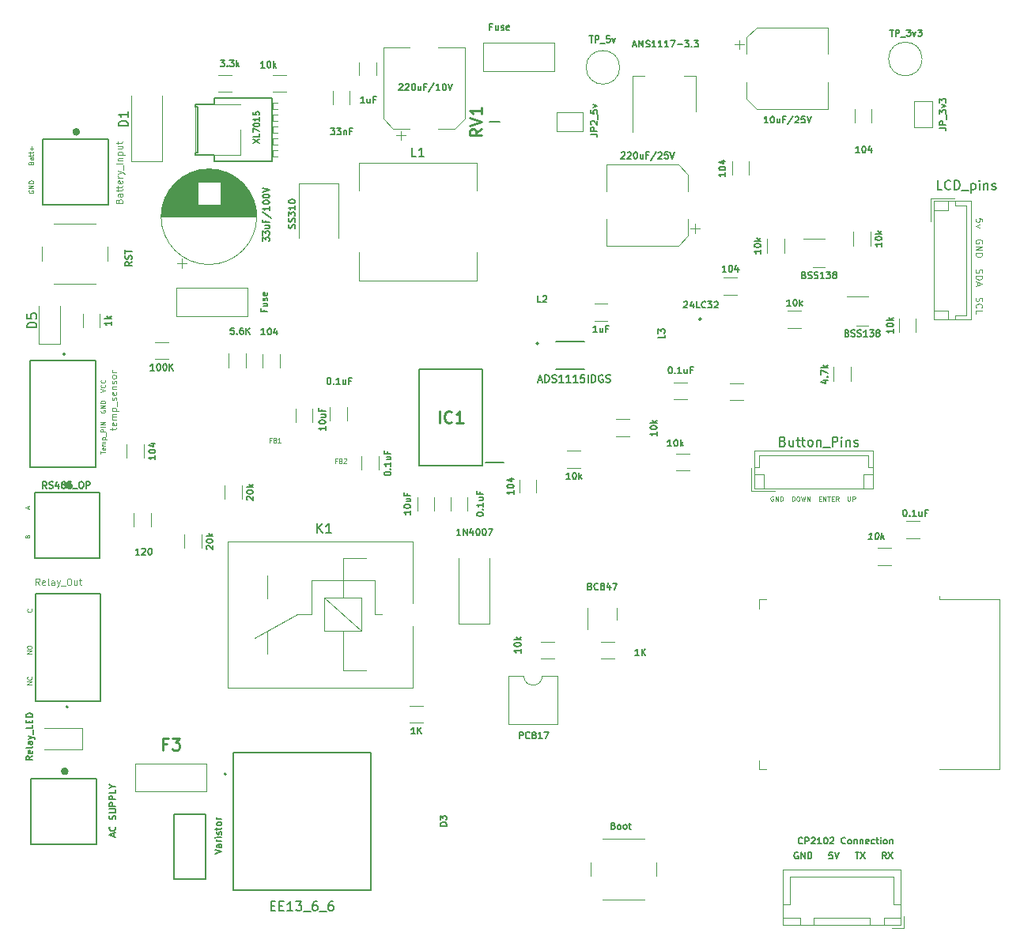
<source format=gbr>
%TF.GenerationSoftware,KiCad,Pcbnew,7.0.6*%
%TF.CreationDate,2024-08-06T23:51:48+05:30*%
%TF.ProjectId,Icon_Power_Load_V2,49636f6e-5f50-46f7-9765-725f4c6f6164,rev?*%
%TF.SameCoordinates,Original*%
%TF.FileFunction,Legend,Top*%
%TF.FilePolarity,Positive*%
%FSLAX46Y46*%
G04 Gerber Fmt 4.6, Leading zero omitted, Abs format (unit mm)*
G04 Created by KiCad (PCBNEW 7.0.6) date 2024-08-06 23:51:48*
%MOMM*%
%LPD*%
G01*
G04 APERTURE LIST*
%ADD10C,0.125000*%
%ADD11C,0.150000*%
%ADD12C,0.254000*%
%ADD13C,0.120000*%
%ADD14C,0.203200*%
%ADD15C,0.127000*%
%ADD16C,0.200000*%
%ADD17C,0.100000*%
%ADD18C,0.400000*%
G04 APERTURE END LIST*
D10*
X101464109Y-99107944D02*
X101464109Y-98822230D01*
X101964109Y-98965087D02*
X101464109Y-98965087D01*
X101940300Y-98465088D02*
X101964109Y-98512707D01*
X101964109Y-98512707D02*
X101964109Y-98607945D01*
X101964109Y-98607945D02*
X101940300Y-98655564D01*
X101940300Y-98655564D02*
X101892680Y-98679373D01*
X101892680Y-98679373D02*
X101702204Y-98679373D01*
X101702204Y-98679373D02*
X101654585Y-98655564D01*
X101654585Y-98655564D02*
X101630776Y-98607945D01*
X101630776Y-98607945D02*
X101630776Y-98512707D01*
X101630776Y-98512707D02*
X101654585Y-98465088D01*
X101654585Y-98465088D02*
X101702204Y-98441278D01*
X101702204Y-98441278D02*
X101749823Y-98441278D01*
X101749823Y-98441278D02*
X101797442Y-98679373D01*
X101964109Y-98226993D02*
X101630776Y-98226993D01*
X101678395Y-98226993D02*
X101654585Y-98203183D01*
X101654585Y-98203183D02*
X101630776Y-98155564D01*
X101630776Y-98155564D02*
X101630776Y-98084136D01*
X101630776Y-98084136D02*
X101654585Y-98036517D01*
X101654585Y-98036517D02*
X101702204Y-98012707D01*
X101702204Y-98012707D02*
X101964109Y-98012707D01*
X101702204Y-98012707D02*
X101654585Y-97988898D01*
X101654585Y-97988898D02*
X101630776Y-97941279D01*
X101630776Y-97941279D02*
X101630776Y-97869850D01*
X101630776Y-97869850D02*
X101654585Y-97822231D01*
X101654585Y-97822231D02*
X101702204Y-97798421D01*
X101702204Y-97798421D02*
X101964109Y-97798421D01*
X101630776Y-97560326D02*
X102130776Y-97560326D01*
X101654585Y-97560326D02*
X101630776Y-97512707D01*
X101630776Y-97512707D02*
X101630776Y-97417469D01*
X101630776Y-97417469D02*
X101654585Y-97369850D01*
X101654585Y-97369850D02*
X101678395Y-97346040D01*
X101678395Y-97346040D02*
X101726014Y-97322231D01*
X101726014Y-97322231D02*
X101868871Y-97322231D01*
X101868871Y-97322231D02*
X101916490Y-97346040D01*
X101916490Y-97346040D02*
X101940300Y-97369850D01*
X101940300Y-97369850D02*
X101964109Y-97417469D01*
X101964109Y-97417469D02*
X101964109Y-97512707D01*
X101964109Y-97512707D02*
X101940300Y-97560326D01*
X102011728Y-97226993D02*
X102011728Y-96846040D01*
X101964109Y-96726993D02*
X101464109Y-96726993D01*
X101464109Y-96726993D02*
X101464109Y-96536517D01*
X101464109Y-96536517D02*
X101487919Y-96488898D01*
X101487919Y-96488898D02*
X101511728Y-96465088D01*
X101511728Y-96465088D02*
X101559347Y-96441279D01*
X101559347Y-96441279D02*
X101630776Y-96441279D01*
X101630776Y-96441279D02*
X101678395Y-96465088D01*
X101678395Y-96465088D02*
X101702204Y-96488898D01*
X101702204Y-96488898D02*
X101726014Y-96536517D01*
X101726014Y-96536517D02*
X101726014Y-96726993D01*
X101964109Y-96226993D02*
X101464109Y-96226993D01*
X101964109Y-95988898D02*
X101464109Y-95988898D01*
X101464109Y-95988898D02*
X101964109Y-95703184D01*
X101964109Y-95703184D02*
X101464109Y-95703184D01*
X101487919Y-94441279D02*
X101464109Y-94488898D01*
X101464109Y-94488898D02*
X101464109Y-94560327D01*
X101464109Y-94560327D02*
X101487919Y-94631755D01*
X101487919Y-94631755D02*
X101535538Y-94679374D01*
X101535538Y-94679374D02*
X101583157Y-94703184D01*
X101583157Y-94703184D02*
X101678395Y-94726993D01*
X101678395Y-94726993D02*
X101749823Y-94726993D01*
X101749823Y-94726993D02*
X101845061Y-94703184D01*
X101845061Y-94703184D02*
X101892680Y-94679374D01*
X101892680Y-94679374D02*
X101940300Y-94631755D01*
X101940300Y-94631755D02*
X101964109Y-94560327D01*
X101964109Y-94560327D02*
X101964109Y-94512708D01*
X101964109Y-94512708D02*
X101940300Y-94441279D01*
X101940300Y-94441279D02*
X101916490Y-94417470D01*
X101916490Y-94417470D02*
X101749823Y-94417470D01*
X101749823Y-94417470D02*
X101749823Y-94512708D01*
X101964109Y-94203184D02*
X101464109Y-94203184D01*
X101464109Y-94203184D02*
X101964109Y-93917470D01*
X101964109Y-93917470D02*
X101464109Y-93917470D01*
X101964109Y-93679374D02*
X101464109Y-93679374D01*
X101464109Y-93679374D02*
X101464109Y-93560326D01*
X101464109Y-93560326D02*
X101487919Y-93488898D01*
X101487919Y-93488898D02*
X101535538Y-93441279D01*
X101535538Y-93441279D02*
X101583157Y-93417469D01*
X101583157Y-93417469D02*
X101678395Y-93393660D01*
X101678395Y-93393660D02*
X101749823Y-93393660D01*
X101749823Y-93393660D02*
X101845061Y-93417469D01*
X101845061Y-93417469D02*
X101892680Y-93441279D01*
X101892680Y-93441279D02*
X101940300Y-93488898D01*
X101940300Y-93488898D02*
X101964109Y-93560326D01*
X101964109Y-93560326D02*
X101964109Y-93679374D01*
X101464109Y-92488898D02*
X101964109Y-92322232D01*
X101964109Y-92322232D02*
X101464109Y-92155565D01*
X101916490Y-91703185D02*
X101940300Y-91726994D01*
X101940300Y-91726994D02*
X101964109Y-91798423D01*
X101964109Y-91798423D02*
X101964109Y-91846042D01*
X101964109Y-91846042D02*
X101940300Y-91917470D01*
X101940300Y-91917470D02*
X101892680Y-91965089D01*
X101892680Y-91965089D02*
X101845061Y-91988899D01*
X101845061Y-91988899D02*
X101749823Y-92012708D01*
X101749823Y-92012708D02*
X101678395Y-92012708D01*
X101678395Y-92012708D02*
X101583157Y-91988899D01*
X101583157Y-91988899D02*
X101535538Y-91965089D01*
X101535538Y-91965089D02*
X101487919Y-91917470D01*
X101487919Y-91917470D02*
X101464109Y-91846042D01*
X101464109Y-91846042D02*
X101464109Y-91798423D01*
X101464109Y-91798423D02*
X101487919Y-91726994D01*
X101487919Y-91726994D02*
X101511728Y-91703185D01*
X101916490Y-91203185D02*
X101940300Y-91226994D01*
X101940300Y-91226994D02*
X101964109Y-91298423D01*
X101964109Y-91298423D02*
X101964109Y-91346042D01*
X101964109Y-91346042D02*
X101940300Y-91417470D01*
X101940300Y-91417470D02*
X101892680Y-91465089D01*
X101892680Y-91465089D02*
X101845061Y-91488899D01*
X101845061Y-91488899D02*
X101749823Y-91512708D01*
X101749823Y-91512708D02*
X101678395Y-91512708D01*
X101678395Y-91512708D02*
X101583157Y-91488899D01*
X101583157Y-91488899D02*
X101535538Y-91465089D01*
X101535538Y-91465089D02*
X101487919Y-91417470D01*
X101487919Y-91417470D02*
X101464109Y-91346042D01*
X101464109Y-91346042D02*
X101464109Y-91298423D01*
X101464109Y-91298423D02*
X101487919Y-91226994D01*
X101487919Y-91226994D02*
X101511728Y-91203185D01*
D11*
X176126017Y-141809866D02*
X176059350Y-141776533D01*
X176059350Y-141776533D02*
X175959350Y-141776533D01*
X175959350Y-141776533D02*
X175859350Y-141809866D01*
X175859350Y-141809866D02*
X175792684Y-141876533D01*
X175792684Y-141876533D02*
X175759350Y-141943200D01*
X175759350Y-141943200D02*
X175726017Y-142076533D01*
X175726017Y-142076533D02*
X175726017Y-142176533D01*
X175726017Y-142176533D02*
X175759350Y-142309866D01*
X175759350Y-142309866D02*
X175792684Y-142376533D01*
X175792684Y-142376533D02*
X175859350Y-142443200D01*
X175859350Y-142443200D02*
X175959350Y-142476533D01*
X175959350Y-142476533D02*
X176026017Y-142476533D01*
X176026017Y-142476533D02*
X176126017Y-142443200D01*
X176126017Y-142443200D02*
X176159350Y-142409866D01*
X176159350Y-142409866D02*
X176159350Y-142176533D01*
X176159350Y-142176533D02*
X176026017Y-142176533D01*
X176459350Y-142476533D02*
X176459350Y-141776533D01*
X176459350Y-141776533D02*
X176859350Y-142476533D01*
X176859350Y-142476533D02*
X176859350Y-141776533D01*
X177192683Y-142476533D02*
X177192683Y-141776533D01*
X177192683Y-141776533D02*
X177359350Y-141776533D01*
X177359350Y-141776533D02*
X177459350Y-141809866D01*
X177459350Y-141809866D02*
X177526017Y-141876533D01*
X177526017Y-141876533D02*
X177559350Y-141943200D01*
X177559350Y-141943200D02*
X177592683Y-142076533D01*
X177592683Y-142076533D02*
X177592683Y-142176533D01*
X177592683Y-142176533D02*
X177559350Y-142309866D01*
X177559350Y-142309866D02*
X177526017Y-142376533D01*
X177526017Y-142376533D02*
X177459350Y-142443200D01*
X177459350Y-142443200D02*
X177359350Y-142476533D01*
X177359350Y-142476533D02*
X177192683Y-142476533D01*
X179826016Y-141776533D02*
X179492682Y-141776533D01*
X179492682Y-141776533D02*
X179459349Y-142109866D01*
X179459349Y-142109866D02*
X179492682Y-142076533D01*
X179492682Y-142076533D02*
X179559349Y-142043200D01*
X179559349Y-142043200D02*
X179726016Y-142043200D01*
X179726016Y-142043200D02*
X179792682Y-142076533D01*
X179792682Y-142076533D02*
X179826016Y-142109866D01*
X179826016Y-142109866D02*
X179859349Y-142176533D01*
X179859349Y-142176533D02*
X179859349Y-142343200D01*
X179859349Y-142343200D02*
X179826016Y-142409866D01*
X179826016Y-142409866D02*
X179792682Y-142443200D01*
X179792682Y-142443200D02*
X179726016Y-142476533D01*
X179726016Y-142476533D02*
X179559349Y-142476533D01*
X179559349Y-142476533D02*
X179492682Y-142443200D01*
X179492682Y-142443200D02*
X179459349Y-142409866D01*
X180059349Y-141776533D02*
X180292683Y-142476533D01*
X180292683Y-142476533D02*
X180526016Y-141776533D01*
X182259348Y-141776533D02*
X182659348Y-141776533D01*
X182459348Y-142476533D02*
X182459348Y-141776533D01*
X182826015Y-141776533D02*
X183292681Y-142476533D01*
X183292681Y-141776533D02*
X182826015Y-142476533D01*
X185559347Y-142476533D02*
X185326014Y-142143200D01*
X185159347Y-142476533D02*
X185159347Y-141776533D01*
X185159347Y-141776533D02*
X185426014Y-141776533D01*
X185426014Y-141776533D02*
X185492681Y-141809866D01*
X185492681Y-141809866D02*
X185526014Y-141843200D01*
X185526014Y-141843200D02*
X185559347Y-141909866D01*
X185559347Y-141909866D02*
X185559347Y-142009866D01*
X185559347Y-142009866D02*
X185526014Y-142076533D01*
X185526014Y-142076533D02*
X185492681Y-142109866D01*
X185492681Y-142109866D02*
X185426014Y-142143200D01*
X185426014Y-142143200D02*
X185159347Y-142143200D01*
X185792681Y-141776533D02*
X186259347Y-142476533D01*
X186259347Y-141776533D02*
X185792681Y-142476533D01*
X176599350Y-140809866D02*
X176566017Y-140843200D01*
X176566017Y-140843200D02*
X176466017Y-140876533D01*
X176466017Y-140876533D02*
X176399350Y-140876533D01*
X176399350Y-140876533D02*
X176299350Y-140843200D01*
X176299350Y-140843200D02*
X176232684Y-140776533D01*
X176232684Y-140776533D02*
X176199350Y-140709866D01*
X176199350Y-140709866D02*
X176166017Y-140576533D01*
X176166017Y-140576533D02*
X176166017Y-140476533D01*
X176166017Y-140476533D02*
X176199350Y-140343200D01*
X176199350Y-140343200D02*
X176232684Y-140276533D01*
X176232684Y-140276533D02*
X176299350Y-140209866D01*
X176299350Y-140209866D02*
X176399350Y-140176533D01*
X176399350Y-140176533D02*
X176466017Y-140176533D01*
X176466017Y-140176533D02*
X176566017Y-140209866D01*
X176566017Y-140209866D02*
X176599350Y-140243200D01*
X176899350Y-140876533D02*
X176899350Y-140176533D01*
X176899350Y-140176533D02*
X177166017Y-140176533D01*
X177166017Y-140176533D02*
X177232684Y-140209866D01*
X177232684Y-140209866D02*
X177266017Y-140243200D01*
X177266017Y-140243200D02*
X177299350Y-140309866D01*
X177299350Y-140309866D02*
X177299350Y-140409866D01*
X177299350Y-140409866D02*
X177266017Y-140476533D01*
X177266017Y-140476533D02*
X177232684Y-140509866D01*
X177232684Y-140509866D02*
X177166017Y-140543200D01*
X177166017Y-140543200D02*
X176899350Y-140543200D01*
X177566017Y-140243200D02*
X177599350Y-140209866D01*
X177599350Y-140209866D02*
X177666017Y-140176533D01*
X177666017Y-140176533D02*
X177832684Y-140176533D01*
X177832684Y-140176533D02*
X177899350Y-140209866D01*
X177899350Y-140209866D02*
X177932684Y-140243200D01*
X177932684Y-140243200D02*
X177966017Y-140309866D01*
X177966017Y-140309866D02*
X177966017Y-140376533D01*
X177966017Y-140376533D02*
X177932684Y-140476533D01*
X177932684Y-140476533D02*
X177532684Y-140876533D01*
X177532684Y-140876533D02*
X177966017Y-140876533D01*
X178632684Y-140876533D02*
X178232684Y-140876533D01*
X178432684Y-140876533D02*
X178432684Y-140176533D01*
X178432684Y-140176533D02*
X178366017Y-140276533D01*
X178366017Y-140276533D02*
X178299351Y-140343200D01*
X178299351Y-140343200D02*
X178232684Y-140376533D01*
X179066018Y-140176533D02*
X179132684Y-140176533D01*
X179132684Y-140176533D02*
X179199351Y-140209866D01*
X179199351Y-140209866D02*
X179232684Y-140243200D01*
X179232684Y-140243200D02*
X179266018Y-140309866D01*
X179266018Y-140309866D02*
X179299351Y-140443200D01*
X179299351Y-140443200D02*
X179299351Y-140609866D01*
X179299351Y-140609866D02*
X179266018Y-140743200D01*
X179266018Y-140743200D02*
X179232684Y-140809866D01*
X179232684Y-140809866D02*
X179199351Y-140843200D01*
X179199351Y-140843200D02*
X179132684Y-140876533D01*
X179132684Y-140876533D02*
X179066018Y-140876533D01*
X179066018Y-140876533D02*
X178999351Y-140843200D01*
X178999351Y-140843200D02*
X178966018Y-140809866D01*
X178966018Y-140809866D02*
X178932684Y-140743200D01*
X178932684Y-140743200D02*
X178899351Y-140609866D01*
X178899351Y-140609866D02*
X178899351Y-140443200D01*
X178899351Y-140443200D02*
X178932684Y-140309866D01*
X178932684Y-140309866D02*
X178966018Y-140243200D01*
X178966018Y-140243200D02*
X178999351Y-140209866D01*
X178999351Y-140209866D02*
X179066018Y-140176533D01*
X179566018Y-140243200D02*
X179599351Y-140209866D01*
X179599351Y-140209866D02*
X179666018Y-140176533D01*
X179666018Y-140176533D02*
X179832685Y-140176533D01*
X179832685Y-140176533D02*
X179899351Y-140209866D01*
X179899351Y-140209866D02*
X179932685Y-140243200D01*
X179932685Y-140243200D02*
X179966018Y-140309866D01*
X179966018Y-140309866D02*
X179966018Y-140376533D01*
X179966018Y-140376533D02*
X179932685Y-140476533D01*
X179932685Y-140476533D02*
X179532685Y-140876533D01*
X179532685Y-140876533D02*
X179966018Y-140876533D01*
X181199351Y-140809866D02*
X181166018Y-140843200D01*
X181166018Y-140843200D02*
X181066018Y-140876533D01*
X181066018Y-140876533D02*
X180999351Y-140876533D01*
X180999351Y-140876533D02*
X180899351Y-140843200D01*
X180899351Y-140843200D02*
X180832685Y-140776533D01*
X180832685Y-140776533D02*
X180799351Y-140709866D01*
X180799351Y-140709866D02*
X180766018Y-140576533D01*
X180766018Y-140576533D02*
X180766018Y-140476533D01*
X180766018Y-140476533D02*
X180799351Y-140343200D01*
X180799351Y-140343200D02*
X180832685Y-140276533D01*
X180832685Y-140276533D02*
X180899351Y-140209866D01*
X180899351Y-140209866D02*
X180999351Y-140176533D01*
X180999351Y-140176533D02*
X181066018Y-140176533D01*
X181066018Y-140176533D02*
X181166018Y-140209866D01*
X181166018Y-140209866D02*
X181199351Y-140243200D01*
X181599351Y-140876533D02*
X181532685Y-140843200D01*
X181532685Y-140843200D02*
X181499351Y-140809866D01*
X181499351Y-140809866D02*
X181466018Y-140743200D01*
X181466018Y-140743200D02*
X181466018Y-140543200D01*
X181466018Y-140543200D02*
X181499351Y-140476533D01*
X181499351Y-140476533D02*
X181532685Y-140443200D01*
X181532685Y-140443200D02*
X181599351Y-140409866D01*
X181599351Y-140409866D02*
X181699351Y-140409866D01*
X181699351Y-140409866D02*
X181766018Y-140443200D01*
X181766018Y-140443200D02*
X181799351Y-140476533D01*
X181799351Y-140476533D02*
X181832685Y-140543200D01*
X181832685Y-140543200D02*
X181832685Y-140743200D01*
X181832685Y-140743200D02*
X181799351Y-140809866D01*
X181799351Y-140809866D02*
X181766018Y-140843200D01*
X181766018Y-140843200D02*
X181699351Y-140876533D01*
X181699351Y-140876533D02*
X181599351Y-140876533D01*
X182132684Y-140409866D02*
X182132684Y-140876533D01*
X182132684Y-140476533D02*
X182166018Y-140443200D01*
X182166018Y-140443200D02*
X182232684Y-140409866D01*
X182232684Y-140409866D02*
X182332684Y-140409866D01*
X182332684Y-140409866D02*
X182399351Y-140443200D01*
X182399351Y-140443200D02*
X182432684Y-140509866D01*
X182432684Y-140509866D02*
X182432684Y-140876533D01*
X182766017Y-140409866D02*
X182766017Y-140876533D01*
X182766017Y-140476533D02*
X182799351Y-140443200D01*
X182799351Y-140443200D02*
X182866017Y-140409866D01*
X182866017Y-140409866D02*
X182966017Y-140409866D01*
X182966017Y-140409866D02*
X183032684Y-140443200D01*
X183032684Y-140443200D02*
X183066017Y-140509866D01*
X183066017Y-140509866D02*
X183066017Y-140876533D01*
X183666017Y-140843200D02*
X183599350Y-140876533D01*
X183599350Y-140876533D02*
X183466017Y-140876533D01*
X183466017Y-140876533D02*
X183399350Y-140843200D01*
X183399350Y-140843200D02*
X183366017Y-140776533D01*
X183366017Y-140776533D02*
X183366017Y-140509866D01*
X183366017Y-140509866D02*
X183399350Y-140443200D01*
X183399350Y-140443200D02*
X183466017Y-140409866D01*
X183466017Y-140409866D02*
X183599350Y-140409866D01*
X183599350Y-140409866D02*
X183666017Y-140443200D01*
X183666017Y-140443200D02*
X183699350Y-140509866D01*
X183699350Y-140509866D02*
X183699350Y-140576533D01*
X183699350Y-140576533D02*
X183366017Y-140643200D01*
X184299350Y-140843200D02*
X184232684Y-140876533D01*
X184232684Y-140876533D02*
X184099350Y-140876533D01*
X184099350Y-140876533D02*
X184032684Y-140843200D01*
X184032684Y-140843200D02*
X183999350Y-140809866D01*
X183999350Y-140809866D02*
X183966017Y-140743200D01*
X183966017Y-140743200D02*
X183966017Y-140543200D01*
X183966017Y-140543200D02*
X183999350Y-140476533D01*
X183999350Y-140476533D02*
X184032684Y-140443200D01*
X184032684Y-140443200D02*
X184099350Y-140409866D01*
X184099350Y-140409866D02*
X184232684Y-140409866D01*
X184232684Y-140409866D02*
X184299350Y-140443200D01*
X184499350Y-140409866D02*
X184766017Y-140409866D01*
X184599350Y-140176533D02*
X184599350Y-140776533D01*
X184599350Y-140776533D02*
X184632684Y-140843200D01*
X184632684Y-140843200D02*
X184699350Y-140876533D01*
X184699350Y-140876533D02*
X184766017Y-140876533D01*
X184999350Y-140876533D02*
X184999350Y-140409866D01*
X184999350Y-140176533D02*
X184966017Y-140209866D01*
X184966017Y-140209866D02*
X184999350Y-140243200D01*
X184999350Y-140243200D02*
X185032684Y-140209866D01*
X185032684Y-140209866D02*
X184999350Y-140176533D01*
X184999350Y-140176533D02*
X184999350Y-140243200D01*
X185432683Y-140876533D02*
X185366017Y-140843200D01*
X185366017Y-140843200D02*
X185332683Y-140809866D01*
X185332683Y-140809866D02*
X185299350Y-140743200D01*
X185299350Y-140743200D02*
X185299350Y-140543200D01*
X185299350Y-140543200D02*
X185332683Y-140476533D01*
X185332683Y-140476533D02*
X185366017Y-140443200D01*
X185366017Y-140443200D02*
X185432683Y-140409866D01*
X185432683Y-140409866D02*
X185532683Y-140409866D01*
X185532683Y-140409866D02*
X185599350Y-140443200D01*
X185599350Y-140443200D02*
X185632683Y-140476533D01*
X185632683Y-140476533D02*
X185666017Y-140543200D01*
X185666017Y-140543200D02*
X185666017Y-140743200D01*
X185666017Y-140743200D02*
X185632683Y-140809866D01*
X185632683Y-140809866D02*
X185599350Y-140843200D01*
X185599350Y-140843200D02*
X185532683Y-140876533D01*
X185532683Y-140876533D02*
X185432683Y-140876533D01*
X185966016Y-140409866D02*
X185966016Y-140876533D01*
X185966016Y-140476533D02*
X185999350Y-140443200D01*
X185999350Y-140443200D02*
X186066016Y-140409866D01*
X186066016Y-140409866D02*
X186166016Y-140409866D01*
X186166016Y-140409866D02*
X186232683Y-140443200D01*
X186232683Y-140443200D02*
X186266016Y-140509866D01*
X186266016Y-140509866D02*
X186266016Y-140876533D01*
D10*
X93800119Y-70886811D02*
X93776309Y-70934430D01*
X93776309Y-70934430D02*
X93776309Y-71005859D01*
X93776309Y-71005859D02*
X93800119Y-71077287D01*
X93800119Y-71077287D02*
X93847738Y-71124906D01*
X93847738Y-71124906D02*
X93895357Y-71148716D01*
X93895357Y-71148716D02*
X93990595Y-71172525D01*
X93990595Y-71172525D02*
X94062023Y-71172525D01*
X94062023Y-71172525D02*
X94157261Y-71148716D01*
X94157261Y-71148716D02*
X94204880Y-71124906D01*
X94204880Y-71124906D02*
X94252500Y-71077287D01*
X94252500Y-71077287D02*
X94276309Y-71005859D01*
X94276309Y-71005859D02*
X94276309Y-70958240D01*
X94276309Y-70958240D02*
X94252500Y-70886811D01*
X94252500Y-70886811D02*
X94228690Y-70863002D01*
X94228690Y-70863002D02*
X94062023Y-70863002D01*
X94062023Y-70863002D02*
X94062023Y-70958240D01*
X94276309Y-70648716D02*
X93776309Y-70648716D01*
X93776309Y-70648716D02*
X94276309Y-70363002D01*
X94276309Y-70363002D02*
X93776309Y-70363002D01*
X94276309Y-70124906D02*
X93776309Y-70124906D01*
X93776309Y-70124906D02*
X93776309Y-70005858D01*
X93776309Y-70005858D02*
X93800119Y-69934430D01*
X93800119Y-69934430D02*
X93847738Y-69886811D01*
X93847738Y-69886811D02*
X93895357Y-69863001D01*
X93895357Y-69863001D02*
X93990595Y-69839192D01*
X93990595Y-69839192D02*
X94062023Y-69839192D01*
X94062023Y-69839192D02*
X94157261Y-69863001D01*
X94157261Y-69863001D02*
X94204880Y-69886811D01*
X94204880Y-69886811D02*
X94252500Y-69934430D01*
X94252500Y-69934430D02*
X94276309Y-70005858D01*
X94276309Y-70005858D02*
X94276309Y-70124906D01*
X94014404Y-67934431D02*
X94038214Y-67863003D01*
X94038214Y-67863003D02*
X94062023Y-67839193D01*
X94062023Y-67839193D02*
X94109642Y-67815384D01*
X94109642Y-67815384D02*
X94181071Y-67815384D01*
X94181071Y-67815384D02*
X94228690Y-67839193D01*
X94228690Y-67839193D02*
X94252500Y-67863003D01*
X94252500Y-67863003D02*
X94276309Y-67910622D01*
X94276309Y-67910622D02*
X94276309Y-68101098D01*
X94276309Y-68101098D02*
X93776309Y-68101098D01*
X93776309Y-68101098D02*
X93776309Y-67934431D01*
X93776309Y-67934431D02*
X93800119Y-67886812D01*
X93800119Y-67886812D02*
X93823928Y-67863003D01*
X93823928Y-67863003D02*
X93871547Y-67839193D01*
X93871547Y-67839193D02*
X93919166Y-67839193D01*
X93919166Y-67839193D02*
X93966785Y-67863003D01*
X93966785Y-67863003D02*
X93990595Y-67886812D01*
X93990595Y-67886812D02*
X94014404Y-67934431D01*
X94014404Y-67934431D02*
X94014404Y-68101098D01*
X94276309Y-67386812D02*
X94014404Y-67386812D01*
X94014404Y-67386812D02*
X93966785Y-67410622D01*
X93966785Y-67410622D02*
X93942976Y-67458241D01*
X93942976Y-67458241D02*
X93942976Y-67553479D01*
X93942976Y-67553479D02*
X93966785Y-67601098D01*
X94252500Y-67386812D02*
X94276309Y-67434431D01*
X94276309Y-67434431D02*
X94276309Y-67553479D01*
X94276309Y-67553479D02*
X94252500Y-67601098D01*
X94252500Y-67601098D02*
X94204880Y-67624907D01*
X94204880Y-67624907D02*
X94157261Y-67624907D01*
X94157261Y-67624907D02*
X94109642Y-67601098D01*
X94109642Y-67601098D02*
X94085833Y-67553479D01*
X94085833Y-67553479D02*
X94085833Y-67434431D01*
X94085833Y-67434431D02*
X94062023Y-67386812D01*
X93942976Y-67220145D02*
X93942976Y-67029669D01*
X93776309Y-67148717D02*
X94204880Y-67148717D01*
X94204880Y-67148717D02*
X94252500Y-67124907D01*
X94252500Y-67124907D02*
X94276309Y-67077288D01*
X94276309Y-67077288D02*
X94276309Y-67029669D01*
X93942976Y-66934431D02*
X93942976Y-66743955D01*
X93776309Y-66863003D02*
X94204880Y-66863003D01*
X94204880Y-66863003D02*
X94252500Y-66839193D01*
X94252500Y-66839193D02*
X94276309Y-66791574D01*
X94276309Y-66791574D02*
X94276309Y-66743955D01*
X94085833Y-66577289D02*
X94085833Y-66196337D01*
X94276309Y-66386813D02*
X93895357Y-66386813D01*
X93599604Y-107937649D02*
X93623414Y-107866221D01*
X93623414Y-107866221D02*
X93647223Y-107842411D01*
X93647223Y-107842411D02*
X93694842Y-107818602D01*
X93694842Y-107818602D02*
X93766271Y-107818602D01*
X93766271Y-107818602D02*
X93813890Y-107842411D01*
X93813890Y-107842411D02*
X93837700Y-107866221D01*
X93837700Y-107866221D02*
X93861509Y-107913840D01*
X93861509Y-107913840D02*
X93861509Y-108104316D01*
X93861509Y-108104316D02*
X93361509Y-108104316D01*
X93361509Y-108104316D02*
X93361509Y-107937649D01*
X93361509Y-107937649D02*
X93385319Y-107890030D01*
X93385319Y-107890030D02*
X93409128Y-107866221D01*
X93409128Y-107866221D02*
X93456747Y-107842411D01*
X93456747Y-107842411D02*
X93504366Y-107842411D01*
X93504366Y-107842411D02*
X93551985Y-107866221D01*
X93551985Y-107866221D02*
X93575795Y-107890030D01*
X93575795Y-107890030D02*
X93599604Y-107937649D01*
X93599604Y-107937649D02*
X93599604Y-108104316D01*
X93718652Y-104961461D02*
X93718652Y-104723366D01*
X93861509Y-105009080D02*
X93361509Y-104842414D01*
X93361509Y-104842414D02*
X93861509Y-104675747D01*
X94097909Y-123801516D02*
X93597909Y-123801516D01*
X93597909Y-123801516D02*
X94097909Y-123515802D01*
X94097909Y-123515802D02*
X93597909Y-123515802D01*
X94050290Y-122991992D02*
X94074100Y-123015801D01*
X94074100Y-123015801D02*
X94097909Y-123087230D01*
X94097909Y-123087230D02*
X94097909Y-123134849D01*
X94097909Y-123134849D02*
X94074100Y-123206277D01*
X94074100Y-123206277D02*
X94026480Y-123253896D01*
X94026480Y-123253896D02*
X93978861Y-123277706D01*
X93978861Y-123277706D02*
X93883623Y-123301515D01*
X93883623Y-123301515D02*
X93812195Y-123301515D01*
X93812195Y-123301515D02*
X93716957Y-123277706D01*
X93716957Y-123277706D02*
X93669338Y-123253896D01*
X93669338Y-123253896D02*
X93621719Y-123206277D01*
X93621719Y-123206277D02*
X93597909Y-123134849D01*
X93597909Y-123134849D02*
X93597909Y-123087230D01*
X93597909Y-123087230D02*
X93621719Y-123015801D01*
X93621719Y-123015801D02*
X93645528Y-122991992D01*
X94097909Y-120491994D02*
X93597909Y-120491994D01*
X93597909Y-120491994D02*
X94097909Y-120206280D01*
X94097909Y-120206280D02*
X93597909Y-120206280D01*
X93597909Y-119872946D02*
X93597909Y-119777708D01*
X93597909Y-119777708D02*
X93621719Y-119730089D01*
X93621719Y-119730089D02*
X93669338Y-119682470D01*
X93669338Y-119682470D02*
X93764576Y-119658660D01*
X93764576Y-119658660D02*
X93931242Y-119658660D01*
X93931242Y-119658660D02*
X94026480Y-119682470D01*
X94026480Y-119682470D02*
X94074100Y-119730089D01*
X94074100Y-119730089D02*
X94097909Y-119777708D01*
X94097909Y-119777708D02*
X94097909Y-119872946D01*
X94097909Y-119872946D02*
X94074100Y-119920565D01*
X94074100Y-119920565D02*
X94026480Y-119968184D01*
X94026480Y-119968184D02*
X93931242Y-119991993D01*
X93931242Y-119991993D02*
X93764576Y-119991993D01*
X93764576Y-119991993D02*
X93669338Y-119968184D01*
X93669338Y-119968184D02*
X93621719Y-119920565D01*
X93621719Y-119920565D02*
X93597909Y-119872946D01*
X94050290Y-115730092D02*
X94074100Y-115753901D01*
X94074100Y-115753901D02*
X94097909Y-115825330D01*
X94097909Y-115825330D02*
X94097909Y-115872949D01*
X94097909Y-115872949D02*
X94074100Y-115944377D01*
X94074100Y-115944377D02*
X94026480Y-115991996D01*
X94026480Y-115991996D02*
X93978861Y-116015806D01*
X93978861Y-116015806D02*
X93883623Y-116039615D01*
X93883623Y-116039615D02*
X93812195Y-116039615D01*
X93812195Y-116039615D02*
X93716957Y-116015806D01*
X93716957Y-116015806D02*
X93669338Y-115991996D01*
X93669338Y-115991996D02*
X93621719Y-115944377D01*
X93621719Y-115944377D02*
X93597909Y-115872949D01*
X93597909Y-115872949D02*
X93597909Y-115825330D01*
X93597909Y-115825330D02*
X93621719Y-115753901D01*
X93621719Y-115753901D02*
X93645528Y-115730092D01*
X173477188Y-103676119D02*
X173429569Y-103652309D01*
X173429569Y-103652309D02*
X173358140Y-103652309D01*
X173358140Y-103652309D02*
X173286712Y-103676119D01*
X173286712Y-103676119D02*
X173239093Y-103723738D01*
X173239093Y-103723738D02*
X173215283Y-103771357D01*
X173215283Y-103771357D02*
X173191474Y-103866595D01*
X173191474Y-103866595D02*
X173191474Y-103938023D01*
X173191474Y-103938023D02*
X173215283Y-104033261D01*
X173215283Y-104033261D02*
X173239093Y-104080880D01*
X173239093Y-104080880D02*
X173286712Y-104128500D01*
X173286712Y-104128500D02*
X173358140Y-104152309D01*
X173358140Y-104152309D02*
X173405759Y-104152309D01*
X173405759Y-104152309D02*
X173477188Y-104128500D01*
X173477188Y-104128500D02*
X173500997Y-104104690D01*
X173500997Y-104104690D02*
X173500997Y-103938023D01*
X173500997Y-103938023D02*
X173405759Y-103938023D01*
X173715283Y-104152309D02*
X173715283Y-103652309D01*
X173715283Y-103652309D02*
X174000997Y-104152309D01*
X174000997Y-104152309D02*
X174000997Y-103652309D01*
X174239093Y-104152309D02*
X174239093Y-103652309D01*
X174239093Y-103652309D02*
X174358141Y-103652309D01*
X174358141Y-103652309D02*
X174429569Y-103676119D01*
X174429569Y-103676119D02*
X174477188Y-103723738D01*
X174477188Y-103723738D02*
X174500998Y-103771357D01*
X174500998Y-103771357D02*
X174524807Y-103866595D01*
X174524807Y-103866595D02*
X174524807Y-103938023D01*
X174524807Y-103938023D02*
X174500998Y-104033261D01*
X174500998Y-104033261D02*
X174477188Y-104080880D01*
X174477188Y-104080880D02*
X174429569Y-104128500D01*
X174429569Y-104128500D02*
X174358141Y-104152309D01*
X174358141Y-104152309D02*
X174239093Y-104152309D01*
X175500997Y-104152309D02*
X175500997Y-103652309D01*
X175500997Y-103652309D02*
X175620045Y-103652309D01*
X175620045Y-103652309D02*
X175691473Y-103676119D01*
X175691473Y-103676119D02*
X175739092Y-103723738D01*
X175739092Y-103723738D02*
X175762902Y-103771357D01*
X175762902Y-103771357D02*
X175786711Y-103866595D01*
X175786711Y-103866595D02*
X175786711Y-103938023D01*
X175786711Y-103938023D02*
X175762902Y-104033261D01*
X175762902Y-104033261D02*
X175739092Y-104080880D01*
X175739092Y-104080880D02*
X175691473Y-104128500D01*
X175691473Y-104128500D02*
X175620045Y-104152309D01*
X175620045Y-104152309D02*
X175500997Y-104152309D01*
X176096235Y-103652309D02*
X176191473Y-103652309D01*
X176191473Y-103652309D02*
X176239092Y-103676119D01*
X176239092Y-103676119D02*
X176286711Y-103723738D01*
X176286711Y-103723738D02*
X176310521Y-103818976D01*
X176310521Y-103818976D02*
X176310521Y-103985642D01*
X176310521Y-103985642D02*
X176286711Y-104080880D01*
X176286711Y-104080880D02*
X176239092Y-104128500D01*
X176239092Y-104128500D02*
X176191473Y-104152309D01*
X176191473Y-104152309D02*
X176096235Y-104152309D01*
X176096235Y-104152309D02*
X176048616Y-104128500D01*
X176048616Y-104128500D02*
X176000997Y-104080880D01*
X176000997Y-104080880D02*
X175977188Y-103985642D01*
X175977188Y-103985642D02*
X175977188Y-103818976D01*
X175977188Y-103818976D02*
X176000997Y-103723738D01*
X176000997Y-103723738D02*
X176048616Y-103676119D01*
X176048616Y-103676119D02*
X176096235Y-103652309D01*
X176477188Y-103652309D02*
X176596236Y-104152309D01*
X176596236Y-104152309D02*
X176691474Y-103795166D01*
X176691474Y-103795166D02*
X176786712Y-104152309D01*
X176786712Y-104152309D02*
X176905760Y-103652309D01*
X177096236Y-104152309D02*
X177096236Y-103652309D01*
X177096236Y-103652309D02*
X177381950Y-104152309D01*
X177381950Y-104152309D02*
X177381950Y-103652309D01*
X178381950Y-103890404D02*
X178548617Y-103890404D01*
X178620045Y-104152309D02*
X178381950Y-104152309D01*
X178381950Y-104152309D02*
X178381950Y-103652309D01*
X178381950Y-103652309D02*
X178620045Y-103652309D01*
X178834331Y-104152309D02*
X178834331Y-103652309D01*
X178834331Y-103652309D02*
X179120045Y-104152309D01*
X179120045Y-104152309D02*
X179120045Y-103652309D01*
X179286713Y-103652309D02*
X179572427Y-103652309D01*
X179429570Y-104152309D02*
X179429570Y-103652309D01*
X179739093Y-103890404D02*
X179905760Y-103890404D01*
X179977188Y-104152309D02*
X179739093Y-104152309D01*
X179739093Y-104152309D02*
X179739093Y-103652309D01*
X179739093Y-103652309D02*
X179977188Y-103652309D01*
X180477188Y-104152309D02*
X180310522Y-103914214D01*
X180191474Y-104152309D02*
X180191474Y-103652309D01*
X180191474Y-103652309D02*
X180381950Y-103652309D01*
X180381950Y-103652309D02*
X180429569Y-103676119D01*
X180429569Y-103676119D02*
X180453379Y-103699928D01*
X180453379Y-103699928D02*
X180477188Y-103747547D01*
X180477188Y-103747547D02*
X180477188Y-103818976D01*
X180477188Y-103818976D02*
X180453379Y-103866595D01*
X180453379Y-103866595D02*
X180429569Y-103890404D01*
X180429569Y-103890404D02*
X180381950Y-103914214D01*
X180381950Y-103914214D02*
X180191474Y-103914214D01*
X181453378Y-103652309D02*
X181453378Y-104057071D01*
X181453378Y-104057071D02*
X181477188Y-104104690D01*
X181477188Y-104104690D02*
X181500997Y-104128500D01*
X181500997Y-104128500D02*
X181548616Y-104152309D01*
X181548616Y-104152309D02*
X181643854Y-104152309D01*
X181643854Y-104152309D02*
X181691473Y-104128500D01*
X181691473Y-104128500D02*
X181715283Y-104104690D01*
X181715283Y-104104690D02*
X181739092Y-104057071D01*
X181739092Y-104057071D02*
X181739092Y-103652309D01*
X181977188Y-104152309D02*
X181977188Y-103652309D01*
X181977188Y-103652309D02*
X182167664Y-103652309D01*
X182167664Y-103652309D02*
X182215283Y-103676119D01*
X182215283Y-103676119D02*
X182239093Y-103699928D01*
X182239093Y-103699928D02*
X182262902Y-103747547D01*
X182262902Y-103747547D02*
X182262902Y-103818976D01*
X182262902Y-103818976D02*
X182239093Y-103866595D01*
X182239093Y-103866595D02*
X182215283Y-103890404D01*
X182215283Y-103890404D02*
X182167664Y-103914214D01*
X182167664Y-103914214D02*
X181977188Y-103914214D01*
X195864166Y-74242236D02*
X195864166Y-73908902D01*
X195864166Y-73908902D02*
X195530833Y-73875569D01*
X195530833Y-73875569D02*
X195564166Y-73908902D01*
X195564166Y-73908902D02*
X195597500Y-73975569D01*
X195597500Y-73975569D02*
X195597500Y-74142236D01*
X195597500Y-74142236D02*
X195564166Y-74208902D01*
X195564166Y-74208902D02*
X195530833Y-74242236D01*
X195530833Y-74242236D02*
X195464166Y-74275569D01*
X195464166Y-74275569D02*
X195297500Y-74275569D01*
X195297500Y-74275569D02*
X195230833Y-74242236D01*
X195230833Y-74242236D02*
X195197500Y-74208902D01*
X195197500Y-74208902D02*
X195164166Y-74142236D01*
X195164166Y-74142236D02*
X195164166Y-73975569D01*
X195164166Y-73975569D02*
X195197500Y-73908902D01*
X195197500Y-73908902D02*
X195230833Y-73875569D01*
X195630833Y-74508903D02*
X195164166Y-74675569D01*
X195164166Y-74675569D02*
X195630833Y-74842236D01*
X195830833Y-76542235D02*
X195864166Y-76475568D01*
X195864166Y-76475568D02*
X195864166Y-76375568D01*
X195864166Y-76375568D02*
X195830833Y-76275568D01*
X195830833Y-76275568D02*
X195764166Y-76208902D01*
X195764166Y-76208902D02*
X195697500Y-76175568D01*
X195697500Y-76175568D02*
X195564166Y-76142235D01*
X195564166Y-76142235D02*
X195464166Y-76142235D01*
X195464166Y-76142235D02*
X195330833Y-76175568D01*
X195330833Y-76175568D02*
X195264166Y-76208902D01*
X195264166Y-76208902D02*
X195197500Y-76275568D01*
X195197500Y-76275568D02*
X195164166Y-76375568D01*
X195164166Y-76375568D02*
X195164166Y-76442235D01*
X195164166Y-76442235D02*
X195197500Y-76542235D01*
X195197500Y-76542235D02*
X195230833Y-76575568D01*
X195230833Y-76575568D02*
X195464166Y-76575568D01*
X195464166Y-76575568D02*
X195464166Y-76442235D01*
X195164166Y-76875568D02*
X195864166Y-76875568D01*
X195864166Y-76875568D02*
X195164166Y-77275568D01*
X195164166Y-77275568D02*
X195864166Y-77275568D01*
X195164166Y-77608901D02*
X195864166Y-77608901D01*
X195864166Y-77608901D02*
X195864166Y-77775568D01*
X195864166Y-77775568D02*
X195830833Y-77875568D01*
X195830833Y-77875568D02*
X195764166Y-77942235D01*
X195764166Y-77942235D02*
X195697500Y-77975568D01*
X195697500Y-77975568D02*
X195564166Y-78008901D01*
X195564166Y-78008901D02*
X195464166Y-78008901D01*
X195464166Y-78008901D02*
X195330833Y-77975568D01*
X195330833Y-77975568D02*
X195264166Y-77942235D01*
X195264166Y-77942235D02*
X195197500Y-77875568D01*
X195197500Y-77875568D02*
X195164166Y-77775568D01*
X195164166Y-77775568D02*
X195164166Y-77608901D01*
X195197500Y-79342234D02*
X195164166Y-79442234D01*
X195164166Y-79442234D02*
X195164166Y-79608901D01*
X195164166Y-79608901D02*
X195197500Y-79675567D01*
X195197500Y-79675567D02*
X195230833Y-79708901D01*
X195230833Y-79708901D02*
X195297500Y-79742234D01*
X195297500Y-79742234D02*
X195364166Y-79742234D01*
X195364166Y-79742234D02*
X195430833Y-79708901D01*
X195430833Y-79708901D02*
X195464166Y-79675567D01*
X195464166Y-79675567D02*
X195497500Y-79608901D01*
X195497500Y-79608901D02*
X195530833Y-79475567D01*
X195530833Y-79475567D02*
X195564166Y-79408901D01*
X195564166Y-79408901D02*
X195597500Y-79375567D01*
X195597500Y-79375567D02*
X195664166Y-79342234D01*
X195664166Y-79342234D02*
X195730833Y-79342234D01*
X195730833Y-79342234D02*
X195797500Y-79375567D01*
X195797500Y-79375567D02*
X195830833Y-79408901D01*
X195830833Y-79408901D02*
X195864166Y-79475567D01*
X195864166Y-79475567D02*
X195864166Y-79642234D01*
X195864166Y-79642234D02*
X195830833Y-79742234D01*
X195164166Y-80042234D02*
X195864166Y-80042234D01*
X195864166Y-80042234D02*
X195864166Y-80208901D01*
X195864166Y-80208901D02*
X195830833Y-80308901D01*
X195830833Y-80308901D02*
X195764166Y-80375568D01*
X195764166Y-80375568D02*
X195697500Y-80408901D01*
X195697500Y-80408901D02*
X195564166Y-80442234D01*
X195564166Y-80442234D02*
X195464166Y-80442234D01*
X195464166Y-80442234D02*
X195330833Y-80408901D01*
X195330833Y-80408901D02*
X195264166Y-80375568D01*
X195264166Y-80375568D02*
X195197500Y-80308901D01*
X195197500Y-80308901D02*
X195164166Y-80208901D01*
X195164166Y-80208901D02*
X195164166Y-80042234D01*
X195364166Y-80708901D02*
X195364166Y-81042234D01*
X195164166Y-80642234D02*
X195864166Y-80875568D01*
X195864166Y-80875568D02*
X195164166Y-81108901D01*
X195197500Y-82375567D02*
X195164166Y-82475567D01*
X195164166Y-82475567D02*
X195164166Y-82642234D01*
X195164166Y-82642234D02*
X195197500Y-82708900D01*
X195197500Y-82708900D02*
X195230833Y-82742234D01*
X195230833Y-82742234D02*
X195297500Y-82775567D01*
X195297500Y-82775567D02*
X195364166Y-82775567D01*
X195364166Y-82775567D02*
X195430833Y-82742234D01*
X195430833Y-82742234D02*
X195464166Y-82708900D01*
X195464166Y-82708900D02*
X195497500Y-82642234D01*
X195497500Y-82642234D02*
X195530833Y-82508900D01*
X195530833Y-82508900D02*
X195564166Y-82442234D01*
X195564166Y-82442234D02*
X195597500Y-82408900D01*
X195597500Y-82408900D02*
X195664166Y-82375567D01*
X195664166Y-82375567D02*
X195730833Y-82375567D01*
X195730833Y-82375567D02*
X195797500Y-82408900D01*
X195797500Y-82408900D02*
X195830833Y-82442234D01*
X195830833Y-82442234D02*
X195864166Y-82508900D01*
X195864166Y-82508900D02*
X195864166Y-82675567D01*
X195864166Y-82675567D02*
X195830833Y-82775567D01*
X195230833Y-83475567D02*
X195197500Y-83442234D01*
X195197500Y-83442234D02*
X195164166Y-83342234D01*
X195164166Y-83342234D02*
X195164166Y-83275567D01*
X195164166Y-83275567D02*
X195197500Y-83175567D01*
X195197500Y-83175567D02*
X195264166Y-83108901D01*
X195264166Y-83108901D02*
X195330833Y-83075567D01*
X195330833Y-83075567D02*
X195464166Y-83042234D01*
X195464166Y-83042234D02*
X195564166Y-83042234D01*
X195564166Y-83042234D02*
X195697500Y-83075567D01*
X195697500Y-83075567D02*
X195764166Y-83108901D01*
X195764166Y-83108901D02*
X195830833Y-83175567D01*
X195830833Y-83175567D02*
X195864166Y-83275567D01*
X195864166Y-83275567D02*
X195864166Y-83342234D01*
X195864166Y-83342234D02*
X195830833Y-83442234D01*
X195830833Y-83442234D02*
X195797500Y-83475567D01*
X195164166Y-84108901D02*
X195164166Y-83775567D01*
X195164166Y-83775567D02*
X195864166Y-83775567D01*
D11*
X154624933Y-86087633D02*
X154224933Y-86087633D01*
X154424933Y-86087633D02*
X154424933Y-85387633D01*
X154424933Y-85387633D02*
X154358266Y-85487633D01*
X154358266Y-85487633D02*
X154291600Y-85554300D01*
X154291600Y-85554300D02*
X154224933Y-85587633D01*
X155224933Y-85620966D02*
X155224933Y-86087633D01*
X154924933Y-85620966D02*
X154924933Y-85987633D01*
X154924933Y-85987633D02*
X154958267Y-86054300D01*
X154958267Y-86054300D02*
X155024933Y-86087633D01*
X155024933Y-86087633D02*
X155124933Y-86087633D01*
X155124933Y-86087633D02*
X155191600Y-86054300D01*
X155191600Y-86054300D02*
X155224933Y-86020966D01*
X155791600Y-85720966D02*
X155558266Y-85720966D01*
X155558266Y-86087633D02*
X155558266Y-85387633D01*
X155558266Y-85387633D02*
X155891600Y-85387633D01*
X168360033Y-68996666D02*
X168360033Y-69396666D01*
X168360033Y-69196666D02*
X167660033Y-69196666D01*
X167660033Y-69196666D02*
X167760033Y-69263333D01*
X167760033Y-69263333D02*
X167826700Y-69330000D01*
X167826700Y-69330000D02*
X167860033Y-69396666D01*
X167660033Y-68563333D02*
X167660033Y-68496666D01*
X167660033Y-68496666D02*
X167693366Y-68429999D01*
X167693366Y-68429999D02*
X167726700Y-68396666D01*
X167726700Y-68396666D02*
X167793366Y-68363333D01*
X167793366Y-68363333D02*
X167926700Y-68329999D01*
X167926700Y-68329999D02*
X168093366Y-68329999D01*
X168093366Y-68329999D02*
X168226700Y-68363333D01*
X168226700Y-68363333D02*
X168293366Y-68396666D01*
X168293366Y-68396666D02*
X168326700Y-68429999D01*
X168326700Y-68429999D02*
X168360033Y-68496666D01*
X168360033Y-68496666D02*
X168360033Y-68563333D01*
X168360033Y-68563333D02*
X168326700Y-68629999D01*
X168326700Y-68629999D02*
X168293366Y-68663333D01*
X168293366Y-68663333D02*
X168226700Y-68696666D01*
X168226700Y-68696666D02*
X168093366Y-68729999D01*
X168093366Y-68729999D02*
X167926700Y-68729999D01*
X167926700Y-68729999D02*
X167793366Y-68696666D01*
X167793366Y-68696666D02*
X167726700Y-68663333D01*
X167726700Y-68663333D02*
X167693366Y-68629999D01*
X167693366Y-68629999D02*
X167660033Y-68563333D01*
X167893366Y-67729999D02*
X168360033Y-67729999D01*
X167626700Y-67896666D02*
X168126700Y-68063332D01*
X168126700Y-68063332D02*
X168126700Y-67629999D01*
X104380819Y-63984094D02*
X103380819Y-63984094D01*
X103380819Y-63984094D02*
X103380819Y-63745999D01*
X103380819Y-63745999D02*
X103428438Y-63603142D01*
X103428438Y-63603142D02*
X103523676Y-63507904D01*
X103523676Y-63507904D02*
X103618914Y-63460285D01*
X103618914Y-63460285D02*
X103809390Y-63412666D01*
X103809390Y-63412666D02*
X103952247Y-63412666D01*
X103952247Y-63412666D02*
X104142723Y-63460285D01*
X104142723Y-63460285D02*
X104237961Y-63507904D01*
X104237961Y-63507904D02*
X104333200Y-63603142D01*
X104333200Y-63603142D02*
X104380819Y-63745999D01*
X104380819Y-63745999D02*
X104380819Y-63984094D01*
X104380819Y-62460285D02*
X104380819Y-63031713D01*
X104380819Y-62745999D02*
X103380819Y-62745999D01*
X103380819Y-62745999D02*
X103523676Y-62841237D01*
X103523676Y-62841237D02*
X103618914Y-62936475D01*
X103618914Y-62936475D02*
X103666533Y-63031713D01*
X115724867Y-85595033D02*
X115391533Y-85595033D01*
X115391533Y-85595033D02*
X115358200Y-85928366D01*
X115358200Y-85928366D02*
X115391533Y-85895033D01*
X115391533Y-85895033D02*
X115458200Y-85861700D01*
X115458200Y-85861700D02*
X115624867Y-85861700D01*
X115624867Y-85861700D02*
X115691533Y-85895033D01*
X115691533Y-85895033D02*
X115724867Y-85928366D01*
X115724867Y-85928366D02*
X115758200Y-85995033D01*
X115758200Y-85995033D02*
X115758200Y-86161700D01*
X115758200Y-86161700D02*
X115724867Y-86228366D01*
X115724867Y-86228366D02*
X115691533Y-86261700D01*
X115691533Y-86261700D02*
X115624867Y-86295033D01*
X115624867Y-86295033D02*
X115458200Y-86295033D01*
X115458200Y-86295033D02*
X115391533Y-86261700D01*
X115391533Y-86261700D02*
X115358200Y-86228366D01*
X116058200Y-86228366D02*
X116091534Y-86261700D01*
X116091534Y-86261700D02*
X116058200Y-86295033D01*
X116058200Y-86295033D02*
X116024867Y-86261700D01*
X116024867Y-86261700D02*
X116058200Y-86228366D01*
X116058200Y-86228366D02*
X116058200Y-86295033D01*
X116691533Y-85595033D02*
X116558200Y-85595033D01*
X116558200Y-85595033D02*
X116491533Y-85628366D01*
X116491533Y-85628366D02*
X116458200Y-85661700D01*
X116458200Y-85661700D02*
X116391533Y-85761700D01*
X116391533Y-85761700D02*
X116358200Y-85895033D01*
X116358200Y-85895033D02*
X116358200Y-86161700D01*
X116358200Y-86161700D02*
X116391533Y-86228366D01*
X116391533Y-86228366D02*
X116424867Y-86261700D01*
X116424867Y-86261700D02*
X116491533Y-86295033D01*
X116491533Y-86295033D02*
X116624867Y-86295033D01*
X116624867Y-86295033D02*
X116691533Y-86261700D01*
X116691533Y-86261700D02*
X116724867Y-86228366D01*
X116724867Y-86228366D02*
X116758200Y-86161700D01*
X116758200Y-86161700D02*
X116758200Y-85995033D01*
X116758200Y-85995033D02*
X116724867Y-85928366D01*
X116724867Y-85928366D02*
X116691533Y-85895033D01*
X116691533Y-85895033D02*
X116624867Y-85861700D01*
X116624867Y-85861700D02*
X116491533Y-85861700D01*
X116491533Y-85861700D02*
X116424867Y-85895033D01*
X116424867Y-85895033D02*
X116391533Y-85928366D01*
X116391533Y-85928366D02*
X116358200Y-85995033D01*
X117058200Y-86295033D02*
X117058200Y-85595033D01*
X117458200Y-86295033D02*
X117158200Y-85895033D01*
X117458200Y-85595033D02*
X117058200Y-85995033D01*
X185954000Y-53676033D02*
X186354000Y-53676033D01*
X186154000Y-54376033D02*
X186154000Y-53676033D01*
X186587333Y-54376033D02*
X186587333Y-53676033D01*
X186587333Y-53676033D02*
X186854000Y-53676033D01*
X186854000Y-53676033D02*
X186920667Y-53709366D01*
X186920667Y-53709366D02*
X186954000Y-53742700D01*
X186954000Y-53742700D02*
X186987333Y-53809366D01*
X186987333Y-53809366D02*
X186987333Y-53909366D01*
X186987333Y-53909366D02*
X186954000Y-53976033D01*
X186954000Y-53976033D02*
X186920667Y-54009366D01*
X186920667Y-54009366D02*
X186854000Y-54042700D01*
X186854000Y-54042700D02*
X186587333Y-54042700D01*
X187120667Y-54442700D02*
X187654000Y-54442700D01*
X187754000Y-53676033D02*
X188187333Y-53676033D01*
X188187333Y-53676033D02*
X187954000Y-53942700D01*
X187954000Y-53942700D02*
X188054000Y-53942700D01*
X188054000Y-53942700D02*
X188120666Y-53976033D01*
X188120666Y-53976033D02*
X188154000Y-54009366D01*
X188154000Y-54009366D02*
X188187333Y-54076033D01*
X188187333Y-54076033D02*
X188187333Y-54242700D01*
X188187333Y-54242700D02*
X188154000Y-54309366D01*
X188154000Y-54309366D02*
X188120666Y-54342700D01*
X188120666Y-54342700D02*
X188054000Y-54376033D01*
X188054000Y-54376033D02*
X187854000Y-54376033D01*
X187854000Y-54376033D02*
X187787333Y-54342700D01*
X187787333Y-54342700D02*
X187754000Y-54309366D01*
X188420667Y-53909366D02*
X188587333Y-54376033D01*
X188587333Y-54376033D02*
X188754000Y-53909366D01*
X188954000Y-53676033D02*
X189387333Y-53676033D01*
X189387333Y-53676033D02*
X189154000Y-53942700D01*
X189154000Y-53942700D02*
X189254000Y-53942700D01*
X189254000Y-53942700D02*
X189320666Y-53976033D01*
X189320666Y-53976033D02*
X189354000Y-54009366D01*
X189354000Y-54009366D02*
X189387333Y-54076033D01*
X189387333Y-54076033D02*
X189387333Y-54242700D01*
X189387333Y-54242700D02*
X189354000Y-54309366D01*
X189354000Y-54309366D02*
X189320666Y-54342700D01*
X189320666Y-54342700D02*
X189254000Y-54376033D01*
X189254000Y-54376033D02*
X189054000Y-54376033D01*
X189054000Y-54376033D02*
X188987333Y-54342700D01*
X188987333Y-54342700D02*
X188954000Y-54309366D01*
X151729333Y-101805633D02*
X151329333Y-101805633D01*
X151529333Y-101805633D02*
X151529333Y-101105633D01*
X151529333Y-101105633D02*
X151462666Y-101205633D01*
X151462666Y-101205633D02*
X151396000Y-101272300D01*
X151396000Y-101272300D02*
X151329333Y-101305633D01*
X152162667Y-101105633D02*
X152229333Y-101105633D01*
X152229333Y-101105633D02*
X152296000Y-101138966D01*
X152296000Y-101138966D02*
X152329333Y-101172300D01*
X152329333Y-101172300D02*
X152362667Y-101238966D01*
X152362667Y-101238966D02*
X152396000Y-101372300D01*
X152396000Y-101372300D02*
X152396000Y-101538966D01*
X152396000Y-101538966D02*
X152362667Y-101672300D01*
X152362667Y-101672300D02*
X152329333Y-101738966D01*
X152329333Y-101738966D02*
X152296000Y-101772300D01*
X152296000Y-101772300D02*
X152229333Y-101805633D01*
X152229333Y-101805633D02*
X152162667Y-101805633D01*
X152162667Y-101805633D02*
X152096000Y-101772300D01*
X152096000Y-101772300D02*
X152062667Y-101738966D01*
X152062667Y-101738966D02*
X152029333Y-101672300D01*
X152029333Y-101672300D02*
X151996000Y-101538966D01*
X151996000Y-101538966D02*
X151996000Y-101372300D01*
X151996000Y-101372300D02*
X152029333Y-101238966D01*
X152029333Y-101238966D02*
X152062667Y-101172300D01*
X152062667Y-101172300D02*
X152096000Y-101138966D01*
X152096000Y-101138966D02*
X152162667Y-101105633D01*
X152696000Y-101805633D02*
X152696000Y-101105633D01*
X152762667Y-101538966D02*
X152962667Y-101805633D01*
X152962667Y-101338966D02*
X152696000Y-101605633D01*
X113690033Y-141939999D02*
X114390033Y-141706666D01*
X114390033Y-141706666D02*
X113690033Y-141473332D01*
X114390033Y-140939999D02*
X114023366Y-140939999D01*
X114023366Y-140939999D02*
X113956700Y-140973332D01*
X113956700Y-140973332D02*
X113923366Y-141039999D01*
X113923366Y-141039999D02*
X113923366Y-141173332D01*
X113923366Y-141173332D02*
X113956700Y-141239999D01*
X114356700Y-140939999D02*
X114390033Y-141006666D01*
X114390033Y-141006666D02*
X114390033Y-141173332D01*
X114390033Y-141173332D02*
X114356700Y-141239999D01*
X114356700Y-141239999D02*
X114290033Y-141273332D01*
X114290033Y-141273332D02*
X114223366Y-141273332D01*
X114223366Y-141273332D02*
X114156700Y-141239999D01*
X114156700Y-141239999D02*
X114123366Y-141173332D01*
X114123366Y-141173332D02*
X114123366Y-141006666D01*
X114123366Y-141006666D02*
X114090033Y-140939999D01*
X114390033Y-140606666D02*
X113923366Y-140606666D01*
X114056700Y-140606666D02*
X113990033Y-140573333D01*
X113990033Y-140573333D02*
X113956700Y-140539999D01*
X113956700Y-140539999D02*
X113923366Y-140473333D01*
X113923366Y-140473333D02*
X113923366Y-140406666D01*
X114390033Y-140173333D02*
X113923366Y-140173333D01*
X113690033Y-140173333D02*
X113723366Y-140206666D01*
X113723366Y-140206666D02*
X113756700Y-140173333D01*
X113756700Y-140173333D02*
X113723366Y-140140000D01*
X113723366Y-140140000D02*
X113690033Y-140173333D01*
X113690033Y-140173333D02*
X113756700Y-140173333D01*
X114356700Y-139873333D02*
X114390033Y-139806667D01*
X114390033Y-139806667D02*
X114390033Y-139673333D01*
X114390033Y-139673333D02*
X114356700Y-139606667D01*
X114356700Y-139606667D02*
X114290033Y-139573333D01*
X114290033Y-139573333D02*
X114256700Y-139573333D01*
X114256700Y-139573333D02*
X114190033Y-139606667D01*
X114190033Y-139606667D02*
X114156700Y-139673333D01*
X114156700Y-139673333D02*
X114156700Y-139773333D01*
X114156700Y-139773333D02*
X114123366Y-139840000D01*
X114123366Y-139840000D02*
X114056700Y-139873333D01*
X114056700Y-139873333D02*
X114023366Y-139873333D01*
X114023366Y-139873333D02*
X113956700Y-139840000D01*
X113956700Y-139840000D02*
X113923366Y-139773333D01*
X113923366Y-139773333D02*
X113923366Y-139673333D01*
X113923366Y-139673333D02*
X113956700Y-139606667D01*
X113923366Y-139373333D02*
X113923366Y-139106666D01*
X113690033Y-139273333D02*
X114290033Y-139273333D01*
X114290033Y-139273333D02*
X114356700Y-139240000D01*
X114356700Y-139240000D02*
X114390033Y-139173333D01*
X114390033Y-139173333D02*
X114390033Y-139106666D01*
X114390033Y-138773333D02*
X114356700Y-138840000D01*
X114356700Y-138840000D02*
X114323366Y-138873333D01*
X114323366Y-138873333D02*
X114256700Y-138906666D01*
X114256700Y-138906666D02*
X114056700Y-138906666D01*
X114056700Y-138906666D02*
X113990033Y-138873333D01*
X113990033Y-138873333D02*
X113956700Y-138840000D01*
X113956700Y-138840000D02*
X113923366Y-138773333D01*
X113923366Y-138773333D02*
X113923366Y-138673333D01*
X113923366Y-138673333D02*
X113956700Y-138606666D01*
X113956700Y-138606666D02*
X113990033Y-138573333D01*
X113990033Y-138573333D02*
X114056700Y-138540000D01*
X114056700Y-138540000D02*
X114256700Y-138540000D01*
X114256700Y-138540000D02*
X114323366Y-138573333D01*
X114323366Y-138573333D02*
X114356700Y-138606666D01*
X114356700Y-138606666D02*
X114390033Y-138673333D01*
X114390033Y-138673333D02*
X114390033Y-138773333D01*
X114390033Y-138240000D02*
X113923366Y-138240000D01*
X114056700Y-138240000D02*
X113990033Y-138206667D01*
X113990033Y-138206667D02*
X113956700Y-138173333D01*
X113956700Y-138173333D02*
X113923366Y-138106667D01*
X113923366Y-138106667D02*
X113923366Y-138040000D01*
X94170033Y-131456666D02*
X93836700Y-131689999D01*
X94170033Y-131856666D02*
X93470033Y-131856666D01*
X93470033Y-131856666D02*
X93470033Y-131589999D01*
X93470033Y-131589999D02*
X93503366Y-131523333D01*
X93503366Y-131523333D02*
X93536700Y-131489999D01*
X93536700Y-131489999D02*
X93603366Y-131456666D01*
X93603366Y-131456666D02*
X93703366Y-131456666D01*
X93703366Y-131456666D02*
X93770033Y-131489999D01*
X93770033Y-131489999D02*
X93803366Y-131523333D01*
X93803366Y-131523333D02*
X93836700Y-131589999D01*
X93836700Y-131589999D02*
X93836700Y-131856666D01*
X94136700Y-130889999D02*
X94170033Y-130956666D01*
X94170033Y-130956666D02*
X94170033Y-131089999D01*
X94170033Y-131089999D02*
X94136700Y-131156666D01*
X94136700Y-131156666D02*
X94070033Y-131189999D01*
X94070033Y-131189999D02*
X93803366Y-131189999D01*
X93803366Y-131189999D02*
X93736700Y-131156666D01*
X93736700Y-131156666D02*
X93703366Y-131089999D01*
X93703366Y-131089999D02*
X93703366Y-130956666D01*
X93703366Y-130956666D02*
X93736700Y-130889999D01*
X93736700Y-130889999D02*
X93803366Y-130856666D01*
X93803366Y-130856666D02*
X93870033Y-130856666D01*
X93870033Y-130856666D02*
X93936700Y-131189999D01*
X94170033Y-130456666D02*
X94136700Y-130523333D01*
X94136700Y-130523333D02*
X94070033Y-130556666D01*
X94070033Y-130556666D02*
X93470033Y-130556666D01*
X94170033Y-129889999D02*
X93803366Y-129889999D01*
X93803366Y-129889999D02*
X93736700Y-129923332D01*
X93736700Y-129923332D02*
X93703366Y-129989999D01*
X93703366Y-129989999D02*
X93703366Y-130123332D01*
X93703366Y-130123332D02*
X93736700Y-130189999D01*
X94136700Y-129889999D02*
X94170033Y-129956666D01*
X94170033Y-129956666D02*
X94170033Y-130123332D01*
X94170033Y-130123332D02*
X94136700Y-130189999D01*
X94136700Y-130189999D02*
X94070033Y-130223332D01*
X94070033Y-130223332D02*
X94003366Y-130223332D01*
X94003366Y-130223332D02*
X93936700Y-130189999D01*
X93936700Y-130189999D02*
X93903366Y-130123332D01*
X93903366Y-130123332D02*
X93903366Y-129956666D01*
X93903366Y-129956666D02*
X93870033Y-129889999D01*
X93703366Y-129623333D02*
X94170033Y-129456666D01*
X93703366Y-129289999D02*
X94170033Y-129456666D01*
X94170033Y-129456666D02*
X94336700Y-129523333D01*
X94336700Y-129523333D02*
X94370033Y-129556666D01*
X94370033Y-129556666D02*
X94403366Y-129623333D01*
X94236700Y-129190000D02*
X94236700Y-128656666D01*
X94170033Y-128156667D02*
X94170033Y-128490000D01*
X94170033Y-128490000D02*
X93470033Y-128490000D01*
X93803366Y-127923333D02*
X93803366Y-127690000D01*
X94170033Y-127590000D02*
X94170033Y-127923333D01*
X94170033Y-127923333D02*
X93470033Y-127923333D01*
X93470033Y-127923333D02*
X93470033Y-127590000D01*
X94170033Y-127290000D02*
X93470033Y-127290000D01*
X93470033Y-127290000D02*
X93470033Y-127123333D01*
X93470033Y-127123333D02*
X93503366Y-127023333D01*
X93503366Y-127023333D02*
X93570033Y-126956667D01*
X93570033Y-126956667D02*
X93636700Y-126923333D01*
X93636700Y-126923333D02*
X93770033Y-126890000D01*
X93770033Y-126890000D02*
X93870033Y-126890000D01*
X93870033Y-126890000D02*
X94003366Y-126923333D01*
X94003366Y-126923333D02*
X94070033Y-126956667D01*
X94070033Y-126956667D02*
X94136700Y-127023333D01*
X94136700Y-127023333D02*
X94170033Y-127123333D01*
X94170033Y-127123333D02*
X94170033Y-127290000D01*
X146440033Y-119992666D02*
X146440033Y-120392666D01*
X146440033Y-120192666D02*
X145740033Y-120192666D01*
X145740033Y-120192666D02*
X145840033Y-120259333D01*
X145840033Y-120259333D02*
X145906700Y-120326000D01*
X145906700Y-120326000D02*
X145940033Y-120392666D01*
X145740033Y-119559333D02*
X145740033Y-119492666D01*
X145740033Y-119492666D02*
X145773366Y-119425999D01*
X145773366Y-119425999D02*
X145806700Y-119392666D01*
X145806700Y-119392666D02*
X145873366Y-119359333D01*
X145873366Y-119359333D02*
X146006700Y-119325999D01*
X146006700Y-119325999D02*
X146173366Y-119325999D01*
X146173366Y-119325999D02*
X146306700Y-119359333D01*
X146306700Y-119359333D02*
X146373366Y-119392666D01*
X146373366Y-119392666D02*
X146406700Y-119425999D01*
X146406700Y-119425999D02*
X146440033Y-119492666D01*
X146440033Y-119492666D02*
X146440033Y-119559333D01*
X146440033Y-119559333D02*
X146406700Y-119625999D01*
X146406700Y-119625999D02*
X146373366Y-119659333D01*
X146373366Y-119659333D02*
X146306700Y-119692666D01*
X146306700Y-119692666D02*
X146173366Y-119725999D01*
X146173366Y-119725999D02*
X146006700Y-119725999D01*
X146006700Y-119725999D02*
X145873366Y-119692666D01*
X145873366Y-119692666D02*
X145806700Y-119659333D01*
X145806700Y-119659333D02*
X145773366Y-119625999D01*
X145773366Y-119625999D02*
X145740033Y-119559333D01*
X146440033Y-119025999D02*
X145740033Y-119025999D01*
X146173366Y-118959332D02*
X146440033Y-118759332D01*
X145973366Y-118759332D02*
X146240033Y-119025999D01*
X176769833Y-79946366D02*
X176869833Y-79979700D01*
X176869833Y-79979700D02*
X176903166Y-80013033D01*
X176903166Y-80013033D02*
X176936499Y-80079700D01*
X176936499Y-80079700D02*
X176936499Y-80179700D01*
X176936499Y-80179700D02*
X176903166Y-80246366D01*
X176903166Y-80246366D02*
X176869833Y-80279700D01*
X176869833Y-80279700D02*
X176803166Y-80313033D01*
X176803166Y-80313033D02*
X176536499Y-80313033D01*
X176536499Y-80313033D02*
X176536499Y-79613033D01*
X176536499Y-79613033D02*
X176769833Y-79613033D01*
X176769833Y-79613033D02*
X176836499Y-79646366D01*
X176836499Y-79646366D02*
X176869833Y-79679700D01*
X176869833Y-79679700D02*
X176903166Y-79746366D01*
X176903166Y-79746366D02*
X176903166Y-79813033D01*
X176903166Y-79813033D02*
X176869833Y-79879700D01*
X176869833Y-79879700D02*
X176836499Y-79913033D01*
X176836499Y-79913033D02*
X176769833Y-79946366D01*
X176769833Y-79946366D02*
X176536499Y-79946366D01*
X177203166Y-80279700D02*
X177303166Y-80313033D01*
X177303166Y-80313033D02*
X177469833Y-80313033D01*
X177469833Y-80313033D02*
X177536499Y-80279700D01*
X177536499Y-80279700D02*
X177569833Y-80246366D01*
X177569833Y-80246366D02*
X177603166Y-80179700D01*
X177603166Y-80179700D02*
X177603166Y-80113033D01*
X177603166Y-80113033D02*
X177569833Y-80046366D01*
X177569833Y-80046366D02*
X177536499Y-80013033D01*
X177536499Y-80013033D02*
X177469833Y-79979700D01*
X177469833Y-79979700D02*
X177336499Y-79946366D01*
X177336499Y-79946366D02*
X177269833Y-79913033D01*
X177269833Y-79913033D02*
X177236499Y-79879700D01*
X177236499Y-79879700D02*
X177203166Y-79813033D01*
X177203166Y-79813033D02*
X177203166Y-79746366D01*
X177203166Y-79746366D02*
X177236499Y-79679700D01*
X177236499Y-79679700D02*
X177269833Y-79646366D01*
X177269833Y-79646366D02*
X177336499Y-79613033D01*
X177336499Y-79613033D02*
X177503166Y-79613033D01*
X177503166Y-79613033D02*
X177603166Y-79646366D01*
X177869833Y-80279700D02*
X177969833Y-80313033D01*
X177969833Y-80313033D02*
X178136500Y-80313033D01*
X178136500Y-80313033D02*
X178203166Y-80279700D01*
X178203166Y-80279700D02*
X178236500Y-80246366D01*
X178236500Y-80246366D02*
X178269833Y-80179700D01*
X178269833Y-80179700D02*
X178269833Y-80113033D01*
X178269833Y-80113033D02*
X178236500Y-80046366D01*
X178236500Y-80046366D02*
X178203166Y-80013033D01*
X178203166Y-80013033D02*
X178136500Y-79979700D01*
X178136500Y-79979700D02*
X178003166Y-79946366D01*
X178003166Y-79946366D02*
X177936500Y-79913033D01*
X177936500Y-79913033D02*
X177903166Y-79879700D01*
X177903166Y-79879700D02*
X177869833Y-79813033D01*
X177869833Y-79813033D02*
X177869833Y-79746366D01*
X177869833Y-79746366D02*
X177903166Y-79679700D01*
X177903166Y-79679700D02*
X177936500Y-79646366D01*
X177936500Y-79646366D02*
X178003166Y-79613033D01*
X178003166Y-79613033D02*
X178169833Y-79613033D01*
X178169833Y-79613033D02*
X178269833Y-79646366D01*
X178936500Y-80313033D02*
X178536500Y-80313033D01*
X178736500Y-80313033D02*
X178736500Y-79613033D01*
X178736500Y-79613033D02*
X178669833Y-79713033D01*
X178669833Y-79713033D02*
X178603167Y-79779700D01*
X178603167Y-79779700D02*
X178536500Y-79813033D01*
X179169834Y-79613033D02*
X179603167Y-79613033D01*
X179603167Y-79613033D02*
X179369834Y-79879700D01*
X179369834Y-79879700D02*
X179469834Y-79879700D01*
X179469834Y-79879700D02*
X179536500Y-79913033D01*
X179536500Y-79913033D02*
X179569834Y-79946366D01*
X179569834Y-79946366D02*
X179603167Y-80013033D01*
X179603167Y-80013033D02*
X179603167Y-80179700D01*
X179603167Y-80179700D02*
X179569834Y-80246366D01*
X179569834Y-80246366D02*
X179536500Y-80279700D01*
X179536500Y-80279700D02*
X179469834Y-80313033D01*
X179469834Y-80313033D02*
X179269834Y-80313033D01*
X179269834Y-80313033D02*
X179203167Y-80279700D01*
X179203167Y-80279700D02*
X179169834Y-80246366D01*
X180003167Y-79913033D02*
X179936501Y-79879700D01*
X179936501Y-79879700D02*
X179903167Y-79846366D01*
X179903167Y-79846366D02*
X179869834Y-79779700D01*
X179869834Y-79779700D02*
X179869834Y-79746366D01*
X179869834Y-79746366D02*
X179903167Y-79679700D01*
X179903167Y-79679700D02*
X179936501Y-79646366D01*
X179936501Y-79646366D02*
X180003167Y-79613033D01*
X180003167Y-79613033D02*
X180136501Y-79613033D01*
X180136501Y-79613033D02*
X180203167Y-79646366D01*
X180203167Y-79646366D02*
X180236501Y-79679700D01*
X180236501Y-79679700D02*
X180269834Y-79746366D01*
X180269834Y-79746366D02*
X180269834Y-79779700D01*
X180269834Y-79779700D02*
X180236501Y-79846366D01*
X180236501Y-79846366D02*
X180203167Y-79879700D01*
X180203167Y-79879700D02*
X180136501Y-79913033D01*
X180136501Y-79913033D02*
X180003167Y-79913033D01*
X180003167Y-79913033D02*
X179936501Y-79946366D01*
X179936501Y-79946366D02*
X179903167Y-79979700D01*
X179903167Y-79979700D02*
X179869834Y-80046366D01*
X179869834Y-80046366D02*
X179869834Y-80179700D01*
X179869834Y-80179700D02*
X179903167Y-80246366D01*
X179903167Y-80246366D02*
X179936501Y-80279700D01*
X179936501Y-80279700D02*
X180003167Y-80313033D01*
X180003167Y-80313033D02*
X180136501Y-80313033D01*
X180136501Y-80313033D02*
X180203167Y-80279700D01*
X180203167Y-80279700D02*
X180236501Y-80246366D01*
X180236501Y-80246366D02*
X180269834Y-80179700D01*
X180269834Y-80179700D02*
X180269834Y-80046366D01*
X180269834Y-80046366D02*
X180236501Y-79979700D01*
X180236501Y-79979700D02*
X180203167Y-79946366D01*
X180203167Y-79946366D02*
X180136501Y-79913033D01*
X163901666Y-82842300D02*
X163934999Y-82808966D01*
X163934999Y-82808966D02*
X164001666Y-82775633D01*
X164001666Y-82775633D02*
X164168333Y-82775633D01*
X164168333Y-82775633D02*
X164234999Y-82808966D01*
X164234999Y-82808966D02*
X164268333Y-82842300D01*
X164268333Y-82842300D02*
X164301666Y-82908966D01*
X164301666Y-82908966D02*
X164301666Y-82975633D01*
X164301666Y-82975633D02*
X164268333Y-83075633D01*
X164268333Y-83075633D02*
X163868333Y-83475633D01*
X163868333Y-83475633D02*
X164301666Y-83475633D01*
X164901666Y-83008966D02*
X164901666Y-83475633D01*
X164735000Y-82742300D02*
X164568333Y-83242300D01*
X164568333Y-83242300D02*
X165001666Y-83242300D01*
X165601667Y-83475633D02*
X165268333Y-83475633D01*
X165268333Y-83475633D02*
X165268333Y-82775633D01*
X166235000Y-83408966D02*
X166201667Y-83442300D01*
X166201667Y-83442300D02*
X166101667Y-83475633D01*
X166101667Y-83475633D02*
X166035000Y-83475633D01*
X166035000Y-83475633D02*
X165935000Y-83442300D01*
X165935000Y-83442300D02*
X165868334Y-83375633D01*
X165868334Y-83375633D02*
X165835000Y-83308966D01*
X165835000Y-83308966D02*
X165801667Y-83175633D01*
X165801667Y-83175633D02*
X165801667Y-83075633D01*
X165801667Y-83075633D02*
X165835000Y-82942300D01*
X165835000Y-82942300D02*
X165868334Y-82875633D01*
X165868334Y-82875633D02*
X165935000Y-82808966D01*
X165935000Y-82808966D02*
X166035000Y-82775633D01*
X166035000Y-82775633D02*
X166101667Y-82775633D01*
X166101667Y-82775633D02*
X166201667Y-82808966D01*
X166201667Y-82808966D02*
X166235000Y-82842300D01*
X166468334Y-82775633D02*
X166901667Y-82775633D01*
X166901667Y-82775633D02*
X166668334Y-83042300D01*
X166668334Y-83042300D02*
X166768334Y-83042300D01*
X166768334Y-83042300D02*
X166835000Y-83075633D01*
X166835000Y-83075633D02*
X166868334Y-83108966D01*
X166868334Y-83108966D02*
X166901667Y-83175633D01*
X166901667Y-83175633D02*
X166901667Y-83342300D01*
X166901667Y-83342300D02*
X166868334Y-83408966D01*
X166868334Y-83408966D02*
X166835000Y-83442300D01*
X166835000Y-83442300D02*
X166768334Y-83475633D01*
X166768334Y-83475633D02*
X166568334Y-83475633D01*
X166568334Y-83475633D02*
X166501667Y-83442300D01*
X166501667Y-83442300D02*
X166468334Y-83408966D01*
X167168334Y-82842300D02*
X167201667Y-82808966D01*
X167201667Y-82808966D02*
X167268334Y-82775633D01*
X167268334Y-82775633D02*
X167435001Y-82775633D01*
X167435001Y-82775633D02*
X167501667Y-82808966D01*
X167501667Y-82808966D02*
X167535001Y-82842300D01*
X167535001Y-82842300D02*
X167568334Y-82908966D01*
X167568334Y-82908966D02*
X167568334Y-82975633D01*
X167568334Y-82975633D02*
X167535001Y-83075633D01*
X167535001Y-83075633D02*
X167135001Y-83475633D01*
X167135001Y-83475633D02*
X167568334Y-83475633D01*
X153940033Y-64849999D02*
X154440033Y-64849999D01*
X154440033Y-64849999D02*
X154540033Y-64883332D01*
X154540033Y-64883332D02*
X154606700Y-64949999D01*
X154606700Y-64949999D02*
X154640033Y-65049999D01*
X154640033Y-65049999D02*
X154640033Y-65116666D01*
X154640033Y-64516666D02*
X153940033Y-64516666D01*
X153940033Y-64516666D02*
X153940033Y-64249999D01*
X153940033Y-64249999D02*
X153973366Y-64183333D01*
X153973366Y-64183333D02*
X154006700Y-64149999D01*
X154006700Y-64149999D02*
X154073366Y-64116666D01*
X154073366Y-64116666D02*
X154173366Y-64116666D01*
X154173366Y-64116666D02*
X154240033Y-64149999D01*
X154240033Y-64149999D02*
X154273366Y-64183333D01*
X154273366Y-64183333D02*
X154306700Y-64249999D01*
X154306700Y-64249999D02*
X154306700Y-64516666D01*
X154006700Y-63849999D02*
X153973366Y-63816666D01*
X153973366Y-63816666D02*
X153940033Y-63749999D01*
X153940033Y-63749999D02*
X153940033Y-63583333D01*
X153940033Y-63583333D02*
X153973366Y-63516666D01*
X153973366Y-63516666D02*
X154006700Y-63483333D01*
X154006700Y-63483333D02*
X154073366Y-63449999D01*
X154073366Y-63449999D02*
X154140033Y-63449999D01*
X154140033Y-63449999D02*
X154240033Y-63483333D01*
X154240033Y-63483333D02*
X154640033Y-63883333D01*
X154640033Y-63883333D02*
X154640033Y-63449999D01*
X154706700Y-63316666D02*
X154706700Y-62783332D01*
X153940033Y-62283333D02*
X153940033Y-62616666D01*
X153940033Y-62616666D02*
X154273366Y-62649999D01*
X154273366Y-62649999D02*
X154240033Y-62616666D01*
X154240033Y-62616666D02*
X154206700Y-62549999D01*
X154206700Y-62549999D02*
X154206700Y-62383333D01*
X154206700Y-62383333D02*
X154240033Y-62316666D01*
X154240033Y-62316666D02*
X154273366Y-62283333D01*
X154273366Y-62283333D02*
X154340033Y-62249999D01*
X154340033Y-62249999D02*
X154506700Y-62249999D01*
X154506700Y-62249999D02*
X154573366Y-62283333D01*
X154573366Y-62283333D02*
X154606700Y-62316666D01*
X154606700Y-62316666D02*
X154640033Y-62383333D01*
X154640033Y-62383333D02*
X154640033Y-62549999D01*
X154640033Y-62549999D02*
X154606700Y-62616666D01*
X154606700Y-62616666D02*
X154573366Y-62649999D01*
X154173366Y-62016666D02*
X154640033Y-61849999D01*
X154640033Y-61849999D02*
X154173366Y-61683332D01*
X146294666Y-129602033D02*
X146294666Y-128902033D01*
X146294666Y-128902033D02*
X146561333Y-128902033D01*
X146561333Y-128902033D02*
X146628000Y-128935366D01*
X146628000Y-128935366D02*
X146661333Y-128968700D01*
X146661333Y-128968700D02*
X146694666Y-129035366D01*
X146694666Y-129035366D02*
X146694666Y-129135366D01*
X146694666Y-129135366D02*
X146661333Y-129202033D01*
X146661333Y-129202033D02*
X146628000Y-129235366D01*
X146628000Y-129235366D02*
X146561333Y-129268700D01*
X146561333Y-129268700D02*
X146294666Y-129268700D01*
X147394666Y-129535366D02*
X147361333Y-129568700D01*
X147361333Y-129568700D02*
X147261333Y-129602033D01*
X147261333Y-129602033D02*
X147194666Y-129602033D01*
X147194666Y-129602033D02*
X147094666Y-129568700D01*
X147094666Y-129568700D02*
X147028000Y-129502033D01*
X147028000Y-129502033D02*
X146994666Y-129435366D01*
X146994666Y-129435366D02*
X146961333Y-129302033D01*
X146961333Y-129302033D02*
X146961333Y-129202033D01*
X146961333Y-129202033D02*
X146994666Y-129068700D01*
X146994666Y-129068700D02*
X147028000Y-129002033D01*
X147028000Y-129002033D02*
X147094666Y-128935366D01*
X147094666Y-128935366D02*
X147194666Y-128902033D01*
X147194666Y-128902033D02*
X147261333Y-128902033D01*
X147261333Y-128902033D02*
X147361333Y-128935366D01*
X147361333Y-128935366D02*
X147394666Y-128968700D01*
X147794666Y-129202033D02*
X147728000Y-129168700D01*
X147728000Y-129168700D02*
X147694666Y-129135366D01*
X147694666Y-129135366D02*
X147661333Y-129068700D01*
X147661333Y-129068700D02*
X147661333Y-129035366D01*
X147661333Y-129035366D02*
X147694666Y-128968700D01*
X147694666Y-128968700D02*
X147728000Y-128935366D01*
X147728000Y-128935366D02*
X147794666Y-128902033D01*
X147794666Y-128902033D02*
X147928000Y-128902033D01*
X147928000Y-128902033D02*
X147994666Y-128935366D01*
X147994666Y-128935366D02*
X148028000Y-128968700D01*
X148028000Y-128968700D02*
X148061333Y-129035366D01*
X148061333Y-129035366D02*
X148061333Y-129068700D01*
X148061333Y-129068700D02*
X148028000Y-129135366D01*
X148028000Y-129135366D02*
X147994666Y-129168700D01*
X147994666Y-129168700D02*
X147928000Y-129202033D01*
X147928000Y-129202033D02*
X147794666Y-129202033D01*
X147794666Y-129202033D02*
X147728000Y-129235366D01*
X147728000Y-129235366D02*
X147694666Y-129268700D01*
X147694666Y-129268700D02*
X147661333Y-129335366D01*
X147661333Y-129335366D02*
X147661333Y-129468700D01*
X147661333Y-129468700D02*
X147694666Y-129535366D01*
X147694666Y-129535366D02*
X147728000Y-129568700D01*
X147728000Y-129568700D02*
X147794666Y-129602033D01*
X147794666Y-129602033D02*
X147928000Y-129602033D01*
X147928000Y-129602033D02*
X147994666Y-129568700D01*
X147994666Y-129568700D02*
X148028000Y-129535366D01*
X148028000Y-129535366D02*
X148061333Y-129468700D01*
X148061333Y-129468700D02*
X148061333Y-129335366D01*
X148061333Y-129335366D02*
X148028000Y-129268700D01*
X148028000Y-129268700D02*
X147994666Y-129235366D01*
X147994666Y-129235366D02*
X147928000Y-129202033D01*
X148728000Y-129602033D02*
X148328000Y-129602033D01*
X148528000Y-129602033D02*
X148528000Y-128902033D01*
X148528000Y-128902033D02*
X148461333Y-129002033D01*
X148461333Y-129002033D02*
X148394667Y-129068700D01*
X148394667Y-129068700D02*
X148328000Y-129102033D01*
X148961334Y-128902033D02*
X149428000Y-128902033D01*
X149428000Y-128902033D02*
X149128000Y-129602033D01*
X94598819Y-85578094D02*
X93598819Y-85578094D01*
X93598819Y-85578094D02*
X93598819Y-85339999D01*
X93598819Y-85339999D02*
X93646438Y-85197142D01*
X93646438Y-85197142D02*
X93741676Y-85101904D01*
X93741676Y-85101904D02*
X93836914Y-85054285D01*
X93836914Y-85054285D02*
X94027390Y-85006666D01*
X94027390Y-85006666D02*
X94170247Y-85006666D01*
X94170247Y-85006666D02*
X94360723Y-85054285D01*
X94360723Y-85054285D02*
X94455961Y-85101904D01*
X94455961Y-85101904D02*
X94551200Y-85197142D01*
X94551200Y-85197142D02*
X94598819Y-85339999D01*
X94598819Y-85339999D02*
X94598819Y-85578094D01*
X93598819Y-84101904D02*
X93598819Y-84578094D01*
X93598819Y-84578094D02*
X94075009Y-84625713D01*
X94075009Y-84625713D02*
X94027390Y-84578094D01*
X94027390Y-84578094D02*
X93979771Y-84482856D01*
X93979771Y-84482856D02*
X93979771Y-84244761D01*
X93979771Y-84244761D02*
X94027390Y-84149523D01*
X94027390Y-84149523D02*
X94075009Y-84101904D01*
X94075009Y-84101904D02*
X94170247Y-84054285D01*
X94170247Y-84054285D02*
X94408342Y-84054285D01*
X94408342Y-84054285D02*
X94503580Y-84101904D01*
X94503580Y-84101904D02*
X94551200Y-84149523D01*
X94551200Y-84149523D02*
X94598819Y-84244761D01*
X94598819Y-84244761D02*
X94598819Y-84482856D01*
X94598819Y-84482856D02*
X94551200Y-84578094D01*
X94551200Y-84578094D02*
X94503580Y-84625713D01*
X129707533Y-61516933D02*
X129307533Y-61516933D01*
X129507533Y-61516933D02*
X129507533Y-60816933D01*
X129507533Y-60816933D02*
X129440866Y-60916933D01*
X129440866Y-60916933D02*
X129374200Y-60983600D01*
X129374200Y-60983600D02*
X129307533Y-61016933D01*
X130307533Y-61050266D02*
X130307533Y-61516933D01*
X130007533Y-61050266D02*
X130007533Y-61416933D01*
X130007533Y-61416933D02*
X130040867Y-61483600D01*
X130040867Y-61483600D02*
X130107533Y-61516933D01*
X130107533Y-61516933D02*
X130207533Y-61516933D01*
X130207533Y-61516933D02*
X130274200Y-61483600D01*
X130274200Y-61483600D02*
X130307533Y-61450266D01*
X130874200Y-61150266D02*
X130640866Y-61150266D01*
X130640866Y-61516933D02*
X130640866Y-60816933D01*
X130640866Y-60816933D02*
X130974200Y-60816933D01*
X112830900Y-109300066D02*
X112797566Y-109266733D01*
X112797566Y-109266733D02*
X112764233Y-109200066D01*
X112764233Y-109200066D02*
X112764233Y-109033400D01*
X112764233Y-109033400D02*
X112797566Y-108966733D01*
X112797566Y-108966733D02*
X112830900Y-108933400D01*
X112830900Y-108933400D02*
X112897566Y-108900066D01*
X112897566Y-108900066D02*
X112964233Y-108900066D01*
X112964233Y-108900066D02*
X113064233Y-108933400D01*
X113064233Y-108933400D02*
X113464233Y-109333400D01*
X113464233Y-109333400D02*
X113464233Y-108900066D01*
X112764233Y-108466733D02*
X112764233Y-108400066D01*
X112764233Y-108400066D02*
X112797566Y-108333399D01*
X112797566Y-108333399D02*
X112830900Y-108300066D01*
X112830900Y-108300066D02*
X112897566Y-108266733D01*
X112897566Y-108266733D02*
X113030900Y-108233399D01*
X113030900Y-108233399D02*
X113197566Y-108233399D01*
X113197566Y-108233399D02*
X113330900Y-108266733D01*
X113330900Y-108266733D02*
X113397566Y-108300066D01*
X113397566Y-108300066D02*
X113430900Y-108333399D01*
X113430900Y-108333399D02*
X113464233Y-108400066D01*
X113464233Y-108400066D02*
X113464233Y-108466733D01*
X113464233Y-108466733D02*
X113430900Y-108533399D01*
X113430900Y-108533399D02*
X113397566Y-108566733D01*
X113397566Y-108566733D02*
X113330900Y-108600066D01*
X113330900Y-108600066D02*
X113197566Y-108633399D01*
X113197566Y-108633399D02*
X113030900Y-108633399D01*
X113030900Y-108633399D02*
X112897566Y-108600066D01*
X112897566Y-108600066D02*
X112830900Y-108566733D01*
X112830900Y-108566733D02*
X112797566Y-108533399D01*
X112797566Y-108533399D02*
X112764233Y-108466733D01*
X113464233Y-107933399D02*
X112764233Y-107933399D01*
X113197566Y-107866732D02*
X113464233Y-107666732D01*
X112997566Y-107666732D02*
X113264233Y-107933399D01*
X105617333Y-109916033D02*
X105217333Y-109916033D01*
X105417333Y-109916033D02*
X105417333Y-109216033D01*
X105417333Y-109216033D02*
X105350666Y-109316033D01*
X105350666Y-109316033D02*
X105284000Y-109382700D01*
X105284000Y-109382700D02*
X105217333Y-109416033D01*
X105884000Y-109282700D02*
X105917333Y-109249366D01*
X105917333Y-109249366D02*
X105984000Y-109216033D01*
X105984000Y-109216033D02*
X106150667Y-109216033D01*
X106150667Y-109216033D02*
X106217333Y-109249366D01*
X106217333Y-109249366D02*
X106250667Y-109282700D01*
X106250667Y-109282700D02*
X106284000Y-109349366D01*
X106284000Y-109349366D02*
X106284000Y-109416033D01*
X106284000Y-109416033D02*
X106250667Y-109516033D01*
X106250667Y-109516033D02*
X105850667Y-109916033D01*
X105850667Y-109916033D02*
X106284000Y-109916033D01*
X106717334Y-109216033D02*
X106784000Y-109216033D01*
X106784000Y-109216033D02*
X106850667Y-109249366D01*
X106850667Y-109249366D02*
X106884000Y-109282700D01*
X106884000Y-109282700D02*
X106917334Y-109349366D01*
X106917334Y-109349366D02*
X106950667Y-109482700D01*
X106950667Y-109482700D02*
X106950667Y-109649366D01*
X106950667Y-109649366D02*
X106917334Y-109782700D01*
X106917334Y-109782700D02*
X106884000Y-109849366D01*
X106884000Y-109849366D02*
X106850667Y-109882700D01*
X106850667Y-109882700D02*
X106784000Y-109916033D01*
X106784000Y-109916033D02*
X106717334Y-109916033D01*
X106717334Y-109916033D02*
X106650667Y-109882700D01*
X106650667Y-109882700D02*
X106617334Y-109849366D01*
X106617334Y-109849366D02*
X106584000Y-109782700D01*
X106584000Y-109782700D02*
X106550667Y-109649366D01*
X106550667Y-109649366D02*
X106550667Y-109482700D01*
X106550667Y-109482700D02*
X106584000Y-109349366D01*
X106584000Y-109349366D02*
X106617334Y-109282700D01*
X106617334Y-109282700D02*
X106650667Y-109249366D01*
X106650667Y-109249366D02*
X106717334Y-109216033D01*
X172147033Y-77251666D02*
X172147033Y-77651666D01*
X172147033Y-77451666D02*
X171447033Y-77451666D01*
X171447033Y-77451666D02*
X171547033Y-77518333D01*
X171547033Y-77518333D02*
X171613700Y-77585000D01*
X171613700Y-77585000D02*
X171647033Y-77651666D01*
X171447033Y-76818333D02*
X171447033Y-76751666D01*
X171447033Y-76751666D02*
X171480366Y-76684999D01*
X171480366Y-76684999D02*
X171513700Y-76651666D01*
X171513700Y-76651666D02*
X171580366Y-76618333D01*
X171580366Y-76618333D02*
X171713700Y-76584999D01*
X171713700Y-76584999D02*
X171880366Y-76584999D01*
X171880366Y-76584999D02*
X172013700Y-76618333D01*
X172013700Y-76618333D02*
X172080366Y-76651666D01*
X172080366Y-76651666D02*
X172113700Y-76684999D01*
X172113700Y-76684999D02*
X172147033Y-76751666D01*
X172147033Y-76751666D02*
X172147033Y-76818333D01*
X172147033Y-76818333D02*
X172113700Y-76884999D01*
X172113700Y-76884999D02*
X172080366Y-76918333D01*
X172080366Y-76918333D02*
X172013700Y-76951666D01*
X172013700Y-76951666D02*
X171880366Y-76984999D01*
X171880366Y-76984999D02*
X171713700Y-76984999D01*
X171713700Y-76984999D02*
X171580366Y-76951666D01*
X171580366Y-76951666D02*
X171513700Y-76918333D01*
X171513700Y-76918333D02*
X171480366Y-76884999D01*
X171480366Y-76884999D02*
X171447033Y-76818333D01*
X172147033Y-76284999D02*
X171447033Y-76284999D01*
X171880366Y-76218332D02*
X172147033Y-76018332D01*
X171680366Y-76018332D02*
X171947033Y-76284999D01*
X148616733Y-82865833D02*
X148283399Y-82865833D01*
X148283399Y-82865833D02*
X148283399Y-82165833D01*
X148816733Y-82232500D02*
X148850066Y-82199166D01*
X148850066Y-82199166D02*
X148916733Y-82165833D01*
X148916733Y-82165833D02*
X149083400Y-82165833D01*
X149083400Y-82165833D02*
X149150066Y-82199166D01*
X149150066Y-82199166D02*
X149183400Y-82232500D01*
X149183400Y-82232500D02*
X149216733Y-82299166D01*
X149216733Y-82299166D02*
X149216733Y-82365833D01*
X149216733Y-82365833D02*
X149183400Y-82465833D01*
X149183400Y-82465833D02*
X148783400Y-82865833D01*
X148783400Y-82865833D02*
X149216733Y-82865833D01*
X145684433Y-103031866D02*
X145684433Y-103431866D01*
X145684433Y-103231866D02*
X144984433Y-103231866D01*
X144984433Y-103231866D02*
X145084433Y-103298533D01*
X145084433Y-103298533D02*
X145151100Y-103365200D01*
X145151100Y-103365200D02*
X145184433Y-103431866D01*
X144984433Y-102598533D02*
X144984433Y-102531866D01*
X144984433Y-102531866D02*
X145017766Y-102465199D01*
X145017766Y-102465199D02*
X145051100Y-102431866D01*
X145051100Y-102431866D02*
X145117766Y-102398533D01*
X145117766Y-102398533D02*
X145251100Y-102365199D01*
X145251100Y-102365199D02*
X145417766Y-102365199D01*
X145417766Y-102365199D02*
X145551100Y-102398533D01*
X145551100Y-102398533D02*
X145617766Y-102431866D01*
X145617766Y-102431866D02*
X145651100Y-102465199D01*
X145651100Y-102465199D02*
X145684433Y-102531866D01*
X145684433Y-102531866D02*
X145684433Y-102598533D01*
X145684433Y-102598533D02*
X145651100Y-102665199D01*
X145651100Y-102665199D02*
X145617766Y-102698533D01*
X145617766Y-102698533D02*
X145551100Y-102731866D01*
X145551100Y-102731866D02*
X145417766Y-102765199D01*
X145417766Y-102765199D02*
X145251100Y-102765199D01*
X145251100Y-102765199D02*
X145117766Y-102731866D01*
X145117766Y-102731866D02*
X145051100Y-102698533D01*
X145051100Y-102698533D02*
X145017766Y-102665199D01*
X145017766Y-102665199D02*
X144984433Y-102598533D01*
X145217766Y-101765199D02*
X145684433Y-101765199D01*
X144951100Y-101931866D02*
X145451100Y-102098532D01*
X145451100Y-102098532D02*
X145451100Y-101665199D01*
X125530033Y-96159999D02*
X125530033Y-96559999D01*
X125530033Y-96359999D02*
X124830033Y-96359999D01*
X124830033Y-96359999D02*
X124930033Y-96426666D01*
X124930033Y-96426666D02*
X124996700Y-96493333D01*
X124996700Y-96493333D02*
X125030033Y-96559999D01*
X124830033Y-95726666D02*
X124830033Y-95659999D01*
X124830033Y-95659999D02*
X124863366Y-95593332D01*
X124863366Y-95593332D02*
X124896700Y-95559999D01*
X124896700Y-95559999D02*
X124963366Y-95526666D01*
X124963366Y-95526666D02*
X125096700Y-95493332D01*
X125096700Y-95493332D02*
X125263366Y-95493332D01*
X125263366Y-95493332D02*
X125396700Y-95526666D01*
X125396700Y-95526666D02*
X125463366Y-95559999D01*
X125463366Y-95559999D02*
X125496700Y-95593332D01*
X125496700Y-95593332D02*
X125530033Y-95659999D01*
X125530033Y-95659999D02*
X125530033Y-95726666D01*
X125530033Y-95726666D02*
X125496700Y-95793332D01*
X125496700Y-95793332D02*
X125463366Y-95826666D01*
X125463366Y-95826666D02*
X125396700Y-95859999D01*
X125396700Y-95859999D02*
X125263366Y-95893332D01*
X125263366Y-95893332D02*
X125096700Y-95893332D01*
X125096700Y-95893332D02*
X124963366Y-95859999D01*
X124963366Y-95859999D02*
X124896700Y-95826666D01*
X124896700Y-95826666D02*
X124863366Y-95793332D01*
X124863366Y-95793332D02*
X124830033Y-95726666D01*
X125063366Y-94893332D02*
X125530033Y-94893332D01*
X125063366Y-95193332D02*
X125430033Y-95193332D01*
X125430033Y-95193332D02*
X125496700Y-95159999D01*
X125496700Y-95159999D02*
X125530033Y-95093332D01*
X125530033Y-95093332D02*
X125530033Y-94993332D01*
X125530033Y-94993332D02*
X125496700Y-94926665D01*
X125496700Y-94926665D02*
X125463366Y-94893332D01*
X125163366Y-94326666D02*
X125163366Y-94559999D01*
X125530033Y-94559999D02*
X124830033Y-94559999D01*
X124830033Y-94559999D02*
X124830033Y-94226666D01*
X122252900Y-74939333D02*
X122286233Y-74839333D01*
X122286233Y-74839333D02*
X122286233Y-74672667D01*
X122286233Y-74672667D02*
X122252900Y-74606000D01*
X122252900Y-74606000D02*
X122219566Y-74572667D01*
X122219566Y-74572667D02*
X122152900Y-74539333D01*
X122152900Y-74539333D02*
X122086233Y-74539333D01*
X122086233Y-74539333D02*
X122019566Y-74572667D01*
X122019566Y-74572667D02*
X121986233Y-74606000D01*
X121986233Y-74606000D02*
X121952900Y-74672667D01*
X121952900Y-74672667D02*
X121919566Y-74806000D01*
X121919566Y-74806000D02*
X121886233Y-74872667D01*
X121886233Y-74872667D02*
X121852900Y-74906000D01*
X121852900Y-74906000D02*
X121786233Y-74939333D01*
X121786233Y-74939333D02*
X121719566Y-74939333D01*
X121719566Y-74939333D02*
X121652900Y-74906000D01*
X121652900Y-74906000D02*
X121619566Y-74872667D01*
X121619566Y-74872667D02*
X121586233Y-74806000D01*
X121586233Y-74806000D02*
X121586233Y-74639333D01*
X121586233Y-74639333D02*
X121619566Y-74539333D01*
X122252900Y-74272666D02*
X122286233Y-74172666D01*
X122286233Y-74172666D02*
X122286233Y-74006000D01*
X122286233Y-74006000D02*
X122252900Y-73939333D01*
X122252900Y-73939333D02*
X122219566Y-73906000D01*
X122219566Y-73906000D02*
X122152900Y-73872666D01*
X122152900Y-73872666D02*
X122086233Y-73872666D01*
X122086233Y-73872666D02*
X122019566Y-73906000D01*
X122019566Y-73906000D02*
X121986233Y-73939333D01*
X121986233Y-73939333D02*
X121952900Y-74006000D01*
X121952900Y-74006000D02*
X121919566Y-74139333D01*
X121919566Y-74139333D02*
X121886233Y-74206000D01*
X121886233Y-74206000D02*
X121852900Y-74239333D01*
X121852900Y-74239333D02*
X121786233Y-74272666D01*
X121786233Y-74272666D02*
X121719566Y-74272666D01*
X121719566Y-74272666D02*
X121652900Y-74239333D01*
X121652900Y-74239333D02*
X121619566Y-74206000D01*
X121619566Y-74206000D02*
X121586233Y-74139333D01*
X121586233Y-74139333D02*
X121586233Y-73972666D01*
X121586233Y-73972666D02*
X121619566Y-73872666D01*
X121586233Y-73639333D02*
X121586233Y-73205999D01*
X121586233Y-73205999D02*
X121852900Y-73439333D01*
X121852900Y-73439333D02*
X121852900Y-73339333D01*
X121852900Y-73339333D02*
X121886233Y-73272666D01*
X121886233Y-73272666D02*
X121919566Y-73239333D01*
X121919566Y-73239333D02*
X121986233Y-73205999D01*
X121986233Y-73205999D02*
X122152900Y-73205999D01*
X122152900Y-73205999D02*
X122219566Y-73239333D01*
X122219566Y-73239333D02*
X122252900Y-73272666D01*
X122252900Y-73272666D02*
X122286233Y-73339333D01*
X122286233Y-73339333D02*
X122286233Y-73539333D01*
X122286233Y-73539333D02*
X122252900Y-73605999D01*
X122252900Y-73605999D02*
X122219566Y-73639333D01*
X122286233Y-72539332D02*
X122286233Y-72939332D01*
X122286233Y-72739332D02*
X121586233Y-72739332D01*
X121586233Y-72739332D02*
X121686233Y-72805999D01*
X121686233Y-72805999D02*
X121752900Y-72872666D01*
X121752900Y-72872666D02*
X121786233Y-72939332D01*
X121586233Y-72105999D02*
X121586233Y-72039332D01*
X121586233Y-72039332D02*
X121619566Y-71972665D01*
X121619566Y-71972665D02*
X121652900Y-71939332D01*
X121652900Y-71939332D02*
X121719566Y-71905999D01*
X121719566Y-71905999D02*
X121852900Y-71872665D01*
X121852900Y-71872665D02*
X122019566Y-71872665D01*
X122019566Y-71872665D02*
X122152900Y-71905999D01*
X122152900Y-71905999D02*
X122219566Y-71939332D01*
X122219566Y-71939332D02*
X122252900Y-71972665D01*
X122252900Y-71972665D02*
X122286233Y-72039332D01*
X122286233Y-72039332D02*
X122286233Y-72105999D01*
X122286233Y-72105999D02*
X122252900Y-72172665D01*
X122252900Y-72172665D02*
X122219566Y-72205999D01*
X122219566Y-72205999D02*
X122152900Y-72239332D01*
X122152900Y-72239332D02*
X122019566Y-72272665D01*
X122019566Y-72272665D02*
X121852900Y-72272665D01*
X121852900Y-72272665D02*
X121719566Y-72239332D01*
X121719566Y-72239332D02*
X121652900Y-72205999D01*
X121652900Y-72205999D02*
X121619566Y-72172665D01*
X121619566Y-72172665D02*
X121586233Y-72105999D01*
X185117633Y-76489666D02*
X185117633Y-76889666D01*
X185117633Y-76689666D02*
X184417633Y-76689666D01*
X184417633Y-76689666D02*
X184517633Y-76756333D01*
X184517633Y-76756333D02*
X184584300Y-76823000D01*
X184584300Y-76823000D02*
X184617633Y-76889666D01*
X184417633Y-76056333D02*
X184417633Y-75989666D01*
X184417633Y-75989666D02*
X184450966Y-75922999D01*
X184450966Y-75922999D02*
X184484300Y-75889666D01*
X184484300Y-75889666D02*
X184550966Y-75856333D01*
X184550966Y-75856333D02*
X184684300Y-75822999D01*
X184684300Y-75822999D02*
X184850966Y-75822999D01*
X184850966Y-75822999D02*
X184984300Y-75856333D01*
X184984300Y-75856333D02*
X185050966Y-75889666D01*
X185050966Y-75889666D02*
X185084300Y-75922999D01*
X185084300Y-75922999D02*
X185117633Y-75989666D01*
X185117633Y-75989666D02*
X185117633Y-76056333D01*
X185117633Y-76056333D02*
X185084300Y-76122999D01*
X185084300Y-76122999D02*
X185050966Y-76156333D01*
X185050966Y-76156333D02*
X184984300Y-76189666D01*
X184984300Y-76189666D02*
X184850966Y-76222999D01*
X184850966Y-76222999D02*
X184684300Y-76222999D01*
X184684300Y-76222999D02*
X184550966Y-76189666D01*
X184550966Y-76189666D02*
X184484300Y-76156333D01*
X184484300Y-76156333D02*
X184450966Y-76122999D01*
X184450966Y-76122999D02*
X184417633Y-76056333D01*
X185117633Y-75522999D02*
X184417633Y-75522999D01*
X184850966Y-75456332D02*
X185117633Y-75256332D01*
X184650966Y-75256332D02*
X184917633Y-75522999D01*
X156360667Y-138929366D02*
X156460667Y-138962700D01*
X156460667Y-138962700D02*
X156494000Y-138996033D01*
X156494000Y-138996033D02*
X156527333Y-139062700D01*
X156527333Y-139062700D02*
X156527333Y-139162700D01*
X156527333Y-139162700D02*
X156494000Y-139229366D01*
X156494000Y-139229366D02*
X156460667Y-139262700D01*
X156460667Y-139262700D02*
X156394000Y-139296033D01*
X156394000Y-139296033D02*
X156127333Y-139296033D01*
X156127333Y-139296033D02*
X156127333Y-138596033D01*
X156127333Y-138596033D02*
X156360667Y-138596033D01*
X156360667Y-138596033D02*
X156427333Y-138629366D01*
X156427333Y-138629366D02*
X156460667Y-138662700D01*
X156460667Y-138662700D02*
X156494000Y-138729366D01*
X156494000Y-138729366D02*
X156494000Y-138796033D01*
X156494000Y-138796033D02*
X156460667Y-138862700D01*
X156460667Y-138862700D02*
X156427333Y-138896033D01*
X156427333Y-138896033D02*
X156360667Y-138929366D01*
X156360667Y-138929366D02*
X156127333Y-138929366D01*
X156927333Y-139296033D02*
X156860667Y-139262700D01*
X156860667Y-139262700D02*
X156827333Y-139229366D01*
X156827333Y-139229366D02*
X156794000Y-139162700D01*
X156794000Y-139162700D02*
X156794000Y-138962700D01*
X156794000Y-138962700D02*
X156827333Y-138896033D01*
X156827333Y-138896033D02*
X156860667Y-138862700D01*
X156860667Y-138862700D02*
X156927333Y-138829366D01*
X156927333Y-138829366D02*
X157027333Y-138829366D01*
X157027333Y-138829366D02*
X157094000Y-138862700D01*
X157094000Y-138862700D02*
X157127333Y-138896033D01*
X157127333Y-138896033D02*
X157160667Y-138962700D01*
X157160667Y-138962700D02*
X157160667Y-139162700D01*
X157160667Y-139162700D02*
X157127333Y-139229366D01*
X157127333Y-139229366D02*
X157094000Y-139262700D01*
X157094000Y-139262700D02*
X157027333Y-139296033D01*
X157027333Y-139296033D02*
X156927333Y-139296033D01*
X157560666Y-139296033D02*
X157494000Y-139262700D01*
X157494000Y-139262700D02*
X157460666Y-139229366D01*
X157460666Y-139229366D02*
X157427333Y-139162700D01*
X157427333Y-139162700D02*
X157427333Y-138962700D01*
X157427333Y-138962700D02*
X157460666Y-138896033D01*
X157460666Y-138896033D02*
X157494000Y-138862700D01*
X157494000Y-138862700D02*
X157560666Y-138829366D01*
X157560666Y-138829366D02*
X157660666Y-138829366D01*
X157660666Y-138829366D02*
X157727333Y-138862700D01*
X157727333Y-138862700D02*
X157760666Y-138896033D01*
X157760666Y-138896033D02*
X157794000Y-138962700D01*
X157794000Y-138962700D02*
X157794000Y-139162700D01*
X157794000Y-139162700D02*
X157760666Y-139229366D01*
X157760666Y-139229366D02*
X157727333Y-139262700D01*
X157727333Y-139262700D02*
X157660666Y-139296033D01*
X157660666Y-139296033D02*
X157560666Y-139296033D01*
X157993999Y-138829366D02*
X158260666Y-138829366D01*
X158093999Y-138596033D02*
X158093999Y-139196033D01*
X158093999Y-139196033D02*
X158127333Y-139262700D01*
X158127333Y-139262700D02*
X158193999Y-139296033D01*
X158193999Y-139296033D02*
X158260666Y-139296033D01*
X175351333Y-83247033D02*
X174951333Y-83247033D01*
X175151333Y-83247033D02*
X175151333Y-82547033D01*
X175151333Y-82547033D02*
X175084666Y-82647033D01*
X175084666Y-82647033D02*
X175018000Y-82713700D01*
X175018000Y-82713700D02*
X174951333Y-82747033D01*
X175784667Y-82547033D02*
X175851333Y-82547033D01*
X175851333Y-82547033D02*
X175918000Y-82580366D01*
X175918000Y-82580366D02*
X175951333Y-82613700D01*
X175951333Y-82613700D02*
X175984667Y-82680366D01*
X175984667Y-82680366D02*
X176018000Y-82813700D01*
X176018000Y-82813700D02*
X176018000Y-82980366D01*
X176018000Y-82980366D02*
X175984667Y-83113700D01*
X175984667Y-83113700D02*
X175951333Y-83180366D01*
X175951333Y-83180366D02*
X175918000Y-83213700D01*
X175918000Y-83213700D02*
X175851333Y-83247033D01*
X175851333Y-83247033D02*
X175784667Y-83247033D01*
X175784667Y-83247033D02*
X175718000Y-83213700D01*
X175718000Y-83213700D02*
X175684667Y-83180366D01*
X175684667Y-83180366D02*
X175651333Y-83113700D01*
X175651333Y-83113700D02*
X175618000Y-82980366D01*
X175618000Y-82980366D02*
X175618000Y-82813700D01*
X175618000Y-82813700D02*
X175651333Y-82680366D01*
X175651333Y-82680366D02*
X175684667Y-82613700D01*
X175684667Y-82613700D02*
X175718000Y-82580366D01*
X175718000Y-82580366D02*
X175784667Y-82547033D01*
X176318000Y-83247033D02*
X176318000Y-82547033D01*
X176384667Y-82980366D02*
X176584667Y-83247033D01*
X176584667Y-82780366D02*
X176318000Y-83047033D01*
X159108000Y-120712033D02*
X158708000Y-120712033D01*
X158908000Y-120712033D02*
X158908000Y-120012033D01*
X158908000Y-120012033D02*
X158841333Y-120112033D01*
X158841333Y-120112033D02*
X158774667Y-120178700D01*
X158774667Y-120178700D02*
X158708000Y-120212033D01*
X159408000Y-120712033D02*
X159408000Y-120012033D01*
X159808000Y-120712033D02*
X159508000Y-120312033D01*
X159808000Y-120012033D02*
X159408000Y-120412033D01*
X157203333Y-66848900D02*
X157236666Y-66815566D01*
X157236666Y-66815566D02*
X157303333Y-66782233D01*
X157303333Y-66782233D02*
X157470000Y-66782233D01*
X157470000Y-66782233D02*
X157536666Y-66815566D01*
X157536666Y-66815566D02*
X157570000Y-66848900D01*
X157570000Y-66848900D02*
X157603333Y-66915566D01*
X157603333Y-66915566D02*
X157603333Y-66982233D01*
X157603333Y-66982233D02*
X157570000Y-67082233D01*
X157570000Y-67082233D02*
X157170000Y-67482233D01*
X157170000Y-67482233D02*
X157603333Y-67482233D01*
X157870000Y-66848900D02*
X157903333Y-66815566D01*
X157903333Y-66815566D02*
X157970000Y-66782233D01*
X157970000Y-66782233D02*
X158136667Y-66782233D01*
X158136667Y-66782233D02*
X158203333Y-66815566D01*
X158203333Y-66815566D02*
X158236667Y-66848900D01*
X158236667Y-66848900D02*
X158270000Y-66915566D01*
X158270000Y-66915566D02*
X158270000Y-66982233D01*
X158270000Y-66982233D02*
X158236667Y-67082233D01*
X158236667Y-67082233D02*
X157836667Y-67482233D01*
X157836667Y-67482233D02*
X158270000Y-67482233D01*
X158703334Y-66782233D02*
X158770000Y-66782233D01*
X158770000Y-66782233D02*
X158836667Y-66815566D01*
X158836667Y-66815566D02*
X158870000Y-66848900D01*
X158870000Y-66848900D02*
X158903334Y-66915566D01*
X158903334Y-66915566D02*
X158936667Y-67048900D01*
X158936667Y-67048900D02*
X158936667Y-67215566D01*
X158936667Y-67215566D02*
X158903334Y-67348900D01*
X158903334Y-67348900D02*
X158870000Y-67415566D01*
X158870000Y-67415566D02*
X158836667Y-67448900D01*
X158836667Y-67448900D02*
X158770000Y-67482233D01*
X158770000Y-67482233D02*
X158703334Y-67482233D01*
X158703334Y-67482233D02*
X158636667Y-67448900D01*
X158636667Y-67448900D02*
X158603334Y-67415566D01*
X158603334Y-67415566D02*
X158570000Y-67348900D01*
X158570000Y-67348900D02*
X158536667Y-67215566D01*
X158536667Y-67215566D02*
X158536667Y-67048900D01*
X158536667Y-67048900D02*
X158570000Y-66915566D01*
X158570000Y-66915566D02*
X158603334Y-66848900D01*
X158603334Y-66848900D02*
X158636667Y-66815566D01*
X158636667Y-66815566D02*
X158703334Y-66782233D01*
X159536667Y-67015566D02*
X159536667Y-67482233D01*
X159236667Y-67015566D02*
X159236667Y-67382233D01*
X159236667Y-67382233D02*
X159270001Y-67448900D01*
X159270001Y-67448900D02*
X159336667Y-67482233D01*
X159336667Y-67482233D02*
X159436667Y-67482233D01*
X159436667Y-67482233D02*
X159503334Y-67448900D01*
X159503334Y-67448900D02*
X159536667Y-67415566D01*
X160103334Y-67115566D02*
X159870000Y-67115566D01*
X159870000Y-67482233D02*
X159870000Y-66782233D01*
X159870000Y-66782233D02*
X160203334Y-66782233D01*
X160970000Y-66748900D02*
X160370000Y-67648900D01*
X161170000Y-66848900D02*
X161203333Y-66815566D01*
X161203333Y-66815566D02*
X161270000Y-66782233D01*
X161270000Y-66782233D02*
X161436667Y-66782233D01*
X161436667Y-66782233D02*
X161503333Y-66815566D01*
X161503333Y-66815566D02*
X161536667Y-66848900D01*
X161536667Y-66848900D02*
X161570000Y-66915566D01*
X161570000Y-66915566D02*
X161570000Y-66982233D01*
X161570000Y-66982233D02*
X161536667Y-67082233D01*
X161536667Y-67082233D02*
X161136667Y-67482233D01*
X161136667Y-67482233D02*
X161570000Y-67482233D01*
X162203334Y-66782233D02*
X161870000Y-66782233D01*
X161870000Y-66782233D02*
X161836667Y-67115566D01*
X161836667Y-67115566D02*
X161870000Y-67082233D01*
X161870000Y-67082233D02*
X161936667Y-67048900D01*
X161936667Y-67048900D02*
X162103334Y-67048900D01*
X162103334Y-67048900D02*
X162170000Y-67082233D01*
X162170000Y-67082233D02*
X162203334Y-67115566D01*
X162203334Y-67115566D02*
X162236667Y-67182233D01*
X162236667Y-67182233D02*
X162236667Y-67348900D01*
X162236667Y-67348900D02*
X162203334Y-67415566D01*
X162203334Y-67415566D02*
X162170000Y-67448900D01*
X162170000Y-67448900D02*
X162103334Y-67482233D01*
X162103334Y-67482233D02*
X161936667Y-67482233D01*
X161936667Y-67482233D02*
X161870000Y-67448900D01*
X161870000Y-67448900D02*
X161836667Y-67415566D01*
X162436667Y-66782233D02*
X162670001Y-67482233D01*
X162670001Y-67482233D02*
X162903334Y-66782233D01*
X161860233Y-86356067D02*
X161860233Y-86689400D01*
X161860233Y-86689400D02*
X161160233Y-86689400D01*
X161160233Y-86189400D02*
X161160233Y-85756066D01*
X161160233Y-85756066D02*
X161426900Y-85989400D01*
X161426900Y-85989400D02*
X161426900Y-85889400D01*
X161426900Y-85889400D02*
X161460233Y-85822733D01*
X161460233Y-85822733D02*
X161493566Y-85789400D01*
X161493566Y-85789400D02*
X161560233Y-85756066D01*
X161560233Y-85756066D02*
X161726900Y-85756066D01*
X161726900Y-85756066D02*
X161793566Y-85789400D01*
X161793566Y-85789400D02*
X161826900Y-85822733D01*
X161826900Y-85822733D02*
X161860233Y-85889400D01*
X161860233Y-85889400D02*
X161860233Y-86089400D01*
X161860233Y-86089400D02*
X161826900Y-86156066D01*
X161826900Y-86156066D02*
X161793566Y-86189400D01*
X186329033Y-85760666D02*
X186329033Y-86160666D01*
X186329033Y-85960666D02*
X185629033Y-85960666D01*
X185629033Y-85960666D02*
X185729033Y-86027333D01*
X185729033Y-86027333D02*
X185795700Y-86094000D01*
X185795700Y-86094000D02*
X185829033Y-86160666D01*
X185629033Y-85327333D02*
X185629033Y-85260666D01*
X185629033Y-85260666D02*
X185662366Y-85193999D01*
X185662366Y-85193999D02*
X185695700Y-85160666D01*
X185695700Y-85160666D02*
X185762366Y-85127333D01*
X185762366Y-85127333D02*
X185895700Y-85093999D01*
X185895700Y-85093999D02*
X186062366Y-85093999D01*
X186062366Y-85093999D02*
X186195700Y-85127333D01*
X186195700Y-85127333D02*
X186262366Y-85160666D01*
X186262366Y-85160666D02*
X186295700Y-85193999D01*
X186295700Y-85193999D02*
X186329033Y-85260666D01*
X186329033Y-85260666D02*
X186329033Y-85327333D01*
X186329033Y-85327333D02*
X186295700Y-85393999D01*
X186295700Y-85393999D02*
X186262366Y-85427333D01*
X186262366Y-85427333D02*
X186195700Y-85460666D01*
X186195700Y-85460666D02*
X186062366Y-85493999D01*
X186062366Y-85493999D02*
X185895700Y-85493999D01*
X185895700Y-85493999D02*
X185762366Y-85460666D01*
X185762366Y-85460666D02*
X185695700Y-85427333D01*
X185695700Y-85427333D02*
X185662366Y-85393999D01*
X185662366Y-85393999D02*
X185629033Y-85327333D01*
X186329033Y-84793999D02*
X185629033Y-84793999D01*
X186062366Y-84727332D02*
X186329033Y-84527332D01*
X185862366Y-84527332D02*
X186129033Y-84793999D01*
X148307332Y-91213723D02*
X148688285Y-91213723D01*
X148231142Y-91442295D02*
X148497809Y-90642295D01*
X148497809Y-90642295D02*
X148764475Y-91442295D01*
X149031142Y-91442295D02*
X149031142Y-90642295D01*
X149031142Y-90642295D02*
X149221618Y-90642295D01*
X149221618Y-90642295D02*
X149335904Y-90680390D01*
X149335904Y-90680390D02*
X149412094Y-90756580D01*
X149412094Y-90756580D02*
X149450189Y-90832771D01*
X149450189Y-90832771D02*
X149488285Y-90985152D01*
X149488285Y-90985152D02*
X149488285Y-91099438D01*
X149488285Y-91099438D02*
X149450189Y-91251819D01*
X149450189Y-91251819D02*
X149412094Y-91328009D01*
X149412094Y-91328009D02*
X149335904Y-91404200D01*
X149335904Y-91404200D02*
X149221618Y-91442295D01*
X149221618Y-91442295D02*
X149031142Y-91442295D01*
X149793046Y-91404200D02*
X149907332Y-91442295D01*
X149907332Y-91442295D02*
X150097808Y-91442295D01*
X150097808Y-91442295D02*
X150173999Y-91404200D01*
X150173999Y-91404200D02*
X150212094Y-91366104D01*
X150212094Y-91366104D02*
X150250189Y-91289914D01*
X150250189Y-91289914D02*
X150250189Y-91213723D01*
X150250189Y-91213723D02*
X150212094Y-91137533D01*
X150212094Y-91137533D02*
X150173999Y-91099438D01*
X150173999Y-91099438D02*
X150097808Y-91061342D01*
X150097808Y-91061342D02*
X149945427Y-91023247D01*
X149945427Y-91023247D02*
X149869237Y-90985152D01*
X149869237Y-90985152D02*
X149831142Y-90947057D01*
X149831142Y-90947057D02*
X149793046Y-90870866D01*
X149793046Y-90870866D02*
X149793046Y-90794676D01*
X149793046Y-90794676D02*
X149831142Y-90718485D01*
X149831142Y-90718485D02*
X149869237Y-90680390D01*
X149869237Y-90680390D02*
X149945427Y-90642295D01*
X149945427Y-90642295D02*
X150135904Y-90642295D01*
X150135904Y-90642295D02*
X150250189Y-90680390D01*
X151012094Y-91442295D02*
X150554951Y-91442295D01*
X150783523Y-91442295D02*
X150783523Y-90642295D01*
X150783523Y-90642295D02*
X150707332Y-90756580D01*
X150707332Y-90756580D02*
X150631142Y-90832771D01*
X150631142Y-90832771D02*
X150554951Y-90870866D01*
X151773999Y-91442295D02*
X151316856Y-91442295D01*
X151545428Y-91442295D02*
X151545428Y-90642295D01*
X151545428Y-90642295D02*
X151469237Y-90756580D01*
X151469237Y-90756580D02*
X151393047Y-90832771D01*
X151393047Y-90832771D02*
X151316856Y-90870866D01*
X152535904Y-91442295D02*
X152078761Y-91442295D01*
X152307333Y-91442295D02*
X152307333Y-90642295D01*
X152307333Y-90642295D02*
X152231142Y-90756580D01*
X152231142Y-90756580D02*
X152154952Y-90832771D01*
X152154952Y-90832771D02*
X152078761Y-90870866D01*
X153259714Y-90642295D02*
X152878762Y-90642295D01*
X152878762Y-90642295D02*
X152840666Y-91023247D01*
X152840666Y-91023247D02*
X152878762Y-90985152D01*
X152878762Y-90985152D02*
X152954952Y-90947057D01*
X152954952Y-90947057D02*
X153145428Y-90947057D01*
X153145428Y-90947057D02*
X153221619Y-90985152D01*
X153221619Y-90985152D02*
X153259714Y-91023247D01*
X153259714Y-91023247D02*
X153297809Y-91099438D01*
X153297809Y-91099438D02*
X153297809Y-91289914D01*
X153297809Y-91289914D02*
X153259714Y-91366104D01*
X153259714Y-91366104D02*
X153221619Y-91404200D01*
X153221619Y-91404200D02*
X153145428Y-91442295D01*
X153145428Y-91442295D02*
X152954952Y-91442295D01*
X152954952Y-91442295D02*
X152878762Y-91404200D01*
X152878762Y-91404200D02*
X152840666Y-91366104D01*
X153640667Y-91442295D02*
X153640667Y-90642295D01*
X154021619Y-91442295D02*
X154021619Y-90642295D01*
X154021619Y-90642295D02*
X154212095Y-90642295D01*
X154212095Y-90642295D02*
X154326381Y-90680390D01*
X154326381Y-90680390D02*
X154402571Y-90756580D01*
X154402571Y-90756580D02*
X154440666Y-90832771D01*
X154440666Y-90832771D02*
X154478762Y-90985152D01*
X154478762Y-90985152D02*
X154478762Y-91099438D01*
X154478762Y-91099438D02*
X154440666Y-91251819D01*
X154440666Y-91251819D02*
X154402571Y-91328009D01*
X154402571Y-91328009D02*
X154326381Y-91404200D01*
X154326381Y-91404200D02*
X154212095Y-91442295D01*
X154212095Y-91442295D02*
X154021619Y-91442295D01*
X155240666Y-90680390D02*
X155164476Y-90642295D01*
X155164476Y-90642295D02*
X155050190Y-90642295D01*
X155050190Y-90642295D02*
X154935904Y-90680390D01*
X154935904Y-90680390D02*
X154859714Y-90756580D01*
X154859714Y-90756580D02*
X154821619Y-90832771D01*
X154821619Y-90832771D02*
X154783523Y-90985152D01*
X154783523Y-90985152D02*
X154783523Y-91099438D01*
X154783523Y-91099438D02*
X154821619Y-91251819D01*
X154821619Y-91251819D02*
X154859714Y-91328009D01*
X154859714Y-91328009D02*
X154935904Y-91404200D01*
X154935904Y-91404200D02*
X155050190Y-91442295D01*
X155050190Y-91442295D02*
X155126381Y-91442295D01*
X155126381Y-91442295D02*
X155240666Y-91404200D01*
X155240666Y-91404200D02*
X155278762Y-91366104D01*
X155278762Y-91366104D02*
X155278762Y-91099438D01*
X155278762Y-91099438D02*
X155126381Y-91099438D01*
X155583523Y-91404200D02*
X155697809Y-91442295D01*
X155697809Y-91442295D02*
X155888285Y-91442295D01*
X155888285Y-91442295D02*
X155964476Y-91404200D01*
X155964476Y-91404200D02*
X156002571Y-91366104D01*
X156002571Y-91366104D02*
X156040666Y-91289914D01*
X156040666Y-91289914D02*
X156040666Y-91213723D01*
X156040666Y-91213723D02*
X156002571Y-91137533D01*
X156002571Y-91137533D02*
X155964476Y-91099438D01*
X155964476Y-91099438D02*
X155888285Y-91061342D01*
X155888285Y-91061342D02*
X155735904Y-91023247D01*
X155735904Y-91023247D02*
X155659714Y-90985152D01*
X155659714Y-90985152D02*
X155621619Y-90947057D01*
X155621619Y-90947057D02*
X155583523Y-90870866D01*
X155583523Y-90870866D02*
X155583523Y-90794676D01*
X155583523Y-90794676D02*
X155621619Y-90718485D01*
X155621619Y-90718485D02*
X155659714Y-90680390D01*
X155659714Y-90680390D02*
X155735904Y-90642295D01*
X155735904Y-90642295D02*
X155926381Y-90642295D01*
X155926381Y-90642295D02*
X156040666Y-90680390D01*
X138512443Y-138945666D02*
X137812443Y-138945666D01*
X137812443Y-138945666D02*
X137812443Y-138778999D01*
X137812443Y-138778999D02*
X137845776Y-138678999D01*
X137845776Y-138678999D02*
X137912443Y-138612333D01*
X137912443Y-138612333D02*
X137979110Y-138578999D01*
X137979110Y-138578999D02*
X138112443Y-138545666D01*
X138112443Y-138545666D02*
X138212443Y-138545666D01*
X138212443Y-138545666D02*
X138345776Y-138578999D01*
X138345776Y-138578999D02*
X138412443Y-138612333D01*
X138412443Y-138612333D02*
X138479110Y-138678999D01*
X138479110Y-138678999D02*
X138512443Y-138778999D01*
X138512443Y-138778999D02*
X138512443Y-138945666D01*
X137812443Y-138312333D02*
X137812443Y-137878999D01*
X137812443Y-137878999D02*
X138079110Y-138112333D01*
X138079110Y-138112333D02*
X138079110Y-138012333D01*
X138079110Y-138012333D02*
X138112443Y-137945666D01*
X138112443Y-137945666D02*
X138145776Y-137912333D01*
X138145776Y-137912333D02*
X138212443Y-137878999D01*
X138212443Y-137878999D02*
X138379110Y-137878999D01*
X138379110Y-137878999D02*
X138445776Y-137912333D01*
X138445776Y-137912333D02*
X138479110Y-137945666D01*
X138479110Y-137945666D02*
X138512443Y-138012333D01*
X138512443Y-138012333D02*
X138512443Y-138212333D01*
X138512443Y-138212333D02*
X138479110Y-138278999D01*
X138479110Y-138278999D02*
X138445776Y-138312333D01*
X191563952Y-70812819D02*
X191087762Y-70812819D01*
X191087762Y-70812819D02*
X191087762Y-69812819D01*
X192468714Y-70717580D02*
X192421095Y-70765200D01*
X192421095Y-70765200D02*
X192278238Y-70812819D01*
X192278238Y-70812819D02*
X192183000Y-70812819D01*
X192183000Y-70812819D02*
X192040143Y-70765200D01*
X192040143Y-70765200D02*
X191944905Y-70669961D01*
X191944905Y-70669961D02*
X191897286Y-70574723D01*
X191897286Y-70574723D02*
X191849667Y-70384247D01*
X191849667Y-70384247D02*
X191849667Y-70241390D01*
X191849667Y-70241390D02*
X191897286Y-70050914D01*
X191897286Y-70050914D02*
X191944905Y-69955676D01*
X191944905Y-69955676D02*
X192040143Y-69860438D01*
X192040143Y-69860438D02*
X192183000Y-69812819D01*
X192183000Y-69812819D02*
X192278238Y-69812819D01*
X192278238Y-69812819D02*
X192421095Y-69860438D01*
X192421095Y-69860438D02*
X192468714Y-69908057D01*
X192897286Y-70812819D02*
X192897286Y-69812819D01*
X192897286Y-69812819D02*
X193135381Y-69812819D01*
X193135381Y-69812819D02*
X193278238Y-69860438D01*
X193278238Y-69860438D02*
X193373476Y-69955676D01*
X193373476Y-69955676D02*
X193421095Y-70050914D01*
X193421095Y-70050914D02*
X193468714Y-70241390D01*
X193468714Y-70241390D02*
X193468714Y-70384247D01*
X193468714Y-70384247D02*
X193421095Y-70574723D01*
X193421095Y-70574723D02*
X193373476Y-70669961D01*
X193373476Y-70669961D02*
X193278238Y-70765200D01*
X193278238Y-70765200D02*
X193135381Y-70812819D01*
X193135381Y-70812819D02*
X192897286Y-70812819D01*
X193659191Y-70908057D02*
X194421095Y-70908057D01*
X194659191Y-70146152D02*
X194659191Y-71146152D01*
X194659191Y-70193771D02*
X194754429Y-70146152D01*
X194754429Y-70146152D02*
X194944905Y-70146152D01*
X194944905Y-70146152D02*
X195040143Y-70193771D01*
X195040143Y-70193771D02*
X195087762Y-70241390D01*
X195087762Y-70241390D02*
X195135381Y-70336628D01*
X195135381Y-70336628D02*
X195135381Y-70622342D01*
X195135381Y-70622342D02*
X195087762Y-70717580D01*
X195087762Y-70717580D02*
X195040143Y-70765200D01*
X195040143Y-70765200D02*
X194944905Y-70812819D01*
X194944905Y-70812819D02*
X194754429Y-70812819D01*
X194754429Y-70812819D02*
X194659191Y-70765200D01*
X195563953Y-70812819D02*
X195563953Y-70146152D01*
X195563953Y-69812819D02*
X195516334Y-69860438D01*
X195516334Y-69860438D02*
X195563953Y-69908057D01*
X195563953Y-69908057D02*
X195611572Y-69860438D01*
X195611572Y-69860438D02*
X195563953Y-69812819D01*
X195563953Y-69812819D02*
X195563953Y-69908057D01*
X196040143Y-70146152D02*
X196040143Y-70812819D01*
X196040143Y-70241390D02*
X196087762Y-70193771D01*
X196087762Y-70193771D02*
X196183000Y-70146152D01*
X196183000Y-70146152D02*
X196325857Y-70146152D01*
X196325857Y-70146152D02*
X196421095Y-70193771D01*
X196421095Y-70193771D02*
X196468714Y-70289009D01*
X196468714Y-70289009D02*
X196468714Y-70812819D01*
X196897286Y-70765200D02*
X196992524Y-70812819D01*
X196992524Y-70812819D02*
X197183000Y-70812819D01*
X197183000Y-70812819D02*
X197278238Y-70765200D01*
X197278238Y-70765200D02*
X197325857Y-70669961D01*
X197325857Y-70669961D02*
X197325857Y-70622342D01*
X197325857Y-70622342D02*
X197278238Y-70527104D01*
X197278238Y-70527104D02*
X197183000Y-70479485D01*
X197183000Y-70479485D02*
X197040143Y-70479485D01*
X197040143Y-70479485D02*
X196944905Y-70431866D01*
X196944905Y-70431866D02*
X196897286Y-70336628D01*
X196897286Y-70336628D02*
X196897286Y-70289009D01*
X196897286Y-70289009D02*
X196944905Y-70193771D01*
X196944905Y-70193771D02*
X197040143Y-70146152D01*
X197040143Y-70146152D02*
X197183000Y-70146152D01*
X197183000Y-70146152D02*
X197278238Y-70193771D01*
X135240733Y-67299019D02*
X134764543Y-67299019D01*
X134764543Y-67299019D02*
X134764543Y-66299019D01*
X136097876Y-67299019D02*
X135526448Y-67299019D01*
X135812162Y-67299019D02*
X135812162Y-66299019D01*
X135812162Y-66299019D02*
X135716924Y-66441876D01*
X135716924Y-66441876D02*
X135621686Y-66537114D01*
X135621686Y-66537114D02*
X135526448Y-66584733D01*
D12*
X108576667Y-130159080D02*
X108153333Y-130159080D01*
X108153333Y-130824318D02*
X108153333Y-129554318D01*
X108153333Y-129554318D02*
X108758095Y-129554318D01*
X109120952Y-129554318D02*
X109907143Y-129554318D01*
X109907143Y-129554318D02*
X109483809Y-130038127D01*
X109483809Y-130038127D02*
X109665238Y-130038127D01*
X109665238Y-130038127D02*
X109786190Y-130098603D01*
X109786190Y-130098603D02*
X109846666Y-130159080D01*
X109846666Y-130159080D02*
X109907143Y-130280032D01*
X109907143Y-130280032D02*
X109907143Y-130582413D01*
X109907143Y-130582413D02*
X109846666Y-130703365D01*
X109846666Y-130703365D02*
X109786190Y-130763842D01*
X109786190Y-130763842D02*
X109665238Y-130824318D01*
X109665238Y-130824318D02*
X109302381Y-130824318D01*
X109302381Y-130824318D02*
X109181428Y-130763842D01*
X109181428Y-130763842D02*
X109120952Y-130703365D01*
D11*
X184073166Y-108246033D02*
X183673166Y-108246033D01*
X183873166Y-108246033D02*
X183960666Y-107546033D01*
X183960666Y-107546033D02*
X183881500Y-107646033D01*
X183881500Y-107646033D02*
X183806500Y-107712700D01*
X183806500Y-107712700D02*
X183735666Y-107746033D01*
X184594000Y-107546033D02*
X184660667Y-107546033D01*
X184660667Y-107546033D02*
X184723167Y-107579366D01*
X184723167Y-107579366D02*
X184752333Y-107612700D01*
X184752333Y-107612700D02*
X184777333Y-107679366D01*
X184777333Y-107679366D02*
X184794000Y-107812700D01*
X184794000Y-107812700D02*
X184773167Y-107979366D01*
X184773167Y-107979366D02*
X184723167Y-108112700D01*
X184723167Y-108112700D02*
X184681500Y-108179366D01*
X184681500Y-108179366D02*
X184644000Y-108212700D01*
X184644000Y-108212700D02*
X184573167Y-108246033D01*
X184573167Y-108246033D02*
X184506500Y-108246033D01*
X184506500Y-108246033D02*
X184444000Y-108212700D01*
X184444000Y-108212700D02*
X184414833Y-108179366D01*
X184414833Y-108179366D02*
X184389833Y-108112700D01*
X184389833Y-108112700D02*
X184373167Y-107979366D01*
X184373167Y-107979366D02*
X184394000Y-107812700D01*
X184394000Y-107812700D02*
X184444000Y-107679366D01*
X184444000Y-107679366D02*
X184485667Y-107612700D01*
X184485667Y-107612700D02*
X184523167Y-107579366D01*
X184523167Y-107579366D02*
X184594000Y-107546033D01*
X185039834Y-108246033D02*
X185127334Y-107546033D01*
X185139834Y-107979366D02*
X185306500Y-108246033D01*
X185364834Y-107779366D02*
X185064834Y-108046033D01*
X143370400Y-53340166D02*
X143137066Y-53340166D01*
X143137066Y-53706833D02*
X143137066Y-53006833D01*
X143137066Y-53006833D02*
X143470400Y-53006833D01*
X144037066Y-53240166D02*
X144037066Y-53706833D01*
X143737066Y-53240166D02*
X143737066Y-53606833D01*
X143737066Y-53606833D02*
X143770400Y-53673500D01*
X143770400Y-53673500D02*
X143837066Y-53706833D01*
X143837066Y-53706833D02*
X143937066Y-53706833D01*
X143937066Y-53706833D02*
X144003733Y-53673500D01*
X144003733Y-53673500D02*
X144037066Y-53640166D01*
X144337066Y-53673500D02*
X144403733Y-53706833D01*
X144403733Y-53706833D02*
X144537066Y-53706833D01*
X144537066Y-53706833D02*
X144603733Y-53673500D01*
X144603733Y-53673500D02*
X144637066Y-53606833D01*
X144637066Y-53606833D02*
X144637066Y-53573500D01*
X144637066Y-53573500D02*
X144603733Y-53506833D01*
X144603733Y-53506833D02*
X144537066Y-53473500D01*
X144537066Y-53473500D02*
X144437066Y-53473500D01*
X144437066Y-53473500D02*
X144370399Y-53440166D01*
X144370399Y-53440166D02*
X144337066Y-53373500D01*
X144337066Y-53373500D02*
X144337066Y-53340166D01*
X144337066Y-53340166D02*
X144370399Y-53273500D01*
X144370399Y-53273500D02*
X144437066Y-53240166D01*
X144437066Y-53240166D02*
X144537066Y-53240166D01*
X144537066Y-53240166D02*
X144603733Y-53273500D01*
X145203733Y-53673500D02*
X145137066Y-53706833D01*
X145137066Y-53706833D02*
X145003733Y-53706833D01*
X145003733Y-53706833D02*
X144937066Y-53673500D01*
X144937066Y-53673500D02*
X144903733Y-53606833D01*
X144903733Y-53606833D02*
X144903733Y-53340166D01*
X144903733Y-53340166D02*
X144937066Y-53273500D01*
X144937066Y-53273500D02*
X145003733Y-53240166D01*
X145003733Y-53240166D02*
X145137066Y-53240166D01*
X145137066Y-53240166D02*
X145203733Y-53273500D01*
X145203733Y-53273500D02*
X145237066Y-53340166D01*
X145237066Y-53340166D02*
X145237066Y-53406833D01*
X145237066Y-53406833D02*
X144903733Y-53473500D01*
X153868600Y-113284166D02*
X153968600Y-113317500D01*
X153968600Y-113317500D02*
X154001933Y-113350833D01*
X154001933Y-113350833D02*
X154035266Y-113417500D01*
X154035266Y-113417500D02*
X154035266Y-113517500D01*
X154035266Y-113517500D02*
X154001933Y-113584166D01*
X154001933Y-113584166D02*
X153968600Y-113617500D01*
X153968600Y-113617500D02*
X153901933Y-113650833D01*
X153901933Y-113650833D02*
X153635266Y-113650833D01*
X153635266Y-113650833D02*
X153635266Y-112950833D01*
X153635266Y-112950833D02*
X153868600Y-112950833D01*
X153868600Y-112950833D02*
X153935266Y-112984166D01*
X153935266Y-112984166D02*
X153968600Y-113017500D01*
X153968600Y-113017500D02*
X154001933Y-113084166D01*
X154001933Y-113084166D02*
X154001933Y-113150833D01*
X154001933Y-113150833D02*
X153968600Y-113217500D01*
X153968600Y-113217500D02*
X153935266Y-113250833D01*
X153935266Y-113250833D02*
X153868600Y-113284166D01*
X153868600Y-113284166D02*
X153635266Y-113284166D01*
X154735266Y-113584166D02*
X154701933Y-113617500D01*
X154701933Y-113617500D02*
X154601933Y-113650833D01*
X154601933Y-113650833D02*
X154535266Y-113650833D01*
X154535266Y-113650833D02*
X154435266Y-113617500D01*
X154435266Y-113617500D02*
X154368600Y-113550833D01*
X154368600Y-113550833D02*
X154335266Y-113484166D01*
X154335266Y-113484166D02*
X154301933Y-113350833D01*
X154301933Y-113350833D02*
X154301933Y-113250833D01*
X154301933Y-113250833D02*
X154335266Y-113117500D01*
X154335266Y-113117500D02*
X154368600Y-113050833D01*
X154368600Y-113050833D02*
X154435266Y-112984166D01*
X154435266Y-112984166D02*
X154535266Y-112950833D01*
X154535266Y-112950833D02*
X154601933Y-112950833D01*
X154601933Y-112950833D02*
X154701933Y-112984166D01*
X154701933Y-112984166D02*
X154735266Y-113017500D01*
X155135266Y-113250833D02*
X155068600Y-113217500D01*
X155068600Y-113217500D02*
X155035266Y-113184166D01*
X155035266Y-113184166D02*
X155001933Y-113117500D01*
X155001933Y-113117500D02*
X155001933Y-113084166D01*
X155001933Y-113084166D02*
X155035266Y-113017500D01*
X155035266Y-113017500D02*
X155068600Y-112984166D01*
X155068600Y-112984166D02*
X155135266Y-112950833D01*
X155135266Y-112950833D02*
X155268600Y-112950833D01*
X155268600Y-112950833D02*
X155335266Y-112984166D01*
X155335266Y-112984166D02*
X155368600Y-113017500D01*
X155368600Y-113017500D02*
X155401933Y-113084166D01*
X155401933Y-113084166D02*
X155401933Y-113117500D01*
X155401933Y-113117500D02*
X155368600Y-113184166D01*
X155368600Y-113184166D02*
X155335266Y-113217500D01*
X155335266Y-113217500D02*
X155268600Y-113250833D01*
X155268600Y-113250833D02*
X155135266Y-113250833D01*
X155135266Y-113250833D02*
X155068600Y-113284166D01*
X155068600Y-113284166D02*
X155035266Y-113317500D01*
X155035266Y-113317500D02*
X155001933Y-113384166D01*
X155001933Y-113384166D02*
X155001933Y-113517500D01*
X155001933Y-113517500D02*
X155035266Y-113584166D01*
X155035266Y-113584166D02*
X155068600Y-113617500D01*
X155068600Y-113617500D02*
X155135266Y-113650833D01*
X155135266Y-113650833D02*
X155268600Y-113650833D01*
X155268600Y-113650833D02*
X155335266Y-113617500D01*
X155335266Y-113617500D02*
X155368600Y-113584166D01*
X155368600Y-113584166D02*
X155401933Y-113517500D01*
X155401933Y-113517500D02*
X155401933Y-113384166D01*
X155401933Y-113384166D02*
X155368600Y-113317500D01*
X155368600Y-113317500D02*
X155335266Y-113284166D01*
X155335266Y-113284166D02*
X155268600Y-113250833D01*
X156001933Y-113184166D02*
X156001933Y-113650833D01*
X155835267Y-112917500D02*
X155668600Y-113417500D01*
X155668600Y-113417500D02*
X156101933Y-113417500D01*
X156301934Y-112950833D02*
X156768600Y-112950833D01*
X156768600Y-112950833D02*
X156468600Y-113650833D01*
X107322033Y-99298066D02*
X107322033Y-99698066D01*
X107322033Y-99498066D02*
X106622033Y-99498066D01*
X106622033Y-99498066D02*
X106722033Y-99564733D01*
X106722033Y-99564733D02*
X106788700Y-99631400D01*
X106788700Y-99631400D02*
X106822033Y-99698066D01*
X106622033Y-98864733D02*
X106622033Y-98798066D01*
X106622033Y-98798066D02*
X106655366Y-98731399D01*
X106655366Y-98731399D02*
X106688700Y-98698066D01*
X106688700Y-98698066D02*
X106755366Y-98664733D01*
X106755366Y-98664733D02*
X106888700Y-98631399D01*
X106888700Y-98631399D02*
X107055366Y-98631399D01*
X107055366Y-98631399D02*
X107188700Y-98664733D01*
X107188700Y-98664733D02*
X107255366Y-98698066D01*
X107255366Y-98698066D02*
X107288700Y-98731399D01*
X107288700Y-98731399D02*
X107322033Y-98798066D01*
X107322033Y-98798066D02*
X107322033Y-98864733D01*
X107322033Y-98864733D02*
X107288700Y-98931399D01*
X107288700Y-98931399D02*
X107255366Y-98964733D01*
X107255366Y-98964733D02*
X107188700Y-98998066D01*
X107188700Y-98998066D02*
X107055366Y-99031399D01*
X107055366Y-99031399D02*
X106888700Y-99031399D01*
X106888700Y-99031399D02*
X106755366Y-98998066D01*
X106755366Y-98998066D02*
X106688700Y-98964733D01*
X106688700Y-98964733D02*
X106655366Y-98931399D01*
X106655366Y-98931399D02*
X106622033Y-98864733D01*
X106855366Y-98031399D02*
X107322033Y-98031399D01*
X106588700Y-98198066D02*
X107088700Y-98364732D01*
X107088700Y-98364732D02*
X107088700Y-97931399D01*
X135130400Y-129110633D02*
X134730400Y-129110633D01*
X134930400Y-129110633D02*
X134930400Y-128410633D01*
X134930400Y-128410633D02*
X134863733Y-128510633D01*
X134863733Y-128510633D02*
X134797067Y-128577300D01*
X134797067Y-128577300D02*
X134730400Y-128610633D01*
X135430400Y-129110633D02*
X135430400Y-128410633D01*
X135830400Y-129110633D02*
X135530400Y-128710633D01*
X135830400Y-128410633D02*
X135430400Y-128810633D01*
D10*
X102669866Y-96544999D02*
X102669866Y-96278332D01*
X102436533Y-96444999D02*
X103036533Y-96444999D01*
X103036533Y-96444999D02*
X103103200Y-96411666D01*
X103103200Y-96411666D02*
X103136533Y-96344999D01*
X103136533Y-96344999D02*
X103136533Y-96278332D01*
X103103200Y-95778332D02*
X103136533Y-95844999D01*
X103136533Y-95844999D02*
X103136533Y-95978332D01*
X103136533Y-95978332D02*
X103103200Y-96044999D01*
X103103200Y-96044999D02*
X103036533Y-96078332D01*
X103036533Y-96078332D02*
X102769866Y-96078332D01*
X102769866Y-96078332D02*
X102703200Y-96044999D01*
X102703200Y-96044999D02*
X102669866Y-95978332D01*
X102669866Y-95978332D02*
X102669866Y-95844999D01*
X102669866Y-95844999D02*
X102703200Y-95778332D01*
X102703200Y-95778332D02*
X102769866Y-95744999D01*
X102769866Y-95744999D02*
X102836533Y-95744999D01*
X102836533Y-95744999D02*
X102903200Y-96078332D01*
X103136533Y-95444999D02*
X102669866Y-95444999D01*
X102736533Y-95444999D02*
X102703200Y-95411666D01*
X102703200Y-95411666D02*
X102669866Y-95344999D01*
X102669866Y-95344999D02*
X102669866Y-95244999D01*
X102669866Y-95244999D02*
X102703200Y-95178332D01*
X102703200Y-95178332D02*
X102769866Y-95144999D01*
X102769866Y-95144999D02*
X103136533Y-95144999D01*
X102769866Y-95144999D02*
X102703200Y-95111666D01*
X102703200Y-95111666D02*
X102669866Y-95044999D01*
X102669866Y-95044999D02*
X102669866Y-94944999D01*
X102669866Y-94944999D02*
X102703200Y-94878332D01*
X102703200Y-94878332D02*
X102769866Y-94844999D01*
X102769866Y-94844999D02*
X103136533Y-94844999D01*
X102669866Y-94511666D02*
X103369866Y-94511666D01*
X102703200Y-94511666D02*
X102669866Y-94444999D01*
X102669866Y-94444999D02*
X102669866Y-94311666D01*
X102669866Y-94311666D02*
X102703200Y-94244999D01*
X102703200Y-94244999D02*
X102736533Y-94211666D01*
X102736533Y-94211666D02*
X102803200Y-94178333D01*
X102803200Y-94178333D02*
X103003200Y-94178333D01*
X103003200Y-94178333D02*
X103069866Y-94211666D01*
X103069866Y-94211666D02*
X103103200Y-94244999D01*
X103103200Y-94244999D02*
X103136533Y-94311666D01*
X103136533Y-94311666D02*
X103136533Y-94444999D01*
X103136533Y-94444999D02*
X103103200Y-94511666D01*
X103203200Y-94045000D02*
X103203200Y-93511666D01*
X103103200Y-93378333D02*
X103136533Y-93311667D01*
X103136533Y-93311667D02*
X103136533Y-93178333D01*
X103136533Y-93178333D02*
X103103200Y-93111667D01*
X103103200Y-93111667D02*
X103036533Y-93078333D01*
X103036533Y-93078333D02*
X103003200Y-93078333D01*
X103003200Y-93078333D02*
X102936533Y-93111667D01*
X102936533Y-93111667D02*
X102903200Y-93178333D01*
X102903200Y-93178333D02*
X102903200Y-93278333D01*
X102903200Y-93278333D02*
X102869866Y-93345000D01*
X102869866Y-93345000D02*
X102803200Y-93378333D01*
X102803200Y-93378333D02*
X102769866Y-93378333D01*
X102769866Y-93378333D02*
X102703200Y-93345000D01*
X102703200Y-93345000D02*
X102669866Y-93278333D01*
X102669866Y-93278333D02*
X102669866Y-93178333D01*
X102669866Y-93178333D02*
X102703200Y-93111667D01*
X103103200Y-92511666D02*
X103136533Y-92578333D01*
X103136533Y-92578333D02*
X103136533Y-92711666D01*
X103136533Y-92711666D02*
X103103200Y-92778333D01*
X103103200Y-92778333D02*
X103036533Y-92811666D01*
X103036533Y-92811666D02*
X102769866Y-92811666D01*
X102769866Y-92811666D02*
X102703200Y-92778333D01*
X102703200Y-92778333D02*
X102669866Y-92711666D01*
X102669866Y-92711666D02*
X102669866Y-92578333D01*
X102669866Y-92578333D02*
X102703200Y-92511666D01*
X102703200Y-92511666D02*
X102769866Y-92478333D01*
X102769866Y-92478333D02*
X102836533Y-92478333D01*
X102836533Y-92478333D02*
X102903200Y-92811666D01*
X102669866Y-92178333D02*
X103136533Y-92178333D01*
X102736533Y-92178333D02*
X102703200Y-92145000D01*
X102703200Y-92145000D02*
X102669866Y-92078333D01*
X102669866Y-92078333D02*
X102669866Y-91978333D01*
X102669866Y-91978333D02*
X102703200Y-91911666D01*
X102703200Y-91911666D02*
X102769866Y-91878333D01*
X102769866Y-91878333D02*
X103136533Y-91878333D01*
X103103200Y-91578333D02*
X103136533Y-91511667D01*
X103136533Y-91511667D02*
X103136533Y-91378333D01*
X103136533Y-91378333D02*
X103103200Y-91311667D01*
X103103200Y-91311667D02*
X103036533Y-91278333D01*
X103036533Y-91278333D02*
X103003200Y-91278333D01*
X103003200Y-91278333D02*
X102936533Y-91311667D01*
X102936533Y-91311667D02*
X102903200Y-91378333D01*
X102903200Y-91378333D02*
X102903200Y-91478333D01*
X102903200Y-91478333D02*
X102869866Y-91545000D01*
X102869866Y-91545000D02*
X102803200Y-91578333D01*
X102803200Y-91578333D02*
X102769866Y-91578333D01*
X102769866Y-91578333D02*
X102703200Y-91545000D01*
X102703200Y-91545000D02*
X102669866Y-91478333D01*
X102669866Y-91478333D02*
X102669866Y-91378333D01*
X102669866Y-91378333D02*
X102703200Y-91311667D01*
X103136533Y-90878333D02*
X103103200Y-90945000D01*
X103103200Y-90945000D02*
X103069866Y-90978333D01*
X103069866Y-90978333D02*
X103003200Y-91011666D01*
X103003200Y-91011666D02*
X102803200Y-91011666D01*
X102803200Y-91011666D02*
X102736533Y-90978333D01*
X102736533Y-90978333D02*
X102703200Y-90945000D01*
X102703200Y-90945000D02*
X102669866Y-90878333D01*
X102669866Y-90878333D02*
X102669866Y-90778333D01*
X102669866Y-90778333D02*
X102703200Y-90711666D01*
X102703200Y-90711666D02*
X102736533Y-90678333D01*
X102736533Y-90678333D02*
X102803200Y-90645000D01*
X102803200Y-90645000D02*
X103003200Y-90645000D01*
X103003200Y-90645000D02*
X103069866Y-90678333D01*
X103069866Y-90678333D02*
X103103200Y-90711666D01*
X103103200Y-90711666D02*
X103136533Y-90778333D01*
X103136533Y-90778333D02*
X103136533Y-90878333D01*
X103136533Y-90345000D02*
X102669866Y-90345000D01*
X102803200Y-90345000D02*
X102736533Y-90311667D01*
X102736533Y-90311667D02*
X102703200Y-90278333D01*
X102703200Y-90278333D02*
X102669866Y-90211667D01*
X102669866Y-90211667D02*
X102669866Y-90145000D01*
D11*
X118830033Y-76360000D02*
X118830033Y-75926666D01*
X118830033Y-75926666D02*
X119096700Y-76160000D01*
X119096700Y-76160000D02*
X119096700Y-76060000D01*
X119096700Y-76060000D02*
X119130033Y-75993333D01*
X119130033Y-75993333D02*
X119163366Y-75960000D01*
X119163366Y-75960000D02*
X119230033Y-75926666D01*
X119230033Y-75926666D02*
X119396700Y-75926666D01*
X119396700Y-75926666D02*
X119463366Y-75960000D01*
X119463366Y-75960000D02*
X119496700Y-75993333D01*
X119496700Y-75993333D02*
X119530033Y-76060000D01*
X119530033Y-76060000D02*
X119530033Y-76260000D01*
X119530033Y-76260000D02*
X119496700Y-76326666D01*
X119496700Y-76326666D02*
X119463366Y-76360000D01*
X118830033Y-75693333D02*
X118830033Y-75259999D01*
X118830033Y-75259999D02*
X119096700Y-75493333D01*
X119096700Y-75493333D02*
X119096700Y-75393333D01*
X119096700Y-75393333D02*
X119130033Y-75326666D01*
X119130033Y-75326666D02*
X119163366Y-75293333D01*
X119163366Y-75293333D02*
X119230033Y-75259999D01*
X119230033Y-75259999D02*
X119396700Y-75259999D01*
X119396700Y-75259999D02*
X119463366Y-75293333D01*
X119463366Y-75293333D02*
X119496700Y-75326666D01*
X119496700Y-75326666D02*
X119530033Y-75393333D01*
X119530033Y-75393333D02*
X119530033Y-75593333D01*
X119530033Y-75593333D02*
X119496700Y-75659999D01*
X119496700Y-75659999D02*
X119463366Y-75693333D01*
X119063366Y-74659999D02*
X119530033Y-74659999D01*
X119063366Y-74959999D02*
X119430033Y-74959999D01*
X119430033Y-74959999D02*
X119496700Y-74926666D01*
X119496700Y-74926666D02*
X119530033Y-74859999D01*
X119530033Y-74859999D02*
X119530033Y-74759999D01*
X119530033Y-74759999D02*
X119496700Y-74693332D01*
X119496700Y-74693332D02*
X119463366Y-74659999D01*
X119163366Y-74093333D02*
X119163366Y-74326666D01*
X119530033Y-74326666D02*
X118830033Y-74326666D01*
X118830033Y-74326666D02*
X118830033Y-73993333D01*
X118796700Y-73226666D02*
X119696700Y-73826666D01*
X119530033Y-72626666D02*
X119530033Y-73026666D01*
X119530033Y-72826666D02*
X118830033Y-72826666D01*
X118830033Y-72826666D02*
X118930033Y-72893333D01*
X118930033Y-72893333D02*
X118996700Y-72960000D01*
X118996700Y-72960000D02*
X119030033Y-73026666D01*
X118830033Y-72193333D02*
X118830033Y-72126666D01*
X118830033Y-72126666D02*
X118863366Y-72059999D01*
X118863366Y-72059999D02*
X118896700Y-72026666D01*
X118896700Y-72026666D02*
X118963366Y-71993333D01*
X118963366Y-71993333D02*
X119096700Y-71959999D01*
X119096700Y-71959999D02*
X119263366Y-71959999D01*
X119263366Y-71959999D02*
X119396700Y-71993333D01*
X119396700Y-71993333D02*
X119463366Y-72026666D01*
X119463366Y-72026666D02*
X119496700Y-72059999D01*
X119496700Y-72059999D02*
X119530033Y-72126666D01*
X119530033Y-72126666D02*
X119530033Y-72193333D01*
X119530033Y-72193333D02*
X119496700Y-72259999D01*
X119496700Y-72259999D02*
X119463366Y-72293333D01*
X119463366Y-72293333D02*
X119396700Y-72326666D01*
X119396700Y-72326666D02*
X119263366Y-72359999D01*
X119263366Y-72359999D02*
X119096700Y-72359999D01*
X119096700Y-72359999D02*
X118963366Y-72326666D01*
X118963366Y-72326666D02*
X118896700Y-72293333D01*
X118896700Y-72293333D02*
X118863366Y-72259999D01*
X118863366Y-72259999D02*
X118830033Y-72193333D01*
X118830033Y-71526666D02*
X118830033Y-71459999D01*
X118830033Y-71459999D02*
X118863366Y-71393332D01*
X118863366Y-71393332D02*
X118896700Y-71359999D01*
X118896700Y-71359999D02*
X118963366Y-71326666D01*
X118963366Y-71326666D02*
X119096700Y-71293332D01*
X119096700Y-71293332D02*
X119263366Y-71293332D01*
X119263366Y-71293332D02*
X119396700Y-71326666D01*
X119396700Y-71326666D02*
X119463366Y-71359999D01*
X119463366Y-71359999D02*
X119496700Y-71393332D01*
X119496700Y-71393332D02*
X119530033Y-71459999D01*
X119530033Y-71459999D02*
X119530033Y-71526666D01*
X119530033Y-71526666D02*
X119496700Y-71593332D01*
X119496700Y-71593332D02*
X119463366Y-71626666D01*
X119463366Y-71626666D02*
X119396700Y-71659999D01*
X119396700Y-71659999D02*
X119263366Y-71693332D01*
X119263366Y-71693332D02*
X119096700Y-71693332D01*
X119096700Y-71693332D02*
X118963366Y-71659999D01*
X118963366Y-71659999D02*
X118896700Y-71626666D01*
X118896700Y-71626666D02*
X118863366Y-71593332D01*
X118863366Y-71593332D02*
X118830033Y-71526666D01*
X118830033Y-71093332D02*
X119530033Y-70859999D01*
X119530033Y-70859999D02*
X118830033Y-70626665D01*
X117809076Y-65801028D02*
X118449076Y-65374361D01*
X117809076Y-65374361D02*
X118449076Y-65801028D01*
X118449076Y-64825790D02*
X118449076Y-65130552D01*
X118449076Y-65130552D02*
X117809076Y-65130552D01*
X117809076Y-64673409D02*
X117809076Y-64246742D01*
X117809076Y-64246742D02*
X118449076Y-64521028D01*
X117809076Y-63881028D02*
X117809076Y-63820075D01*
X117809076Y-63820075D02*
X117839552Y-63759123D01*
X117839552Y-63759123D02*
X117870028Y-63728647D01*
X117870028Y-63728647D02*
X117930980Y-63698171D01*
X117930980Y-63698171D02*
X118052885Y-63667694D01*
X118052885Y-63667694D02*
X118205266Y-63667694D01*
X118205266Y-63667694D02*
X118327171Y-63698171D01*
X118327171Y-63698171D02*
X118388123Y-63728647D01*
X118388123Y-63728647D02*
X118418600Y-63759123D01*
X118418600Y-63759123D02*
X118449076Y-63820075D01*
X118449076Y-63820075D02*
X118449076Y-63881028D01*
X118449076Y-63881028D02*
X118418600Y-63941980D01*
X118418600Y-63941980D02*
X118388123Y-63972456D01*
X118388123Y-63972456D02*
X118327171Y-64002933D01*
X118327171Y-64002933D02*
X118205266Y-64033409D01*
X118205266Y-64033409D02*
X118052885Y-64033409D01*
X118052885Y-64033409D02*
X117930980Y-64002933D01*
X117930980Y-64002933D02*
X117870028Y-63972456D01*
X117870028Y-63972456D02*
X117839552Y-63941980D01*
X117839552Y-63941980D02*
X117809076Y-63881028D01*
X118449076Y-63058170D02*
X118449076Y-63423885D01*
X118449076Y-63241028D02*
X117809076Y-63241028D01*
X117809076Y-63241028D02*
X117900504Y-63301980D01*
X117900504Y-63301980D02*
X117961457Y-63362932D01*
X117961457Y-63362932D02*
X117991933Y-63423885D01*
X117809076Y-62479123D02*
X117809076Y-62783885D01*
X117809076Y-62783885D02*
X118113838Y-62814361D01*
X118113838Y-62814361D02*
X118083361Y-62783885D01*
X118083361Y-62783885D02*
X118052885Y-62722932D01*
X118052885Y-62722932D02*
X118052885Y-62570551D01*
X118052885Y-62570551D02*
X118083361Y-62509599D01*
X118083361Y-62509599D02*
X118113838Y-62479123D01*
X118113838Y-62479123D02*
X118174790Y-62448646D01*
X118174790Y-62448646D02*
X118327171Y-62448646D01*
X118327171Y-62448646D02*
X118388123Y-62479123D01*
X118388123Y-62479123D02*
X118418600Y-62509599D01*
X118418600Y-62509599D02*
X118449076Y-62570551D01*
X118449076Y-62570551D02*
X118449076Y-62722932D01*
X118449076Y-62722932D02*
X118418600Y-62783885D01*
X118418600Y-62783885D02*
X118388123Y-62814361D01*
X114273933Y-56918433D02*
X114707266Y-56918433D01*
X114707266Y-56918433D02*
X114473933Y-57185100D01*
X114473933Y-57185100D02*
X114573933Y-57185100D01*
X114573933Y-57185100D02*
X114640599Y-57218433D01*
X114640599Y-57218433D02*
X114673933Y-57251766D01*
X114673933Y-57251766D02*
X114707266Y-57318433D01*
X114707266Y-57318433D02*
X114707266Y-57485100D01*
X114707266Y-57485100D02*
X114673933Y-57551766D01*
X114673933Y-57551766D02*
X114640599Y-57585100D01*
X114640599Y-57585100D02*
X114573933Y-57618433D01*
X114573933Y-57618433D02*
X114373933Y-57618433D01*
X114373933Y-57618433D02*
X114307266Y-57585100D01*
X114307266Y-57585100D02*
X114273933Y-57551766D01*
X115007266Y-57551766D02*
X115040600Y-57585100D01*
X115040600Y-57585100D02*
X115007266Y-57618433D01*
X115007266Y-57618433D02*
X114973933Y-57585100D01*
X114973933Y-57585100D02*
X115007266Y-57551766D01*
X115007266Y-57551766D02*
X115007266Y-57618433D01*
X115273933Y-56918433D02*
X115707266Y-56918433D01*
X115707266Y-56918433D02*
X115473933Y-57185100D01*
X115473933Y-57185100D02*
X115573933Y-57185100D01*
X115573933Y-57185100D02*
X115640599Y-57218433D01*
X115640599Y-57218433D02*
X115673933Y-57251766D01*
X115673933Y-57251766D02*
X115707266Y-57318433D01*
X115707266Y-57318433D02*
X115707266Y-57485100D01*
X115707266Y-57485100D02*
X115673933Y-57551766D01*
X115673933Y-57551766D02*
X115640599Y-57585100D01*
X115640599Y-57585100D02*
X115573933Y-57618433D01*
X115573933Y-57618433D02*
X115373933Y-57618433D01*
X115373933Y-57618433D02*
X115307266Y-57585100D01*
X115307266Y-57585100D02*
X115273933Y-57551766D01*
X116007266Y-57618433D02*
X116007266Y-56918433D01*
X116073933Y-57351766D02*
X116273933Y-57618433D01*
X116273933Y-57151766D02*
X116007266Y-57418433D01*
X178843166Y-91226400D02*
X179309833Y-91226400D01*
X178576500Y-91393067D02*
X179076500Y-91559733D01*
X179076500Y-91559733D02*
X179076500Y-91126400D01*
X179243166Y-90859733D02*
X179276500Y-90826400D01*
X179276500Y-90826400D02*
X179309833Y-90859733D01*
X179309833Y-90859733D02*
X179276500Y-90893066D01*
X179276500Y-90893066D02*
X179243166Y-90859733D01*
X179243166Y-90859733D02*
X179309833Y-90859733D01*
X178609833Y-90593067D02*
X178609833Y-90126400D01*
X178609833Y-90126400D02*
X179309833Y-90426400D01*
X179309833Y-89859733D02*
X178609833Y-89859733D01*
X179043166Y-89793066D02*
X179309833Y-89593066D01*
X178843166Y-89593066D02*
X179109833Y-89859733D01*
X158450399Y-55335633D02*
X158783732Y-55335633D01*
X158383732Y-55535633D02*
X158617066Y-54835633D01*
X158617066Y-54835633D02*
X158850399Y-55535633D01*
X159083732Y-55535633D02*
X159083732Y-54835633D01*
X159083732Y-54835633D02*
X159317066Y-55335633D01*
X159317066Y-55335633D02*
X159550399Y-54835633D01*
X159550399Y-54835633D02*
X159550399Y-55535633D01*
X159850399Y-55502300D02*
X159950399Y-55535633D01*
X159950399Y-55535633D02*
X160117066Y-55535633D01*
X160117066Y-55535633D02*
X160183732Y-55502300D01*
X160183732Y-55502300D02*
X160217066Y-55468966D01*
X160217066Y-55468966D02*
X160250399Y-55402300D01*
X160250399Y-55402300D02*
X160250399Y-55335633D01*
X160250399Y-55335633D02*
X160217066Y-55268966D01*
X160217066Y-55268966D02*
X160183732Y-55235633D01*
X160183732Y-55235633D02*
X160117066Y-55202300D01*
X160117066Y-55202300D02*
X159983732Y-55168966D01*
X159983732Y-55168966D02*
X159917066Y-55135633D01*
X159917066Y-55135633D02*
X159883732Y-55102300D01*
X159883732Y-55102300D02*
X159850399Y-55035633D01*
X159850399Y-55035633D02*
X159850399Y-54968966D01*
X159850399Y-54968966D02*
X159883732Y-54902300D01*
X159883732Y-54902300D02*
X159917066Y-54868966D01*
X159917066Y-54868966D02*
X159983732Y-54835633D01*
X159983732Y-54835633D02*
X160150399Y-54835633D01*
X160150399Y-54835633D02*
X160250399Y-54868966D01*
X160917066Y-55535633D02*
X160517066Y-55535633D01*
X160717066Y-55535633D02*
X160717066Y-54835633D01*
X160717066Y-54835633D02*
X160650399Y-54935633D01*
X160650399Y-54935633D02*
X160583733Y-55002300D01*
X160583733Y-55002300D02*
X160517066Y-55035633D01*
X161583733Y-55535633D02*
X161183733Y-55535633D01*
X161383733Y-55535633D02*
X161383733Y-54835633D01*
X161383733Y-54835633D02*
X161317066Y-54935633D01*
X161317066Y-54935633D02*
X161250400Y-55002300D01*
X161250400Y-55002300D02*
X161183733Y-55035633D01*
X162250400Y-55535633D02*
X161850400Y-55535633D01*
X162050400Y-55535633D02*
X162050400Y-54835633D01*
X162050400Y-54835633D02*
X161983733Y-54935633D01*
X161983733Y-54935633D02*
X161917067Y-55002300D01*
X161917067Y-55002300D02*
X161850400Y-55035633D01*
X162483734Y-54835633D02*
X162950400Y-54835633D01*
X162950400Y-54835633D02*
X162650400Y-55535633D01*
X163217067Y-55268966D02*
X163750401Y-55268966D01*
X164017068Y-54835633D02*
X164450401Y-54835633D01*
X164450401Y-54835633D02*
X164217068Y-55102300D01*
X164217068Y-55102300D02*
X164317068Y-55102300D01*
X164317068Y-55102300D02*
X164383734Y-55135633D01*
X164383734Y-55135633D02*
X164417068Y-55168966D01*
X164417068Y-55168966D02*
X164450401Y-55235633D01*
X164450401Y-55235633D02*
X164450401Y-55402300D01*
X164450401Y-55402300D02*
X164417068Y-55468966D01*
X164417068Y-55468966D02*
X164383734Y-55502300D01*
X164383734Y-55502300D02*
X164317068Y-55535633D01*
X164317068Y-55535633D02*
X164117068Y-55535633D01*
X164117068Y-55535633D02*
X164050401Y-55502300D01*
X164050401Y-55502300D02*
X164017068Y-55468966D01*
X164750401Y-55468966D02*
X164783735Y-55502300D01*
X164783735Y-55502300D02*
X164750401Y-55535633D01*
X164750401Y-55535633D02*
X164717068Y-55502300D01*
X164717068Y-55502300D02*
X164750401Y-55468966D01*
X164750401Y-55468966D02*
X164750401Y-55535633D01*
X165017068Y-54835633D02*
X165450401Y-54835633D01*
X165450401Y-54835633D02*
X165217068Y-55102300D01*
X165217068Y-55102300D02*
X165317068Y-55102300D01*
X165317068Y-55102300D02*
X165383734Y-55135633D01*
X165383734Y-55135633D02*
X165417068Y-55168966D01*
X165417068Y-55168966D02*
X165450401Y-55235633D01*
X165450401Y-55235633D02*
X165450401Y-55402300D01*
X165450401Y-55402300D02*
X165417068Y-55468966D01*
X165417068Y-55468966D02*
X165383734Y-55502300D01*
X165383734Y-55502300D02*
X165317068Y-55535633D01*
X165317068Y-55535633D02*
X165117068Y-55535633D01*
X165117068Y-55535633D02*
X165050401Y-55502300D01*
X165050401Y-55502300D02*
X165017068Y-55468966D01*
X162587333Y-98286033D02*
X162187333Y-98286033D01*
X162387333Y-98286033D02*
X162387333Y-97586033D01*
X162387333Y-97586033D02*
X162320666Y-97686033D01*
X162320666Y-97686033D02*
X162254000Y-97752700D01*
X162254000Y-97752700D02*
X162187333Y-97786033D01*
X163020667Y-97586033D02*
X163087333Y-97586033D01*
X163087333Y-97586033D02*
X163154000Y-97619366D01*
X163154000Y-97619366D02*
X163187333Y-97652700D01*
X163187333Y-97652700D02*
X163220667Y-97719366D01*
X163220667Y-97719366D02*
X163254000Y-97852700D01*
X163254000Y-97852700D02*
X163254000Y-98019366D01*
X163254000Y-98019366D02*
X163220667Y-98152700D01*
X163220667Y-98152700D02*
X163187333Y-98219366D01*
X163187333Y-98219366D02*
X163154000Y-98252700D01*
X163154000Y-98252700D02*
X163087333Y-98286033D01*
X163087333Y-98286033D02*
X163020667Y-98286033D01*
X163020667Y-98286033D02*
X162954000Y-98252700D01*
X162954000Y-98252700D02*
X162920667Y-98219366D01*
X162920667Y-98219366D02*
X162887333Y-98152700D01*
X162887333Y-98152700D02*
X162854000Y-98019366D01*
X162854000Y-98019366D02*
X162854000Y-97852700D01*
X162854000Y-97852700D02*
X162887333Y-97719366D01*
X162887333Y-97719366D02*
X162920667Y-97652700D01*
X162920667Y-97652700D02*
X162954000Y-97619366D01*
X162954000Y-97619366D02*
X163020667Y-97586033D01*
X163554000Y-98286033D02*
X163554000Y-97586033D01*
X163620667Y-98019366D02*
X163820667Y-98286033D01*
X163820667Y-97819366D02*
X163554000Y-98086033D01*
X168443333Y-79619033D02*
X168043333Y-79619033D01*
X168243333Y-79619033D02*
X168243333Y-78919033D01*
X168243333Y-78919033D02*
X168176666Y-79019033D01*
X168176666Y-79019033D02*
X168110000Y-79085700D01*
X168110000Y-79085700D02*
X168043333Y-79119033D01*
X168876667Y-78919033D02*
X168943333Y-78919033D01*
X168943333Y-78919033D02*
X169010000Y-78952366D01*
X169010000Y-78952366D02*
X169043333Y-78985700D01*
X169043333Y-78985700D02*
X169076667Y-79052366D01*
X169076667Y-79052366D02*
X169110000Y-79185700D01*
X169110000Y-79185700D02*
X169110000Y-79352366D01*
X169110000Y-79352366D02*
X169076667Y-79485700D01*
X169076667Y-79485700D02*
X169043333Y-79552366D01*
X169043333Y-79552366D02*
X169010000Y-79585700D01*
X169010000Y-79585700D02*
X168943333Y-79619033D01*
X168943333Y-79619033D02*
X168876667Y-79619033D01*
X168876667Y-79619033D02*
X168810000Y-79585700D01*
X168810000Y-79585700D02*
X168776667Y-79552366D01*
X168776667Y-79552366D02*
X168743333Y-79485700D01*
X168743333Y-79485700D02*
X168710000Y-79352366D01*
X168710000Y-79352366D02*
X168710000Y-79185700D01*
X168710000Y-79185700D02*
X168743333Y-79052366D01*
X168743333Y-79052366D02*
X168776667Y-78985700D01*
X168776667Y-78985700D02*
X168810000Y-78952366D01*
X168810000Y-78952366D02*
X168876667Y-78919033D01*
X169710000Y-79152366D02*
X169710000Y-79619033D01*
X169543334Y-78885700D02*
X169376667Y-79385700D01*
X169376667Y-79385700D02*
X169810000Y-79385700D01*
X119065733Y-86345833D02*
X118665733Y-86345833D01*
X118865733Y-86345833D02*
X118865733Y-85645833D01*
X118865733Y-85645833D02*
X118799066Y-85745833D01*
X118799066Y-85745833D02*
X118732400Y-85812500D01*
X118732400Y-85812500D02*
X118665733Y-85845833D01*
X119499067Y-85645833D02*
X119565733Y-85645833D01*
X119565733Y-85645833D02*
X119632400Y-85679166D01*
X119632400Y-85679166D02*
X119665733Y-85712500D01*
X119665733Y-85712500D02*
X119699067Y-85779166D01*
X119699067Y-85779166D02*
X119732400Y-85912500D01*
X119732400Y-85912500D02*
X119732400Y-86079166D01*
X119732400Y-86079166D02*
X119699067Y-86212500D01*
X119699067Y-86212500D02*
X119665733Y-86279166D01*
X119665733Y-86279166D02*
X119632400Y-86312500D01*
X119632400Y-86312500D02*
X119565733Y-86345833D01*
X119565733Y-86345833D02*
X119499067Y-86345833D01*
X119499067Y-86345833D02*
X119432400Y-86312500D01*
X119432400Y-86312500D02*
X119399067Y-86279166D01*
X119399067Y-86279166D02*
X119365733Y-86212500D01*
X119365733Y-86212500D02*
X119332400Y-86079166D01*
X119332400Y-86079166D02*
X119332400Y-85912500D01*
X119332400Y-85912500D02*
X119365733Y-85779166D01*
X119365733Y-85779166D02*
X119399067Y-85712500D01*
X119399067Y-85712500D02*
X119432400Y-85679166D01*
X119432400Y-85679166D02*
X119499067Y-85645833D01*
X120332400Y-85879166D02*
X120332400Y-86345833D01*
X120165734Y-85612500D02*
X119999067Y-86112500D01*
X119999067Y-86112500D02*
X120432400Y-86112500D01*
X131819033Y-101248900D02*
X131819033Y-101182233D01*
X131819033Y-101182233D02*
X131852366Y-101115566D01*
X131852366Y-101115566D02*
X131885700Y-101082233D01*
X131885700Y-101082233D02*
X131952366Y-101048900D01*
X131952366Y-101048900D02*
X132085700Y-101015566D01*
X132085700Y-101015566D02*
X132252366Y-101015566D01*
X132252366Y-101015566D02*
X132385700Y-101048900D01*
X132385700Y-101048900D02*
X132452366Y-101082233D01*
X132452366Y-101082233D02*
X132485700Y-101115566D01*
X132485700Y-101115566D02*
X132519033Y-101182233D01*
X132519033Y-101182233D02*
X132519033Y-101248900D01*
X132519033Y-101248900D02*
X132485700Y-101315566D01*
X132485700Y-101315566D02*
X132452366Y-101348900D01*
X132452366Y-101348900D02*
X132385700Y-101382233D01*
X132385700Y-101382233D02*
X132252366Y-101415566D01*
X132252366Y-101415566D02*
X132085700Y-101415566D01*
X132085700Y-101415566D02*
X131952366Y-101382233D01*
X131952366Y-101382233D02*
X131885700Y-101348900D01*
X131885700Y-101348900D02*
X131852366Y-101315566D01*
X131852366Y-101315566D02*
X131819033Y-101248900D01*
X132452366Y-100715566D02*
X132485700Y-100682233D01*
X132485700Y-100682233D02*
X132519033Y-100715566D01*
X132519033Y-100715566D02*
X132485700Y-100748899D01*
X132485700Y-100748899D02*
X132452366Y-100715566D01*
X132452366Y-100715566D02*
X132519033Y-100715566D01*
X132519033Y-100015566D02*
X132519033Y-100415566D01*
X132519033Y-100215566D02*
X131819033Y-100215566D01*
X131819033Y-100215566D02*
X131919033Y-100282233D01*
X131919033Y-100282233D02*
X131985700Y-100348900D01*
X131985700Y-100348900D02*
X132019033Y-100415566D01*
X132052366Y-99415566D02*
X132519033Y-99415566D01*
X132052366Y-99715566D02*
X132419033Y-99715566D01*
X132419033Y-99715566D02*
X132485700Y-99682233D01*
X132485700Y-99682233D02*
X132519033Y-99615566D01*
X132519033Y-99615566D02*
X132519033Y-99515566D01*
X132519033Y-99515566D02*
X132485700Y-99448899D01*
X132485700Y-99448899D02*
X132452366Y-99415566D01*
X132152366Y-98848900D02*
X132152366Y-99082233D01*
X132519033Y-99082233D02*
X131819033Y-99082233D01*
X131819033Y-99082233D02*
X131819033Y-98748900D01*
X117148900Y-104042266D02*
X117115566Y-104008933D01*
X117115566Y-104008933D02*
X117082233Y-103942266D01*
X117082233Y-103942266D02*
X117082233Y-103775600D01*
X117082233Y-103775600D02*
X117115566Y-103708933D01*
X117115566Y-103708933D02*
X117148900Y-103675600D01*
X117148900Y-103675600D02*
X117215566Y-103642266D01*
X117215566Y-103642266D02*
X117282233Y-103642266D01*
X117282233Y-103642266D02*
X117382233Y-103675600D01*
X117382233Y-103675600D02*
X117782233Y-104075600D01*
X117782233Y-104075600D02*
X117782233Y-103642266D01*
X117082233Y-103208933D02*
X117082233Y-103142266D01*
X117082233Y-103142266D02*
X117115566Y-103075599D01*
X117115566Y-103075599D02*
X117148900Y-103042266D01*
X117148900Y-103042266D02*
X117215566Y-103008933D01*
X117215566Y-103008933D02*
X117348900Y-102975599D01*
X117348900Y-102975599D02*
X117515566Y-102975599D01*
X117515566Y-102975599D02*
X117648900Y-103008933D01*
X117648900Y-103008933D02*
X117715566Y-103042266D01*
X117715566Y-103042266D02*
X117748900Y-103075599D01*
X117748900Y-103075599D02*
X117782233Y-103142266D01*
X117782233Y-103142266D02*
X117782233Y-103208933D01*
X117782233Y-103208933D02*
X117748900Y-103275599D01*
X117748900Y-103275599D02*
X117715566Y-103308933D01*
X117715566Y-103308933D02*
X117648900Y-103342266D01*
X117648900Y-103342266D02*
X117515566Y-103375599D01*
X117515566Y-103375599D02*
X117348900Y-103375599D01*
X117348900Y-103375599D02*
X117215566Y-103342266D01*
X117215566Y-103342266D02*
X117148900Y-103308933D01*
X117148900Y-103308933D02*
X117115566Y-103275599D01*
X117115566Y-103275599D02*
X117082233Y-103208933D01*
X117782233Y-102675599D02*
X117082233Y-102675599D01*
X117515566Y-102608932D02*
X117782233Y-102408932D01*
X117315566Y-102408932D02*
X117582233Y-102675599D01*
X140003399Y-107808833D02*
X139603399Y-107808833D01*
X139803399Y-107808833D02*
X139803399Y-107108833D01*
X139803399Y-107108833D02*
X139736732Y-107208833D01*
X139736732Y-107208833D02*
X139670066Y-107275500D01*
X139670066Y-107275500D02*
X139603399Y-107308833D01*
X140303399Y-107808833D02*
X140303399Y-107108833D01*
X140303399Y-107108833D02*
X140703399Y-107808833D01*
X140703399Y-107808833D02*
X140703399Y-107108833D01*
X141336732Y-107342166D02*
X141336732Y-107808833D01*
X141170066Y-107075500D02*
X141003399Y-107575500D01*
X141003399Y-107575500D02*
X141436732Y-107575500D01*
X141836733Y-107108833D02*
X141903399Y-107108833D01*
X141903399Y-107108833D02*
X141970066Y-107142166D01*
X141970066Y-107142166D02*
X142003399Y-107175500D01*
X142003399Y-107175500D02*
X142036733Y-107242166D01*
X142036733Y-107242166D02*
X142070066Y-107375500D01*
X142070066Y-107375500D02*
X142070066Y-107542166D01*
X142070066Y-107542166D02*
X142036733Y-107675500D01*
X142036733Y-107675500D02*
X142003399Y-107742166D01*
X142003399Y-107742166D02*
X141970066Y-107775500D01*
X141970066Y-107775500D02*
X141903399Y-107808833D01*
X141903399Y-107808833D02*
X141836733Y-107808833D01*
X141836733Y-107808833D02*
X141770066Y-107775500D01*
X141770066Y-107775500D02*
X141736733Y-107742166D01*
X141736733Y-107742166D02*
X141703399Y-107675500D01*
X141703399Y-107675500D02*
X141670066Y-107542166D01*
X141670066Y-107542166D02*
X141670066Y-107375500D01*
X141670066Y-107375500D02*
X141703399Y-107242166D01*
X141703399Y-107242166D02*
X141736733Y-107175500D01*
X141736733Y-107175500D02*
X141770066Y-107142166D01*
X141770066Y-107142166D02*
X141836733Y-107108833D01*
X142503400Y-107108833D02*
X142570066Y-107108833D01*
X142570066Y-107108833D02*
X142636733Y-107142166D01*
X142636733Y-107142166D02*
X142670066Y-107175500D01*
X142670066Y-107175500D02*
X142703400Y-107242166D01*
X142703400Y-107242166D02*
X142736733Y-107375500D01*
X142736733Y-107375500D02*
X142736733Y-107542166D01*
X142736733Y-107542166D02*
X142703400Y-107675500D01*
X142703400Y-107675500D02*
X142670066Y-107742166D01*
X142670066Y-107742166D02*
X142636733Y-107775500D01*
X142636733Y-107775500D02*
X142570066Y-107808833D01*
X142570066Y-107808833D02*
X142503400Y-107808833D01*
X142503400Y-107808833D02*
X142436733Y-107775500D01*
X142436733Y-107775500D02*
X142403400Y-107742166D01*
X142403400Y-107742166D02*
X142370066Y-107675500D01*
X142370066Y-107675500D02*
X142336733Y-107542166D01*
X142336733Y-107542166D02*
X142336733Y-107375500D01*
X142336733Y-107375500D02*
X142370066Y-107242166D01*
X142370066Y-107242166D02*
X142403400Y-107175500D01*
X142403400Y-107175500D02*
X142436733Y-107142166D01*
X142436733Y-107142166D02*
X142503400Y-107108833D01*
X142970067Y-107108833D02*
X143436733Y-107108833D01*
X143436733Y-107108833D02*
X143136733Y-107808833D01*
X119699266Y-147513409D02*
X120032599Y-147513409D01*
X120175456Y-148037219D02*
X119699266Y-148037219D01*
X119699266Y-148037219D02*
X119699266Y-147037219D01*
X119699266Y-147037219D02*
X120175456Y-147037219D01*
X120604028Y-147513409D02*
X120937361Y-147513409D01*
X121080218Y-148037219D02*
X120604028Y-148037219D01*
X120604028Y-148037219D02*
X120604028Y-147037219D01*
X120604028Y-147037219D02*
X121080218Y-147037219D01*
X122032599Y-148037219D02*
X121461171Y-148037219D01*
X121746885Y-148037219D02*
X121746885Y-147037219D01*
X121746885Y-147037219D02*
X121651647Y-147180076D01*
X121651647Y-147180076D02*
X121556409Y-147275314D01*
X121556409Y-147275314D02*
X121461171Y-147322933D01*
X122365933Y-147037219D02*
X122984980Y-147037219D01*
X122984980Y-147037219D02*
X122651647Y-147418171D01*
X122651647Y-147418171D02*
X122794504Y-147418171D01*
X122794504Y-147418171D02*
X122889742Y-147465790D01*
X122889742Y-147465790D02*
X122937361Y-147513409D01*
X122937361Y-147513409D02*
X122984980Y-147608647D01*
X122984980Y-147608647D02*
X122984980Y-147846742D01*
X122984980Y-147846742D02*
X122937361Y-147941980D01*
X122937361Y-147941980D02*
X122889742Y-147989600D01*
X122889742Y-147989600D02*
X122794504Y-148037219D01*
X122794504Y-148037219D02*
X122508790Y-148037219D01*
X122508790Y-148037219D02*
X122413552Y-147989600D01*
X122413552Y-147989600D02*
X122365933Y-147941980D01*
X123175457Y-148132457D02*
X123937361Y-148132457D01*
X124604028Y-147037219D02*
X124413552Y-147037219D01*
X124413552Y-147037219D02*
X124318314Y-147084838D01*
X124318314Y-147084838D02*
X124270695Y-147132457D01*
X124270695Y-147132457D02*
X124175457Y-147275314D01*
X124175457Y-147275314D02*
X124127838Y-147465790D01*
X124127838Y-147465790D02*
X124127838Y-147846742D01*
X124127838Y-147846742D02*
X124175457Y-147941980D01*
X124175457Y-147941980D02*
X124223076Y-147989600D01*
X124223076Y-147989600D02*
X124318314Y-148037219D01*
X124318314Y-148037219D02*
X124508790Y-148037219D01*
X124508790Y-148037219D02*
X124604028Y-147989600D01*
X124604028Y-147989600D02*
X124651647Y-147941980D01*
X124651647Y-147941980D02*
X124699266Y-147846742D01*
X124699266Y-147846742D02*
X124699266Y-147608647D01*
X124699266Y-147608647D02*
X124651647Y-147513409D01*
X124651647Y-147513409D02*
X124604028Y-147465790D01*
X124604028Y-147465790D02*
X124508790Y-147418171D01*
X124508790Y-147418171D02*
X124318314Y-147418171D01*
X124318314Y-147418171D02*
X124223076Y-147465790D01*
X124223076Y-147465790D02*
X124175457Y-147513409D01*
X124175457Y-147513409D02*
X124127838Y-147608647D01*
X124889743Y-148132457D02*
X125651647Y-148132457D01*
X126318314Y-147037219D02*
X126127838Y-147037219D01*
X126127838Y-147037219D02*
X126032600Y-147084838D01*
X126032600Y-147084838D02*
X125984981Y-147132457D01*
X125984981Y-147132457D02*
X125889743Y-147275314D01*
X125889743Y-147275314D02*
X125842124Y-147465790D01*
X125842124Y-147465790D02*
X125842124Y-147846742D01*
X125842124Y-147846742D02*
X125889743Y-147941980D01*
X125889743Y-147941980D02*
X125937362Y-147989600D01*
X125937362Y-147989600D02*
X126032600Y-148037219D01*
X126032600Y-148037219D02*
X126223076Y-148037219D01*
X126223076Y-148037219D02*
X126318314Y-147989600D01*
X126318314Y-147989600D02*
X126365933Y-147941980D01*
X126365933Y-147941980D02*
X126413552Y-147846742D01*
X126413552Y-147846742D02*
X126413552Y-147608647D01*
X126413552Y-147608647D02*
X126365933Y-147513409D01*
X126365933Y-147513409D02*
X126318314Y-147465790D01*
X126318314Y-147465790D02*
X126223076Y-147418171D01*
X126223076Y-147418171D02*
X126032600Y-147418171D01*
X126032600Y-147418171D02*
X125937362Y-147465790D01*
X125937362Y-147465790D02*
X125889743Y-147513409D01*
X125889743Y-147513409D02*
X125842124Y-147608647D01*
D12*
X142255518Y-64281351D02*
X141650756Y-64704685D01*
X142255518Y-65007066D02*
X140985518Y-65007066D01*
X140985518Y-65007066D02*
X140985518Y-64523256D01*
X140985518Y-64523256D02*
X141045994Y-64402304D01*
X141045994Y-64402304D02*
X141106470Y-64341827D01*
X141106470Y-64341827D02*
X141227422Y-64281351D01*
X141227422Y-64281351D02*
X141408851Y-64281351D01*
X141408851Y-64281351D02*
X141529803Y-64341827D01*
X141529803Y-64341827D02*
X141590280Y-64402304D01*
X141590280Y-64402304D02*
X141650756Y-64523256D01*
X141650756Y-64523256D02*
X141650756Y-65007066D01*
X140985518Y-63918494D02*
X142255518Y-63495161D01*
X142255518Y-63495161D02*
X140985518Y-63071827D01*
X142255518Y-61983256D02*
X142255518Y-62708971D01*
X142255518Y-62346114D02*
X140985518Y-62346114D01*
X140985518Y-62346114D02*
X141166946Y-62467066D01*
X141166946Y-62467066D02*
X141287899Y-62588018D01*
X141287899Y-62588018D02*
X141348375Y-62708971D01*
D11*
X141721433Y-105598600D02*
X141721433Y-105531933D01*
X141721433Y-105531933D02*
X141754766Y-105465266D01*
X141754766Y-105465266D02*
X141788100Y-105431933D01*
X141788100Y-105431933D02*
X141854766Y-105398600D01*
X141854766Y-105398600D02*
X141988100Y-105365266D01*
X141988100Y-105365266D02*
X142154766Y-105365266D01*
X142154766Y-105365266D02*
X142288100Y-105398600D01*
X142288100Y-105398600D02*
X142354766Y-105431933D01*
X142354766Y-105431933D02*
X142388100Y-105465266D01*
X142388100Y-105465266D02*
X142421433Y-105531933D01*
X142421433Y-105531933D02*
X142421433Y-105598600D01*
X142421433Y-105598600D02*
X142388100Y-105665266D01*
X142388100Y-105665266D02*
X142354766Y-105698600D01*
X142354766Y-105698600D02*
X142288100Y-105731933D01*
X142288100Y-105731933D02*
X142154766Y-105765266D01*
X142154766Y-105765266D02*
X141988100Y-105765266D01*
X141988100Y-105765266D02*
X141854766Y-105731933D01*
X141854766Y-105731933D02*
X141788100Y-105698600D01*
X141788100Y-105698600D02*
X141754766Y-105665266D01*
X141754766Y-105665266D02*
X141721433Y-105598600D01*
X142354766Y-105065266D02*
X142388100Y-105031933D01*
X142388100Y-105031933D02*
X142421433Y-105065266D01*
X142421433Y-105065266D02*
X142388100Y-105098599D01*
X142388100Y-105098599D02*
X142354766Y-105065266D01*
X142354766Y-105065266D02*
X142421433Y-105065266D01*
X142421433Y-104365266D02*
X142421433Y-104765266D01*
X142421433Y-104565266D02*
X141721433Y-104565266D01*
X141721433Y-104565266D02*
X141821433Y-104631933D01*
X141821433Y-104631933D02*
X141888100Y-104698600D01*
X141888100Y-104698600D02*
X141921433Y-104765266D01*
X141954766Y-103765266D02*
X142421433Y-103765266D01*
X141954766Y-104065266D02*
X142321433Y-104065266D01*
X142321433Y-104065266D02*
X142388100Y-104031933D01*
X142388100Y-104031933D02*
X142421433Y-103965266D01*
X142421433Y-103965266D02*
X142421433Y-103865266D01*
X142421433Y-103865266D02*
X142388100Y-103798599D01*
X142388100Y-103798599D02*
X142354766Y-103765266D01*
X142054766Y-103198600D02*
X142054766Y-103431933D01*
X142421433Y-103431933D02*
X141721433Y-103431933D01*
X141721433Y-103431933D02*
X141721433Y-103098600D01*
X181390333Y-86169366D02*
X181490333Y-86202700D01*
X181490333Y-86202700D02*
X181523666Y-86236033D01*
X181523666Y-86236033D02*
X181556999Y-86302700D01*
X181556999Y-86302700D02*
X181556999Y-86402700D01*
X181556999Y-86402700D02*
X181523666Y-86469366D01*
X181523666Y-86469366D02*
X181490333Y-86502700D01*
X181490333Y-86502700D02*
X181423666Y-86536033D01*
X181423666Y-86536033D02*
X181156999Y-86536033D01*
X181156999Y-86536033D02*
X181156999Y-85836033D01*
X181156999Y-85836033D02*
X181390333Y-85836033D01*
X181390333Y-85836033D02*
X181456999Y-85869366D01*
X181456999Y-85869366D02*
X181490333Y-85902700D01*
X181490333Y-85902700D02*
X181523666Y-85969366D01*
X181523666Y-85969366D02*
X181523666Y-86036033D01*
X181523666Y-86036033D02*
X181490333Y-86102700D01*
X181490333Y-86102700D02*
X181456999Y-86136033D01*
X181456999Y-86136033D02*
X181390333Y-86169366D01*
X181390333Y-86169366D02*
X181156999Y-86169366D01*
X181823666Y-86502700D02*
X181923666Y-86536033D01*
X181923666Y-86536033D02*
X182090333Y-86536033D01*
X182090333Y-86536033D02*
X182156999Y-86502700D01*
X182156999Y-86502700D02*
X182190333Y-86469366D01*
X182190333Y-86469366D02*
X182223666Y-86402700D01*
X182223666Y-86402700D02*
X182223666Y-86336033D01*
X182223666Y-86336033D02*
X182190333Y-86269366D01*
X182190333Y-86269366D02*
X182156999Y-86236033D01*
X182156999Y-86236033D02*
X182090333Y-86202700D01*
X182090333Y-86202700D02*
X181956999Y-86169366D01*
X181956999Y-86169366D02*
X181890333Y-86136033D01*
X181890333Y-86136033D02*
X181856999Y-86102700D01*
X181856999Y-86102700D02*
X181823666Y-86036033D01*
X181823666Y-86036033D02*
X181823666Y-85969366D01*
X181823666Y-85969366D02*
X181856999Y-85902700D01*
X181856999Y-85902700D02*
X181890333Y-85869366D01*
X181890333Y-85869366D02*
X181956999Y-85836033D01*
X181956999Y-85836033D02*
X182123666Y-85836033D01*
X182123666Y-85836033D02*
X182223666Y-85869366D01*
X182490333Y-86502700D02*
X182590333Y-86536033D01*
X182590333Y-86536033D02*
X182757000Y-86536033D01*
X182757000Y-86536033D02*
X182823666Y-86502700D01*
X182823666Y-86502700D02*
X182857000Y-86469366D01*
X182857000Y-86469366D02*
X182890333Y-86402700D01*
X182890333Y-86402700D02*
X182890333Y-86336033D01*
X182890333Y-86336033D02*
X182857000Y-86269366D01*
X182857000Y-86269366D02*
X182823666Y-86236033D01*
X182823666Y-86236033D02*
X182757000Y-86202700D01*
X182757000Y-86202700D02*
X182623666Y-86169366D01*
X182623666Y-86169366D02*
X182557000Y-86136033D01*
X182557000Y-86136033D02*
X182523666Y-86102700D01*
X182523666Y-86102700D02*
X182490333Y-86036033D01*
X182490333Y-86036033D02*
X182490333Y-85969366D01*
X182490333Y-85969366D02*
X182523666Y-85902700D01*
X182523666Y-85902700D02*
X182557000Y-85869366D01*
X182557000Y-85869366D02*
X182623666Y-85836033D01*
X182623666Y-85836033D02*
X182790333Y-85836033D01*
X182790333Y-85836033D02*
X182890333Y-85869366D01*
X183557000Y-86536033D02*
X183157000Y-86536033D01*
X183357000Y-86536033D02*
X183357000Y-85836033D01*
X183357000Y-85836033D02*
X183290333Y-85936033D01*
X183290333Y-85936033D02*
X183223667Y-86002700D01*
X183223667Y-86002700D02*
X183157000Y-86036033D01*
X183790334Y-85836033D02*
X184223667Y-85836033D01*
X184223667Y-85836033D02*
X183990334Y-86102700D01*
X183990334Y-86102700D02*
X184090334Y-86102700D01*
X184090334Y-86102700D02*
X184157000Y-86136033D01*
X184157000Y-86136033D02*
X184190334Y-86169366D01*
X184190334Y-86169366D02*
X184223667Y-86236033D01*
X184223667Y-86236033D02*
X184223667Y-86402700D01*
X184223667Y-86402700D02*
X184190334Y-86469366D01*
X184190334Y-86469366D02*
X184157000Y-86502700D01*
X184157000Y-86502700D02*
X184090334Y-86536033D01*
X184090334Y-86536033D02*
X183890334Y-86536033D01*
X183890334Y-86536033D02*
X183823667Y-86502700D01*
X183823667Y-86502700D02*
X183790334Y-86469366D01*
X184623667Y-86136033D02*
X184557001Y-86102700D01*
X184557001Y-86102700D02*
X184523667Y-86069366D01*
X184523667Y-86069366D02*
X184490334Y-86002700D01*
X184490334Y-86002700D02*
X184490334Y-85969366D01*
X184490334Y-85969366D02*
X184523667Y-85902700D01*
X184523667Y-85902700D02*
X184557001Y-85869366D01*
X184557001Y-85869366D02*
X184623667Y-85836033D01*
X184623667Y-85836033D02*
X184757001Y-85836033D01*
X184757001Y-85836033D02*
X184823667Y-85869366D01*
X184823667Y-85869366D02*
X184857001Y-85902700D01*
X184857001Y-85902700D02*
X184890334Y-85969366D01*
X184890334Y-85969366D02*
X184890334Y-86002700D01*
X184890334Y-86002700D02*
X184857001Y-86069366D01*
X184857001Y-86069366D02*
X184823667Y-86102700D01*
X184823667Y-86102700D02*
X184757001Y-86136033D01*
X184757001Y-86136033D02*
X184623667Y-86136033D01*
X184623667Y-86136033D02*
X184557001Y-86169366D01*
X184557001Y-86169366D02*
X184523667Y-86202700D01*
X184523667Y-86202700D02*
X184490334Y-86269366D01*
X184490334Y-86269366D02*
X184490334Y-86402700D01*
X184490334Y-86402700D02*
X184523667Y-86469366D01*
X184523667Y-86469366D02*
X184557001Y-86502700D01*
X184557001Y-86502700D02*
X184623667Y-86536033D01*
X184623667Y-86536033D02*
X184757001Y-86536033D01*
X184757001Y-86536033D02*
X184823667Y-86502700D01*
X184823667Y-86502700D02*
X184857001Y-86469366D01*
X184857001Y-86469366D02*
X184890334Y-86402700D01*
X184890334Y-86402700D02*
X184890334Y-86269366D01*
X184890334Y-86269366D02*
X184857001Y-86202700D01*
X184857001Y-86202700D02*
X184823667Y-86169366D01*
X184823667Y-86169366D02*
X184757001Y-86136033D01*
X174520066Y-97779309D02*
X174662923Y-97826928D01*
X174662923Y-97826928D02*
X174710542Y-97874547D01*
X174710542Y-97874547D02*
X174758161Y-97969785D01*
X174758161Y-97969785D02*
X174758161Y-98112642D01*
X174758161Y-98112642D02*
X174710542Y-98207880D01*
X174710542Y-98207880D02*
X174662923Y-98255500D01*
X174662923Y-98255500D02*
X174567685Y-98303119D01*
X174567685Y-98303119D02*
X174186733Y-98303119D01*
X174186733Y-98303119D02*
X174186733Y-97303119D01*
X174186733Y-97303119D02*
X174520066Y-97303119D01*
X174520066Y-97303119D02*
X174615304Y-97350738D01*
X174615304Y-97350738D02*
X174662923Y-97398357D01*
X174662923Y-97398357D02*
X174710542Y-97493595D01*
X174710542Y-97493595D02*
X174710542Y-97588833D01*
X174710542Y-97588833D02*
X174662923Y-97684071D01*
X174662923Y-97684071D02*
X174615304Y-97731690D01*
X174615304Y-97731690D02*
X174520066Y-97779309D01*
X174520066Y-97779309D02*
X174186733Y-97779309D01*
X175615304Y-97636452D02*
X175615304Y-98303119D01*
X175186733Y-97636452D02*
X175186733Y-98160261D01*
X175186733Y-98160261D02*
X175234352Y-98255500D01*
X175234352Y-98255500D02*
X175329590Y-98303119D01*
X175329590Y-98303119D02*
X175472447Y-98303119D01*
X175472447Y-98303119D02*
X175567685Y-98255500D01*
X175567685Y-98255500D02*
X175615304Y-98207880D01*
X175948638Y-97636452D02*
X176329590Y-97636452D01*
X176091495Y-97303119D02*
X176091495Y-98160261D01*
X176091495Y-98160261D02*
X176139114Y-98255500D01*
X176139114Y-98255500D02*
X176234352Y-98303119D01*
X176234352Y-98303119D02*
X176329590Y-98303119D01*
X176520067Y-97636452D02*
X176901019Y-97636452D01*
X176662924Y-97303119D02*
X176662924Y-98160261D01*
X176662924Y-98160261D02*
X176710543Y-98255500D01*
X176710543Y-98255500D02*
X176805781Y-98303119D01*
X176805781Y-98303119D02*
X176901019Y-98303119D01*
X177377210Y-98303119D02*
X177281972Y-98255500D01*
X177281972Y-98255500D02*
X177234353Y-98207880D01*
X177234353Y-98207880D02*
X177186734Y-98112642D01*
X177186734Y-98112642D02*
X177186734Y-97826928D01*
X177186734Y-97826928D02*
X177234353Y-97731690D01*
X177234353Y-97731690D02*
X177281972Y-97684071D01*
X177281972Y-97684071D02*
X177377210Y-97636452D01*
X177377210Y-97636452D02*
X177520067Y-97636452D01*
X177520067Y-97636452D02*
X177615305Y-97684071D01*
X177615305Y-97684071D02*
X177662924Y-97731690D01*
X177662924Y-97731690D02*
X177710543Y-97826928D01*
X177710543Y-97826928D02*
X177710543Y-98112642D01*
X177710543Y-98112642D02*
X177662924Y-98207880D01*
X177662924Y-98207880D02*
X177615305Y-98255500D01*
X177615305Y-98255500D02*
X177520067Y-98303119D01*
X177520067Y-98303119D02*
X177377210Y-98303119D01*
X178139115Y-97636452D02*
X178139115Y-98303119D01*
X178139115Y-97731690D02*
X178186734Y-97684071D01*
X178186734Y-97684071D02*
X178281972Y-97636452D01*
X178281972Y-97636452D02*
X178424829Y-97636452D01*
X178424829Y-97636452D02*
X178520067Y-97684071D01*
X178520067Y-97684071D02*
X178567686Y-97779309D01*
X178567686Y-97779309D02*
X178567686Y-98303119D01*
X178805782Y-98398357D02*
X179567686Y-98398357D01*
X179805782Y-98303119D02*
X179805782Y-97303119D01*
X179805782Y-97303119D02*
X180186734Y-97303119D01*
X180186734Y-97303119D02*
X180281972Y-97350738D01*
X180281972Y-97350738D02*
X180329591Y-97398357D01*
X180329591Y-97398357D02*
X180377210Y-97493595D01*
X180377210Y-97493595D02*
X180377210Y-97636452D01*
X180377210Y-97636452D02*
X180329591Y-97731690D01*
X180329591Y-97731690D02*
X180281972Y-97779309D01*
X180281972Y-97779309D02*
X180186734Y-97826928D01*
X180186734Y-97826928D02*
X179805782Y-97826928D01*
X180805782Y-98303119D02*
X180805782Y-97636452D01*
X180805782Y-97303119D02*
X180758163Y-97350738D01*
X180758163Y-97350738D02*
X180805782Y-97398357D01*
X180805782Y-97398357D02*
X180853401Y-97350738D01*
X180853401Y-97350738D02*
X180805782Y-97303119D01*
X180805782Y-97303119D02*
X180805782Y-97398357D01*
X181281972Y-97636452D02*
X181281972Y-98303119D01*
X181281972Y-97731690D02*
X181329591Y-97684071D01*
X181329591Y-97684071D02*
X181424829Y-97636452D01*
X181424829Y-97636452D02*
X181567686Y-97636452D01*
X181567686Y-97636452D02*
X181662924Y-97684071D01*
X181662924Y-97684071D02*
X181710543Y-97779309D01*
X181710543Y-97779309D02*
X181710543Y-98303119D01*
X182139115Y-98255500D02*
X182234353Y-98303119D01*
X182234353Y-98303119D02*
X182424829Y-98303119D01*
X182424829Y-98303119D02*
X182520067Y-98255500D01*
X182520067Y-98255500D02*
X182567686Y-98160261D01*
X182567686Y-98160261D02*
X182567686Y-98112642D01*
X182567686Y-98112642D02*
X182520067Y-98017404D01*
X182520067Y-98017404D02*
X182424829Y-97969785D01*
X182424829Y-97969785D02*
X182281972Y-97969785D01*
X182281972Y-97969785D02*
X182186734Y-97922166D01*
X182186734Y-97922166D02*
X182139115Y-97826928D01*
X182139115Y-97826928D02*
X182139115Y-97779309D01*
X182139115Y-97779309D02*
X182186734Y-97684071D01*
X182186734Y-97684071D02*
X182281972Y-97636452D01*
X182281972Y-97636452D02*
X182424829Y-97636452D01*
X182424829Y-97636452D02*
X182520067Y-97684071D01*
D12*
X137723637Y-95798918D02*
X137723637Y-94528918D01*
X139054114Y-95677965D02*
X138993638Y-95738442D01*
X138993638Y-95738442D02*
X138812209Y-95798918D01*
X138812209Y-95798918D02*
X138691257Y-95798918D01*
X138691257Y-95798918D02*
X138509828Y-95738442D01*
X138509828Y-95738442D02*
X138388876Y-95617489D01*
X138388876Y-95617489D02*
X138328399Y-95496537D01*
X138328399Y-95496537D02*
X138267923Y-95254632D01*
X138267923Y-95254632D02*
X138267923Y-95073203D01*
X138267923Y-95073203D02*
X138328399Y-94831299D01*
X138328399Y-94831299D02*
X138388876Y-94710346D01*
X138388876Y-94710346D02*
X138509828Y-94589394D01*
X138509828Y-94589394D02*
X138691257Y-94528918D01*
X138691257Y-94528918D02*
X138812209Y-94528918D01*
X138812209Y-94528918D02*
X138993638Y-94589394D01*
X138993638Y-94589394D02*
X139054114Y-94649870D01*
X140263638Y-95798918D02*
X139537923Y-95798918D01*
X139900780Y-95798918D02*
X139900780Y-94528918D01*
X139900780Y-94528918D02*
X139779828Y-94710346D01*
X139779828Y-94710346D02*
X139658876Y-94831299D01*
X139658876Y-94831299D02*
X139537923Y-94891775D01*
D11*
X102595833Y-84923333D02*
X102595833Y-85323333D01*
X102595833Y-85123333D02*
X101895833Y-85123333D01*
X101895833Y-85123333D02*
X101995833Y-85190000D01*
X101995833Y-85190000D02*
X102062500Y-85256667D01*
X102062500Y-85256667D02*
X102095833Y-85323333D01*
X102595833Y-84623333D02*
X101895833Y-84623333D01*
X102329166Y-84556666D02*
X102595833Y-84356666D01*
X102129166Y-84356666D02*
X102395833Y-84623333D01*
X124629905Y-107586819D02*
X124629905Y-106586819D01*
X125201333Y-107586819D02*
X124772762Y-107015390D01*
X125201333Y-106586819D02*
X124629905Y-107158247D01*
X126153714Y-107586819D02*
X125582286Y-107586819D01*
X125868000Y-107586819D02*
X125868000Y-106586819D01*
X125868000Y-106586819D02*
X125772762Y-106729676D01*
X125772762Y-106729676D02*
X125677524Y-106824914D01*
X125677524Y-106824914D02*
X125582286Y-106872533D01*
X153787333Y-54346033D02*
X154187333Y-54346033D01*
X153987333Y-55046033D02*
X153987333Y-54346033D01*
X154420666Y-55046033D02*
X154420666Y-54346033D01*
X154420666Y-54346033D02*
X154687333Y-54346033D01*
X154687333Y-54346033D02*
X154754000Y-54379366D01*
X154754000Y-54379366D02*
X154787333Y-54412700D01*
X154787333Y-54412700D02*
X154820666Y-54479366D01*
X154820666Y-54479366D02*
X154820666Y-54579366D01*
X154820666Y-54579366D02*
X154787333Y-54646033D01*
X154787333Y-54646033D02*
X154754000Y-54679366D01*
X154754000Y-54679366D02*
X154687333Y-54712700D01*
X154687333Y-54712700D02*
X154420666Y-54712700D01*
X154954000Y-55112700D02*
X155487333Y-55112700D01*
X155987333Y-54346033D02*
X155653999Y-54346033D01*
X155653999Y-54346033D02*
X155620666Y-54679366D01*
X155620666Y-54679366D02*
X155653999Y-54646033D01*
X155653999Y-54646033D02*
X155720666Y-54612700D01*
X155720666Y-54612700D02*
X155887333Y-54612700D01*
X155887333Y-54612700D02*
X155953999Y-54646033D01*
X155953999Y-54646033D02*
X155987333Y-54679366D01*
X155987333Y-54679366D02*
X156020666Y-54746033D01*
X156020666Y-54746033D02*
X156020666Y-54912700D01*
X156020666Y-54912700D02*
X155987333Y-54979366D01*
X155987333Y-54979366D02*
X155953999Y-55012700D01*
X155953999Y-55012700D02*
X155887333Y-55046033D01*
X155887333Y-55046033D02*
X155720666Y-55046033D01*
X155720666Y-55046033D02*
X155653999Y-55012700D01*
X155653999Y-55012700D02*
X155620666Y-54979366D01*
X156254000Y-54579366D02*
X156420666Y-55046033D01*
X156420666Y-55046033D02*
X156587333Y-54579366D01*
X102880033Y-140083332D02*
X102880033Y-139749999D01*
X103080033Y-140149999D02*
X102380033Y-139916666D01*
X102380033Y-139916666D02*
X103080033Y-139683332D01*
X103013366Y-139049999D02*
X103046700Y-139083332D01*
X103046700Y-139083332D02*
X103080033Y-139183332D01*
X103080033Y-139183332D02*
X103080033Y-139249999D01*
X103080033Y-139249999D02*
X103046700Y-139349999D01*
X103046700Y-139349999D02*
X102980033Y-139416666D01*
X102980033Y-139416666D02*
X102913366Y-139449999D01*
X102913366Y-139449999D02*
X102780033Y-139483332D01*
X102780033Y-139483332D02*
X102680033Y-139483332D01*
X102680033Y-139483332D02*
X102546700Y-139449999D01*
X102546700Y-139449999D02*
X102480033Y-139416666D01*
X102480033Y-139416666D02*
X102413366Y-139349999D01*
X102413366Y-139349999D02*
X102380033Y-139249999D01*
X102380033Y-139249999D02*
X102380033Y-139183332D01*
X102380033Y-139183332D02*
X102413366Y-139083332D01*
X102413366Y-139083332D02*
X102446700Y-139049999D01*
X103046700Y-138249999D02*
X103080033Y-138149999D01*
X103080033Y-138149999D02*
X103080033Y-137983333D01*
X103080033Y-137983333D02*
X103046700Y-137916666D01*
X103046700Y-137916666D02*
X103013366Y-137883333D01*
X103013366Y-137883333D02*
X102946700Y-137849999D01*
X102946700Y-137849999D02*
X102880033Y-137849999D01*
X102880033Y-137849999D02*
X102813366Y-137883333D01*
X102813366Y-137883333D02*
X102780033Y-137916666D01*
X102780033Y-137916666D02*
X102746700Y-137983333D01*
X102746700Y-137983333D02*
X102713366Y-138116666D01*
X102713366Y-138116666D02*
X102680033Y-138183333D01*
X102680033Y-138183333D02*
X102646700Y-138216666D01*
X102646700Y-138216666D02*
X102580033Y-138249999D01*
X102580033Y-138249999D02*
X102513366Y-138249999D01*
X102513366Y-138249999D02*
X102446700Y-138216666D01*
X102446700Y-138216666D02*
X102413366Y-138183333D01*
X102413366Y-138183333D02*
X102380033Y-138116666D01*
X102380033Y-138116666D02*
X102380033Y-137949999D01*
X102380033Y-137949999D02*
X102413366Y-137849999D01*
X102380033Y-137549999D02*
X102946700Y-137549999D01*
X102946700Y-137549999D02*
X103013366Y-137516666D01*
X103013366Y-137516666D02*
X103046700Y-137483332D01*
X103046700Y-137483332D02*
X103080033Y-137416666D01*
X103080033Y-137416666D02*
X103080033Y-137283332D01*
X103080033Y-137283332D02*
X103046700Y-137216666D01*
X103046700Y-137216666D02*
X103013366Y-137183332D01*
X103013366Y-137183332D02*
X102946700Y-137149999D01*
X102946700Y-137149999D02*
X102380033Y-137149999D01*
X103080033Y-136816666D02*
X102380033Y-136816666D01*
X102380033Y-136816666D02*
X102380033Y-136549999D01*
X102380033Y-136549999D02*
X102413366Y-136483333D01*
X102413366Y-136483333D02*
X102446700Y-136449999D01*
X102446700Y-136449999D02*
X102513366Y-136416666D01*
X102513366Y-136416666D02*
X102613366Y-136416666D01*
X102613366Y-136416666D02*
X102680033Y-136449999D01*
X102680033Y-136449999D02*
X102713366Y-136483333D01*
X102713366Y-136483333D02*
X102746700Y-136549999D01*
X102746700Y-136549999D02*
X102746700Y-136816666D01*
X103080033Y-136116666D02*
X102380033Y-136116666D01*
X102380033Y-136116666D02*
X102380033Y-135849999D01*
X102380033Y-135849999D02*
X102413366Y-135783333D01*
X102413366Y-135783333D02*
X102446700Y-135749999D01*
X102446700Y-135749999D02*
X102513366Y-135716666D01*
X102513366Y-135716666D02*
X102613366Y-135716666D01*
X102613366Y-135716666D02*
X102680033Y-135749999D01*
X102680033Y-135749999D02*
X102713366Y-135783333D01*
X102713366Y-135783333D02*
X102746700Y-135849999D01*
X102746700Y-135849999D02*
X102746700Y-136116666D01*
X103080033Y-135083333D02*
X103080033Y-135416666D01*
X103080033Y-135416666D02*
X102380033Y-135416666D01*
X102746700Y-134716666D02*
X103080033Y-134716666D01*
X102380033Y-134949999D02*
X102746700Y-134716666D01*
X102746700Y-134716666D02*
X102380033Y-134483332D01*
X95693199Y-102784833D02*
X95459866Y-102451500D01*
X95293199Y-102784833D02*
X95293199Y-102084833D01*
X95293199Y-102084833D02*
X95559866Y-102084833D01*
X95559866Y-102084833D02*
X95626533Y-102118166D01*
X95626533Y-102118166D02*
X95659866Y-102151500D01*
X95659866Y-102151500D02*
X95693199Y-102218166D01*
X95693199Y-102218166D02*
X95693199Y-102318166D01*
X95693199Y-102318166D02*
X95659866Y-102384833D01*
X95659866Y-102384833D02*
X95626533Y-102418166D01*
X95626533Y-102418166D02*
X95559866Y-102451500D01*
X95559866Y-102451500D02*
X95293199Y-102451500D01*
X95959866Y-102751500D02*
X96059866Y-102784833D01*
X96059866Y-102784833D02*
X96226533Y-102784833D01*
X96226533Y-102784833D02*
X96293199Y-102751500D01*
X96293199Y-102751500D02*
X96326533Y-102718166D01*
X96326533Y-102718166D02*
X96359866Y-102651500D01*
X96359866Y-102651500D02*
X96359866Y-102584833D01*
X96359866Y-102584833D02*
X96326533Y-102518166D01*
X96326533Y-102518166D02*
X96293199Y-102484833D01*
X96293199Y-102484833D02*
X96226533Y-102451500D01*
X96226533Y-102451500D02*
X96093199Y-102418166D01*
X96093199Y-102418166D02*
X96026533Y-102384833D01*
X96026533Y-102384833D02*
X95993199Y-102351500D01*
X95993199Y-102351500D02*
X95959866Y-102284833D01*
X95959866Y-102284833D02*
X95959866Y-102218166D01*
X95959866Y-102218166D02*
X95993199Y-102151500D01*
X95993199Y-102151500D02*
X96026533Y-102118166D01*
X96026533Y-102118166D02*
X96093199Y-102084833D01*
X96093199Y-102084833D02*
X96259866Y-102084833D01*
X96259866Y-102084833D02*
X96359866Y-102118166D01*
X96959866Y-102318166D02*
X96959866Y-102784833D01*
X96793200Y-102051500D02*
X96626533Y-102551500D01*
X96626533Y-102551500D02*
X97059866Y-102551500D01*
X97426533Y-102384833D02*
X97359867Y-102351500D01*
X97359867Y-102351500D02*
X97326533Y-102318166D01*
X97326533Y-102318166D02*
X97293200Y-102251500D01*
X97293200Y-102251500D02*
X97293200Y-102218166D01*
X97293200Y-102218166D02*
X97326533Y-102151500D01*
X97326533Y-102151500D02*
X97359867Y-102118166D01*
X97359867Y-102118166D02*
X97426533Y-102084833D01*
X97426533Y-102084833D02*
X97559867Y-102084833D01*
X97559867Y-102084833D02*
X97626533Y-102118166D01*
X97626533Y-102118166D02*
X97659867Y-102151500D01*
X97659867Y-102151500D02*
X97693200Y-102218166D01*
X97693200Y-102218166D02*
X97693200Y-102251500D01*
X97693200Y-102251500D02*
X97659867Y-102318166D01*
X97659867Y-102318166D02*
X97626533Y-102351500D01*
X97626533Y-102351500D02*
X97559867Y-102384833D01*
X97559867Y-102384833D02*
X97426533Y-102384833D01*
X97426533Y-102384833D02*
X97359867Y-102418166D01*
X97359867Y-102418166D02*
X97326533Y-102451500D01*
X97326533Y-102451500D02*
X97293200Y-102518166D01*
X97293200Y-102518166D02*
X97293200Y-102651500D01*
X97293200Y-102651500D02*
X97326533Y-102718166D01*
X97326533Y-102718166D02*
X97359867Y-102751500D01*
X97359867Y-102751500D02*
X97426533Y-102784833D01*
X97426533Y-102784833D02*
X97559867Y-102784833D01*
X97559867Y-102784833D02*
X97626533Y-102751500D01*
X97626533Y-102751500D02*
X97659867Y-102718166D01*
X97659867Y-102718166D02*
X97693200Y-102651500D01*
X97693200Y-102651500D02*
X97693200Y-102518166D01*
X97693200Y-102518166D02*
X97659867Y-102451500D01*
X97659867Y-102451500D02*
X97626533Y-102418166D01*
X97626533Y-102418166D02*
X97559867Y-102384833D01*
X98326534Y-102084833D02*
X97993200Y-102084833D01*
X97993200Y-102084833D02*
X97959867Y-102418166D01*
X97959867Y-102418166D02*
X97993200Y-102384833D01*
X97993200Y-102384833D02*
X98059867Y-102351500D01*
X98059867Y-102351500D02*
X98226534Y-102351500D01*
X98226534Y-102351500D02*
X98293200Y-102384833D01*
X98293200Y-102384833D02*
X98326534Y-102418166D01*
X98326534Y-102418166D02*
X98359867Y-102484833D01*
X98359867Y-102484833D02*
X98359867Y-102651500D01*
X98359867Y-102651500D02*
X98326534Y-102718166D01*
X98326534Y-102718166D02*
X98293200Y-102751500D01*
X98293200Y-102751500D02*
X98226534Y-102784833D01*
X98226534Y-102784833D02*
X98059867Y-102784833D01*
X98059867Y-102784833D02*
X97993200Y-102751500D01*
X97993200Y-102751500D02*
X97959867Y-102718166D01*
X98493201Y-102851500D02*
X99026534Y-102851500D01*
X99326534Y-102084833D02*
X99459867Y-102084833D01*
X99459867Y-102084833D02*
X99526534Y-102118166D01*
X99526534Y-102118166D02*
X99593200Y-102184833D01*
X99593200Y-102184833D02*
X99626534Y-102318166D01*
X99626534Y-102318166D02*
X99626534Y-102551500D01*
X99626534Y-102551500D02*
X99593200Y-102684833D01*
X99593200Y-102684833D02*
X99526534Y-102751500D01*
X99526534Y-102751500D02*
X99459867Y-102784833D01*
X99459867Y-102784833D02*
X99326534Y-102784833D01*
X99326534Y-102784833D02*
X99259867Y-102751500D01*
X99259867Y-102751500D02*
X99193200Y-102684833D01*
X99193200Y-102684833D02*
X99159867Y-102551500D01*
X99159867Y-102551500D02*
X99159867Y-102318166D01*
X99159867Y-102318166D02*
X99193200Y-102184833D01*
X99193200Y-102184833D02*
X99259867Y-102118166D01*
X99259867Y-102118166D02*
X99326534Y-102084833D01*
X99926533Y-102784833D02*
X99926533Y-102084833D01*
X99926533Y-102084833D02*
X100193200Y-102084833D01*
X100193200Y-102084833D02*
X100259867Y-102118166D01*
X100259867Y-102118166D02*
X100293200Y-102151500D01*
X100293200Y-102151500D02*
X100326533Y-102218166D01*
X100326533Y-102218166D02*
X100326533Y-102318166D01*
X100326533Y-102318166D02*
X100293200Y-102384833D01*
X100293200Y-102384833D02*
X100259867Y-102418166D01*
X100259867Y-102418166D02*
X100193200Y-102451500D01*
X100193200Y-102451500D02*
X99926533Y-102451500D01*
X125875400Y-90941333D02*
X125942066Y-90941333D01*
X125942066Y-90941333D02*
X126008733Y-90974666D01*
X126008733Y-90974666D02*
X126042066Y-91008000D01*
X126042066Y-91008000D02*
X126075400Y-91074666D01*
X126075400Y-91074666D02*
X126108733Y-91208000D01*
X126108733Y-91208000D02*
X126108733Y-91374666D01*
X126108733Y-91374666D02*
X126075400Y-91508000D01*
X126075400Y-91508000D02*
X126042066Y-91574666D01*
X126042066Y-91574666D02*
X126008733Y-91608000D01*
X126008733Y-91608000D02*
X125942066Y-91641333D01*
X125942066Y-91641333D02*
X125875400Y-91641333D01*
X125875400Y-91641333D02*
X125808733Y-91608000D01*
X125808733Y-91608000D02*
X125775400Y-91574666D01*
X125775400Y-91574666D02*
X125742066Y-91508000D01*
X125742066Y-91508000D02*
X125708733Y-91374666D01*
X125708733Y-91374666D02*
X125708733Y-91208000D01*
X125708733Y-91208000D02*
X125742066Y-91074666D01*
X125742066Y-91074666D02*
X125775400Y-91008000D01*
X125775400Y-91008000D02*
X125808733Y-90974666D01*
X125808733Y-90974666D02*
X125875400Y-90941333D01*
X126408733Y-91574666D02*
X126442067Y-91608000D01*
X126442067Y-91608000D02*
X126408733Y-91641333D01*
X126408733Y-91641333D02*
X126375400Y-91608000D01*
X126375400Y-91608000D02*
X126408733Y-91574666D01*
X126408733Y-91574666D02*
X126408733Y-91641333D01*
X127108733Y-91641333D02*
X126708733Y-91641333D01*
X126908733Y-91641333D02*
X126908733Y-90941333D01*
X126908733Y-90941333D02*
X126842066Y-91041333D01*
X126842066Y-91041333D02*
X126775400Y-91108000D01*
X126775400Y-91108000D02*
X126708733Y-91141333D01*
X127708733Y-91174666D02*
X127708733Y-91641333D01*
X127408733Y-91174666D02*
X127408733Y-91541333D01*
X127408733Y-91541333D02*
X127442067Y-91608000D01*
X127442067Y-91608000D02*
X127508733Y-91641333D01*
X127508733Y-91641333D02*
X127608733Y-91641333D01*
X127608733Y-91641333D02*
X127675400Y-91608000D01*
X127675400Y-91608000D02*
X127708733Y-91574666D01*
X128275400Y-91274666D02*
X128042066Y-91274666D01*
X128042066Y-91641333D02*
X128042066Y-90941333D01*
X128042066Y-90941333D02*
X128375400Y-90941333D01*
X104790033Y-78523333D02*
X104456700Y-78756666D01*
X104790033Y-78923333D02*
X104090033Y-78923333D01*
X104090033Y-78923333D02*
X104090033Y-78656666D01*
X104090033Y-78656666D02*
X104123366Y-78590000D01*
X104123366Y-78590000D02*
X104156700Y-78556666D01*
X104156700Y-78556666D02*
X104223366Y-78523333D01*
X104223366Y-78523333D02*
X104323366Y-78523333D01*
X104323366Y-78523333D02*
X104390033Y-78556666D01*
X104390033Y-78556666D02*
X104423366Y-78590000D01*
X104423366Y-78590000D02*
X104456700Y-78656666D01*
X104456700Y-78656666D02*
X104456700Y-78923333D01*
X104756700Y-78256666D02*
X104790033Y-78156666D01*
X104790033Y-78156666D02*
X104790033Y-77990000D01*
X104790033Y-77990000D02*
X104756700Y-77923333D01*
X104756700Y-77923333D02*
X104723366Y-77890000D01*
X104723366Y-77890000D02*
X104656700Y-77856666D01*
X104656700Y-77856666D02*
X104590033Y-77856666D01*
X104590033Y-77856666D02*
X104523366Y-77890000D01*
X104523366Y-77890000D02*
X104490033Y-77923333D01*
X104490033Y-77923333D02*
X104456700Y-77990000D01*
X104456700Y-77990000D02*
X104423366Y-78123333D01*
X104423366Y-78123333D02*
X104390033Y-78190000D01*
X104390033Y-78190000D02*
X104356700Y-78223333D01*
X104356700Y-78223333D02*
X104290033Y-78256666D01*
X104290033Y-78256666D02*
X104223366Y-78256666D01*
X104223366Y-78256666D02*
X104156700Y-78223333D01*
X104156700Y-78223333D02*
X104123366Y-78190000D01*
X104123366Y-78190000D02*
X104090033Y-78123333D01*
X104090033Y-78123333D02*
X104090033Y-77956666D01*
X104090033Y-77956666D02*
X104123366Y-77856666D01*
X104090033Y-77656666D02*
X104090033Y-77256666D01*
X104790033Y-77456666D02*
X104090033Y-77456666D01*
X187546600Y-105076833D02*
X187613266Y-105076833D01*
X187613266Y-105076833D02*
X187679933Y-105110166D01*
X187679933Y-105110166D02*
X187713266Y-105143500D01*
X187713266Y-105143500D02*
X187746600Y-105210166D01*
X187746600Y-105210166D02*
X187779933Y-105343500D01*
X187779933Y-105343500D02*
X187779933Y-105510166D01*
X187779933Y-105510166D02*
X187746600Y-105643500D01*
X187746600Y-105643500D02*
X187713266Y-105710166D01*
X187713266Y-105710166D02*
X187679933Y-105743500D01*
X187679933Y-105743500D02*
X187613266Y-105776833D01*
X187613266Y-105776833D02*
X187546600Y-105776833D01*
X187546600Y-105776833D02*
X187479933Y-105743500D01*
X187479933Y-105743500D02*
X187446600Y-105710166D01*
X187446600Y-105710166D02*
X187413266Y-105643500D01*
X187413266Y-105643500D02*
X187379933Y-105510166D01*
X187379933Y-105510166D02*
X187379933Y-105343500D01*
X187379933Y-105343500D02*
X187413266Y-105210166D01*
X187413266Y-105210166D02*
X187446600Y-105143500D01*
X187446600Y-105143500D02*
X187479933Y-105110166D01*
X187479933Y-105110166D02*
X187546600Y-105076833D01*
X188079933Y-105710166D02*
X188113267Y-105743500D01*
X188113267Y-105743500D02*
X188079933Y-105776833D01*
X188079933Y-105776833D02*
X188046600Y-105743500D01*
X188046600Y-105743500D02*
X188079933Y-105710166D01*
X188079933Y-105710166D02*
X188079933Y-105776833D01*
X188779933Y-105776833D02*
X188379933Y-105776833D01*
X188579933Y-105776833D02*
X188579933Y-105076833D01*
X188579933Y-105076833D02*
X188513266Y-105176833D01*
X188513266Y-105176833D02*
X188446600Y-105243500D01*
X188446600Y-105243500D02*
X188379933Y-105276833D01*
X189379933Y-105310166D02*
X189379933Y-105776833D01*
X189079933Y-105310166D02*
X189079933Y-105676833D01*
X189079933Y-105676833D02*
X189113267Y-105743500D01*
X189113267Y-105743500D02*
X189179933Y-105776833D01*
X189179933Y-105776833D02*
X189279933Y-105776833D01*
X189279933Y-105776833D02*
X189346600Y-105743500D01*
X189346600Y-105743500D02*
X189379933Y-105710166D01*
X189946600Y-105410166D02*
X189713266Y-105410166D01*
X189713266Y-105776833D02*
X189713266Y-105076833D01*
X189713266Y-105076833D02*
X190046600Y-105076833D01*
X118953366Y-83660000D02*
X118953366Y-83893333D01*
X119320033Y-83893333D02*
X118620033Y-83893333D01*
X118620033Y-83893333D02*
X118620033Y-83560000D01*
X118853366Y-82993333D02*
X119320033Y-82993333D01*
X118853366Y-83293333D02*
X119220033Y-83293333D01*
X119220033Y-83293333D02*
X119286700Y-83260000D01*
X119286700Y-83260000D02*
X119320033Y-83193333D01*
X119320033Y-83193333D02*
X119320033Y-83093333D01*
X119320033Y-83093333D02*
X119286700Y-83026666D01*
X119286700Y-83026666D02*
X119253366Y-82993333D01*
X119286700Y-82693333D02*
X119320033Y-82626667D01*
X119320033Y-82626667D02*
X119320033Y-82493333D01*
X119320033Y-82493333D02*
X119286700Y-82426667D01*
X119286700Y-82426667D02*
X119220033Y-82393333D01*
X119220033Y-82393333D02*
X119186700Y-82393333D01*
X119186700Y-82393333D02*
X119120033Y-82426667D01*
X119120033Y-82426667D02*
X119086700Y-82493333D01*
X119086700Y-82493333D02*
X119086700Y-82593333D01*
X119086700Y-82593333D02*
X119053366Y-82660000D01*
X119053366Y-82660000D02*
X118986700Y-82693333D01*
X118986700Y-82693333D02*
X118953366Y-82693333D01*
X118953366Y-82693333D02*
X118886700Y-82660000D01*
X118886700Y-82660000D02*
X118853366Y-82593333D01*
X118853366Y-82593333D02*
X118853366Y-82493333D01*
X118853366Y-82493333D02*
X118886700Y-82426667D01*
X119286700Y-81826666D02*
X119320033Y-81893333D01*
X119320033Y-81893333D02*
X119320033Y-82026666D01*
X119320033Y-82026666D02*
X119286700Y-82093333D01*
X119286700Y-82093333D02*
X119220033Y-82126666D01*
X119220033Y-82126666D02*
X118953366Y-82126666D01*
X118953366Y-82126666D02*
X118886700Y-82093333D01*
X118886700Y-82093333D02*
X118853366Y-82026666D01*
X118853366Y-82026666D02*
X118853366Y-81893333D01*
X118853366Y-81893333D02*
X118886700Y-81826666D01*
X118886700Y-81826666D02*
X118953366Y-81793333D01*
X118953366Y-81793333D02*
X119020033Y-81793333D01*
X119020033Y-81793333D02*
X119086700Y-82126666D01*
X162413700Y-89786033D02*
X162480366Y-89786033D01*
X162480366Y-89786033D02*
X162547033Y-89819366D01*
X162547033Y-89819366D02*
X162580366Y-89852700D01*
X162580366Y-89852700D02*
X162613700Y-89919366D01*
X162613700Y-89919366D02*
X162647033Y-90052700D01*
X162647033Y-90052700D02*
X162647033Y-90219366D01*
X162647033Y-90219366D02*
X162613700Y-90352700D01*
X162613700Y-90352700D02*
X162580366Y-90419366D01*
X162580366Y-90419366D02*
X162547033Y-90452700D01*
X162547033Y-90452700D02*
X162480366Y-90486033D01*
X162480366Y-90486033D02*
X162413700Y-90486033D01*
X162413700Y-90486033D02*
X162347033Y-90452700D01*
X162347033Y-90452700D02*
X162313700Y-90419366D01*
X162313700Y-90419366D02*
X162280366Y-90352700D01*
X162280366Y-90352700D02*
X162247033Y-90219366D01*
X162247033Y-90219366D02*
X162247033Y-90052700D01*
X162247033Y-90052700D02*
X162280366Y-89919366D01*
X162280366Y-89919366D02*
X162313700Y-89852700D01*
X162313700Y-89852700D02*
X162347033Y-89819366D01*
X162347033Y-89819366D02*
X162413700Y-89786033D01*
X162947033Y-90419366D02*
X162980367Y-90452700D01*
X162980367Y-90452700D02*
X162947033Y-90486033D01*
X162947033Y-90486033D02*
X162913700Y-90452700D01*
X162913700Y-90452700D02*
X162947033Y-90419366D01*
X162947033Y-90419366D02*
X162947033Y-90486033D01*
X163647033Y-90486033D02*
X163247033Y-90486033D01*
X163447033Y-90486033D02*
X163447033Y-89786033D01*
X163447033Y-89786033D02*
X163380366Y-89886033D01*
X163380366Y-89886033D02*
X163313700Y-89952700D01*
X163313700Y-89952700D02*
X163247033Y-89986033D01*
X164247033Y-90019366D02*
X164247033Y-90486033D01*
X163947033Y-90019366D02*
X163947033Y-90386033D01*
X163947033Y-90386033D02*
X163980367Y-90452700D01*
X163980367Y-90452700D02*
X164047033Y-90486033D01*
X164047033Y-90486033D02*
X164147033Y-90486033D01*
X164147033Y-90486033D02*
X164213700Y-90452700D01*
X164213700Y-90452700D02*
X164247033Y-90419366D01*
X164813700Y-90119366D02*
X164580366Y-90119366D01*
X164580366Y-90486033D02*
X164580366Y-89786033D01*
X164580366Y-89786033D02*
X164913700Y-89786033D01*
X133428933Y-59525100D02*
X133462266Y-59491766D01*
X133462266Y-59491766D02*
X133528933Y-59458433D01*
X133528933Y-59458433D02*
X133695600Y-59458433D01*
X133695600Y-59458433D02*
X133762266Y-59491766D01*
X133762266Y-59491766D02*
X133795600Y-59525100D01*
X133795600Y-59525100D02*
X133828933Y-59591766D01*
X133828933Y-59591766D02*
X133828933Y-59658433D01*
X133828933Y-59658433D02*
X133795600Y-59758433D01*
X133795600Y-59758433D02*
X133395600Y-60158433D01*
X133395600Y-60158433D02*
X133828933Y-60158433D01*
X134095600Y-59525100D02*
X134128933Y-59491766D01*
X134128933Y-59491766D02*
X134195600Y-59458433D01*
X134195600Y-59458433D02*
X134362267Y-59458433D01*
X134362267Y-59458433D02*
X134428933Y-59491766D01*
X134428933Y-59491766D02*
X134462267Y-59525100D01*
X134462267Y-59525100D02*
X134495600Y-59591766D01*
X134495600Y-59591766D02*
X134495600Y-59658433D01*
X134495600Y-59658433D02*
X134462267Y-59758433D01*
X134462267Y-59758433D02*
X134062267Y-60158433D01*
X134062267Y-60158433D02*
X134495600Y-60158433D01*
X134928934Y-59458433D02*
X134995600Y-59458433D01*
X134995600Y-59458433D02*
X135062267Y-59491766D01*
X135062267Y-59491766D02*
X135095600Y-59525100D01*
X135095600Y-59525100D02*
X135128934Y-59591766D01*
X135128934Y-59591766D02*
X135162267Y-59725100D01*
X135162267Y-59725100D02*
X135162267Y-59891766D01*
X135162267Y-59891766D02*
X135128934Y-60025100D01*
X135128934Y-60025100D02*
X135095600Y-60091766D01*
X135095600Y-60091766D02*
X135062267Y-60125100D01*
X135062267Y-60125100D02*
X134995600Y-60158433D01*
X134995600Y-60158433D02*
X134928934Y-60158433D01*
X134928934Y-60158433D02*
X134862267Y-60125100D01*
X134862267Y-60125100D02*
X134828934Y-60091766D01*
X134828934Y-60091766D02*
X134795600Y-60025100D01*
X134795600Y-60025100D02*
X134762267Y-59891766D01*
X134762267Y-59891766D02*
X134762267Y-59725100D01*
X134762267Y-59725100D02*
X134795600Y-59591766D01*
X134795600Y-59591766D02*
X134828934Y-59525100D01*
X134828934Y-59525100D02*
X134862267Y-59491766D01*
X134862267Y-59491766D02*
X134928934Y-59458433D01*
X135762267Y-59691766D02*
X135762267Y-60158433D01*
X135462267Y-59691766D02*
X135462267Y-60058433D01*
X135462267Y-60058433D02*
X135495601Y-60125100D01*
X135495601Y-60125100D02*
X135562267Y-60158433D01*
X135562267Y-60158433D02*
X135662267Y-60158433D01*
X135662267Y-60158433D02*
X135728934Y-60125100D01*
X135728934Y-60125100D02*
X135762267Y-60091766D01*
X136328934Y-59791766D02*
X136095600Y-59791766D01*
X136095600Y-60158433D02*
X136095600Y-59458433D01*
X136095600Y-59458433D02*
X136428934Y-59458433D01*
X137195600Y-59425100D02*
X136595600Y-60325100D01*
X137795600Y-60158433D02*
X137395600Y-60158433D01*
X137595600Y-60158433D02*
X137595600Y-59458433D01*
X137595600Y-59458433D02*
X137528933Y-59558433D01*
X137528933Y-59558433D02*
X137462267Y-59625100D01*
X137462267Y-59625100D02*
X137395600Y-59658433D01*
X138228934Y-59458433D02*
X138295600Y-59458433D01*
X138295600Y-59458433D02*
X138362267Y-59491766D01*
X138362267Y-59491766D02*
X138395600Y-59525100D01*
X138395600Y-59525100D02*
X138428934Y-59591766D01*
X138428934Y-59591766D02*
X138462267Y-59725100D01*
X138462267Y-59725100D02*
X138462267Y-59891766D01*
X138462267Y-59891766D02*
X138428934Y-60025100D01*
X138428934Y-60025100D02*
X138395600Y-60091766D01*
X138395600Y-60091766D02*
X138362267Y-60125100D01*
X138362267Y-60125100D02*
X138295600Y-60158433D01*
X138295600Y-60158433D02*
X138228934Y-60158433D01*
X138228934Y-60158433D02*
X138162267Y-60125100D01*
X138162267Y-60125100D02*
X138128934Y-60091766D01*
X138128934Y-60091766D02*
X138095600Y-60025100D01*
X138095600Y-60025100D02*
X138062267Y-59891766D01*
X138062267Y-59891766D02*
X138062267Y-59725100D01*
X138062267Y-59725100D02*
X138095600Y-59591766D01*
X138095600Y-59591766D02*
X138128934Y-59525100D01*
X138128934Y-59525100D02*
X138162267Y-59491766D01*
X138162267Y-59491766D02*
X138228934Y-59458433D01*
X138662267Y-59458433D02*
X138895601Y-60158433D01*
X138895601Y-60158433D02*
X139128934Y-59458433D01*
D10*
X119701934Y-97635204D02*
X119535267Y-97635204D01*
X119535267Y-97897109D02*
X119535267Y-97397109D01*
X119535267Y-97397109D02*
X119773362Y-97397109D01*
X120130505Y-97635204D02*
X120201933Y-97659014D01*
X120201933Y-97659014D02*
X120225743Y-97682823D01*
X120225743Y-97682823D02*
X120249552Y-97730442D01*
X120249552Y-97730442D02*
X120249552Y-97801871D01*
X120249552Y-97801871D02*
X120225743Y-97849490D01*
X120225743Y-97849490D02*
X120201933Y-97873300D01*
X120201933Y-97873300D02*
X120154314Y-97897109D01*
X120154314Y-97897109D02*
X119963838Y-97897109D01*
X119963838Y-97897109D02*
X119963838Y-97397109D01*
X119963838Y-97397109D02*
X120130505Y-97397109D01*
X120130505Y-97397109D02*
X120178124Y-97420919D01*
X120178124Y-97420919D02*
X120201933Y-97444728D01*
X120201933Y-97444728D02*
X120225743Y-97492347D01*
X120225743Y-97492347D02*
X120225743Y-97539966D01*
X120225743Y-97539966D02*
X120201933Y-97587585D01*
X120201933Y-97587585D02*
X120178124Y-97611395D01*
X120178124Y-97611395D02*
X120130505Y-97635204D01*
X120130505Y-97635204D02*
X119963838Y-97635204D01*
X120725743Y-97897109D02*
X120440029Y-97897109D01*
X120582886Y-97897109D02*
X120582886Y-97397109D01*
X120582886Y-97397109D02*
X120535267Y-97468538D01*
X120535267Y-97468538D02*
X120487648Y-97516157D01*
X120487648Y-97516157D02*
X120440029Y-97539966D01*
D11*
X134630033Y-105179999D02*
X134630033Y-105579999D01*
X134630033Y-105379999D02*
X133930033Y-105379999D01*
X133930033Y-105379999D02*
X134030033Y-105446666D01*
X134030033Y-105446666D02*
X134096700Y-105513333D01*
X134096700Y-105513333D02*
X134130033Y-105579999D01*
X133930033Y-104746666D02*
X133930033Y-104679999D01*
X133930033Y-104679999D02*
X133963366Y-104613332D01*
X133963366Y-104613332D02*
X133996700Y-104579999D01*
X133996700Y-104579999D02*
X134063366Y-104546666D01*
X134063366Y-104546666D02*
X134196700Y-104513332D01*
X134196700Y-104513332D02*
X134363366Y-104513332D01*
X134363366Y-104513332D02*
X134496700Y-104546666D01*
X134496700Y-104546666D02*
X134563366Y-104579999D01*
X134563366Y-104579999D02*
X134596700Y-104613332D01*
X134596700Y-104613332D02*
X134630033Y-104679999D01*
X134630033Y-104679999D02*
X134630033Y-104746666D01*
X134630033Y-104746666D02*
X134596700Y-104813332D01*
X134596700Y-104813332D02*
X134563366Y-104846666D01*
X134563366Y-104846666D02*
X134496700Y-104879999D01*
X134496700Y-104879999D02*
X134363366Y-104913332D01*
X134363366Y-104913332D02*
X134196700Y-104913332D01*
X134196700Y-104913332D02*
X134063366Y-104879999D01*
X134063366Y-104879999D02*
X133996700Y-104846666D01*
X133996700Y-104846666D02*
X133963366Y-104813332D01*
X133963366Y-104813332D02*
X133930033Y-104746666D01*
X134163366Y-103913332D02*
X134630033Y-103913332D01*
X134163366Y-104213332D02*
X134530033Y-104213332D01*
X134530033Y-104213332D02*
X134596700Y-104179999D01*
X134596700Y-104179999D02*
X134630033Y-104113332D01*
X134630033Y-104113332D02*
X134630033Y-104013332D01*
X134630033Y-104013332D02*
X134596700Y-103946665D01*
X134596700Y-103946665D02*
X134563366Y-103913332D01*
X134263366Y-103346666D02*
X134263366Y-103579999D01*
X134630033Y-103579999D02*
X133930033Y-103579999D01*
X133930033Y-103579999D02*
X133930033Y-103246666D01*
X119014133Y-57745433D02*
X118614133Y-57745433D01*
X118814133Y-57745433D02*
X118814133Y-57045433D01*
X118814133Y-57045433D02*
X118747466Y-57145433D01*
X118747466Y-57145433D02*
X118680800Y-57212100D01*
X118680800Y-57212100D02*
X118614133Y-57245433D01*
X119447467Y-57045433D02*
X119514133Y-57045433D01*
X119514133Y-57045433D02*
X119580800Y-57078766D01*
X119580800Y-57078766D02*
X119614133Y-57112100D01*
X119614133Y-57112100D02*
X119647467Y-57178766D01*
X119647467Y-57178766D02*
X119680800Y-57312100D01*
X119680800Y-57312100D02*
X119680800Y-57478766D01*
X119680800Y-57478766D02*
X119647467Y-57612100D01*
X119647467Y-57612100D02*
X119614133Y-57678766D01*
X119614133Y-57678766D02*
X119580800Y-57712100D01*
X119580800Y-57712100D02*
X119514133Y-57745433D01*
X119514133Y-57745433D02*
X119447467Y-57745433D01*
X119447467Y-57745433D02*
X119380800Y-57712100D01*
X119380800Y-57712100D02*
X119347467Y-57678766D01*
X119347467Y-57678766D02*
X119314133Y-57612100D01*
X119314133Y-57612100D02*
X119280800Y-57478766D01*
X119280800Y-57478766D02*
X119280800Y-57312100D01*
X119280800Y-57312100D02*
X119314133Y-57178766D01*
X119314133Y-57178766D02*
X119347467Y-57112100D01*
X119347467Y-57112100D02*
X119380800Y-57078766D01*
X119380800Y-57078766D02*
X119447467Y-57045433D01*
X119980800Y-57745433D02*
X119980800Y-57045433D01*
X120047467Y-57478766D02*
X120247467Y-57745433D01*
X120247467Y-57278766D02*
X119980800Y-57545433D01*
D10*
X103424666Y-72023332D02*
X103458000Y-71923332D01*
X103458000Y-71923332D02*
X103491333Y-71889998D01*
X103491333Y-71889998D02*
X103558000Y-71856665D01*
X103558000Y-71856665D02*
X103658000Y-71856665D01*
X103658000Y-71856665D02*
X103724666Y-71889998D01*
X103724666Y-71889998D02*
X103758000Y-71923332D01*
X103758000Y-71923332D02*
X103791333Y-71989998D01*
X103791333Y-71989998D02*
X103791333Y-72256665D01*
X103791333Y-72256665D02*
X103091333Y-72256665D01*
X103091333Y-72256665D02*
X103091333Y-72023332D01*
X103091333Y-72023332D02*
X103124666Y-71956665D01*
X103124666Y-71956665D02*
X103158000Y-71923332D01*
X103158000Y-71923332D02*
X103224666Y-71889998D01*
X103224666Y-71889998D02*
X103291333Y-71889998D01*
X103291333Y-71889998D02*
X103358000Y-71923332D01*
X103358000Y-71923332D02*
X103391333Y-71956665D01*
X103391333Y-71956665D02*
X103424666Y-72023332D01*
X103424666Y-72023332D02*
X103424666Y-72256665D01*
X103791333Y-71256665D02*
X103424666Y-71256665D01*
X103424666Y-71256665D02*
X103358000Y-71289998D01*
X103358000Y-71289998D02*
X103324666Y-71356665D01*
X103324666Y-71356665D02*
X103324666Y-71489998D01*
X103324666Y-71489998D02*
X103358000Y-71556665D01*
X103758000Y-71256665D02*
X103791333Y-71323332D01*
X103791333Y-71323332D02*
X103791333Y-71489998D01*
X103791333Y-71489998D02*
X103758000Y-71556665D01*
X103758000Y-71556665D02*
X103691333Y-71589998D01*
X103691333Y-71589998D02*
X103624666Y-71589998D01*
X103624666Y-71589998D02*
X10355800
... [51329 chars truncated]
</source>
